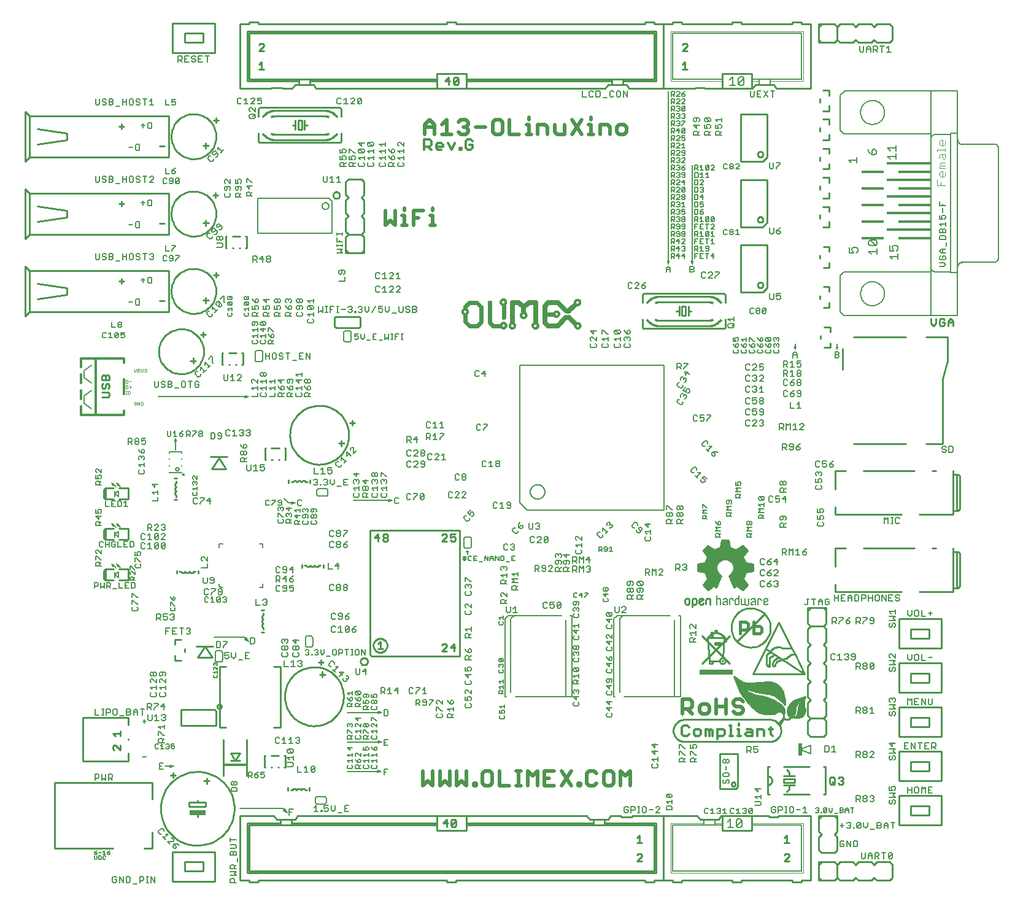
<source format=gbr>
G75*
G70*
%OFA0B0*%
%FSLAX24Y24*%
%IPPOS*%
%LPD*%
%AMOC8*
5,1,8,0,0,1.08239X$1,22.5*
%
%ADD10C,0.0200*%
%ADD11C,0.0100*%
%ADD12C,0.0140*%
%ADD13C,0.0060*%
%ADD14C,0.0050*%
%ADD15C,0.0080*%
%ADD16C,0.0070*%
%ADD17C,0.0010*%
%ADD18C,0.0020*%
%ADD19C,0.0160*%
%ADD20R,0.1800X0.0300*%
%ADD21C,0.0240*%
%ADD22C,0.0120*%
%ADD23C,0.0220*%
%ADD24C,0.0260*%
%ADD25R,0.0900X0.0250*%
%ADD26R,0.0197X0.0709*%
%ADD27C,0.0079*%
%ADD28C,0.0040*%
%ADD29R,0.1300X0.0150*%
%ADD30R,0.2402X0.0157*%
%ADD31R,0.1775X0.0157*%
%ADD32R,0.1220X0.0157*%
D10*
X030770Y010077D02*
X031037Y010344D01*
X031304Y010077D01*
X031304Y010877D01*
X031691Y010877D02*
X031691Y010077D01*
X031958Y010344D01*
X032225Y010077D01*
X032225Y010877D01*
X032612Y010877D02*
X032612Y010077D01*
X032879Y010344D01*
X033145Y010077D01*
X033145Y010877D01*
X033532Y010210D02*
X033666Y010210D01*
X033666Y010077D01*
X033532Y010077D01*
X033532Y010210D01*
X033993Y010210D02*
X033993Y010744D01*
X034126Y010877D01*
X034393Y010877D01*
X034527Y010744D01*
X034527Y010210D01*
X034393Y010077D01*
X034126Y010077D01*
X033993Y010210D01*
X034914Y010077D02*
X034914Y010877D01*
X034914Y010077D02*
X035447Y010077D01*
X035834Y010077D02*
X036101Y010077D01*
X035968Y010077D02*
X035968Y010877D01*
X036101Y010877D02*
X035834Y010877D01*
X036448Y010877D02*
X036715Y010610D01*
X036982Y010877D01*
X036982Y010077D01*
X037369Y010077D02*
X037369Y010877D01*
X037903Y010877D01*
X038290Y010877D02*
X038823Y010077D01*
X039210Y010077D02*
X039344Y010077D01*
X039344Y010210D01*
X039210Y010210D01*
X039210Y010077D01*
X039671Y010210D02*
X039804Y010077D01*
X040071Y010077D01*
X040204Y010210D01*
X040591Y010210D02*
X040591Y010744D01*
X040725Y010877D01*
X040992Y010877D01*
X041125Y010744D01*
X041125Y010210D01*
X040992Y010077D01*
X040725Y010077D01*
X040591Y010210D01*
X040204Y010744D02*
X040071Y010877D01*
X039804Y010877D01*
X039671Y010744D01*
X039671Y010210D01*
X038823Y010877D02*
X038290Y010077D01*
X037903Y010077D02*
X037369Y010077D01*
X037369Y010477D02*
X037636Y010477D01*
X036448Y010077D02*
X036448Y010877D01*
X041512Y010877D02*
X041512Y010077D01*
X042046Y010077D02*
X042046Y010877D01*
X041779Y010610D01*
X041512Y010877D01*
X044870Y013967D02*
X044870Y014767D01*
X045270Y014767D01*
X045404Y014634D01*
X045404Y014367D01*
X045270Y014234D01*
X044870Y014234D01*
X045137Y014234D02*
X045404Y013967D01*
X045791Y014100D02*
X045924Y013967D01*
X046191Y013967D01*
X046325Y014100D01*
X046325Y014367D01*
X046191Y014500D01*
X045924Y014500D01*
X045791Y014367D01*
X045791Y014100D01*
X046712Y013967D02*
X046712Y014767D01*
X046712Y014367D02*
X047245Y014367D01*
X047245Y014767D02*
X047245Y013967D01*
X047632Y014100D02*
X047766Y013967D01*
X048033Y013967D01*
X048166Y014100D01*
X048166Y014234D01*
X048033Y014367D01*
X047766Y014367D01*
X047632Y014500D01*
X047632Y014634D01*
X047766Y014767D01*
X048033Y014767D01*
X048166Y014634D01*
X048420Y014817D02*
X048520Y014667D01*
X048870Y014317D01*
X049070Y014167D01*
X049420Y014067D01*
X049770Y014067D01*
X050070Y014267D01*
X050220Y014217D01*
X050320Y014117D01*
X050220Y014317D01*
X050020Y014517D01*
X049750Y014677D01*
X049200Y014867D01*
X048960Y014867D01*
X048670Y014967D01*
X048370Y015117D01*
X048270Y015017D02*
X048420Y014817D01*
X048420Y014967D02*
X048720Y014717D01*
X048770Y014767D01*
X048820Y014767D01*
X049270Y014717D01*
X049670Y014617D01*
X049920Y014417D01*
X049970Y014367D01*
X049920Y014267D01*
X049820Y014267D01*
X049670Y014217D01*
X049420Y014217D01*
X049270Y014267D01*
X049070Y014317D01*
X048820Y014517D01*
X048770Y014567D01*
X048820Y014617D01*
X049020Y014617D01*
X049420Y014517D01*
X049520Y014517D01*
X049720Y014417D01*
X049720Y014367D01*
X049670Y014317D01*
X049520Y014367D01*
X049020Y014467D01*
X049570Y015217D02*
X049820Y015067D01*
X049870Y015067D02*
X049970Y015267D01*
X049970Y015367D01*
X048020Y015397D01*
X048020Y015467D02*
X048070Y015267D01*
X048220Y015067D01*
X048220Y015217D01*
X048070Y015567D01*
X048020Y015467D02*
X047820Y015817D01*
X048220Y015567D02*
X048670Y015567D01*
X049070Y015617D01*
X049720Y015617D01*
X049970Y015467D01*
X049970Y015367D01*
X049970Y015467D02*
X048170Y015467D01*
X048370Y015417D01*
X048870Y015267D01*
X049320Y015217D01*
X049370Y015217D01*
X050020Y015217D01*
X049970Y015267D02*
X050120Y015067D01*
X050270Y015067D02*
X050320Y014667D01*
X050120Y014917D01*
X049870Y015067D01*
X049570Y015217D02*
X049370Y015217D01*
X049970Y015467D02*
X050170Y015267D01*
X050270Y015067D01*
X030770Y010877D02*
X030770Y010077D01*
X031175Y040507D02*
X031442Y040507D01*
X031309Y040507D02*
X031309Y041040D01*
X031175Y041040D01*
X031309Y041307D02*
X031309Y041441D01*
X030789Y041307D02*
X030255Y041307D01*
X030255Y040507D01*
X029908Y040507D02*
X029641Y040507D01*
X029774Y040507D02*
X029774Y041040D01*
X029641Y041040D01*
X029774Y041307D02*
X029774Y041441D01*
X029254Y041307D02*
X029254Y040507D01*
X028987Y040774D01*
X028720Y040507D01*
X028720Y041307D01*
X030255Y040907D02*
X030522Y040907D01*
X030870Y045437D02*
X030870Y045970D01*
X031137Y046237D01*
X031404Y045970D01*
X031404Y045437D01*
X031791Y045437D02*
X032325Y045437D01*
X032058Y045437D02*
X032058Y046237D01*
X031791Y045970D01*
X031404Y045837D02*
X030870Y045837D01*
X032712Y045570D02*
X032845Y045437D01*
X033112Y045437D01*
X033245Y045570D01*
X033245Y045704D01*
X033112Y045837D01*
X032979Y045837D01*
X033112Y045837D02*
X033245Y045970D01*
X033245Y046104D01*
X033112Y046237D01*
X032845Y046237D01*
X032712Y046104D01*
X033632Y045837D02*
X034166Y045837D01*
X034553Y046104D02*
X034553Y045570D01*
X034687Y045437D01*
X034953Y045437D01*
X035087Y045570D01*
X035087Y046104D01*
X034953Y046237D01*
X034687Y046237D01*
X034553Y046104D01*
X035474Y046237D02*
X035474Y045437D01*
X036008Y045437D01*
X036395Y045437D02*
X036662Y045437D01*
X036528Y045437D02*
X036528Y045970D01*
X036395Y045970D01*
X036528Y046237D02*
X036528Y046371D01*
X037008Y045970D02*
X037409Y045970D01*
X037542Y045837D01*
X037542Y045437D01*
X037929Y045570D02*
X037929Y045970D01*
X037929Y045570D02*
X038063Y045437D01*
X038463Y045437D01*
X038463Y045970D01*
X038850Y046237D02*
X039384Y045437D01*
X039771Y045437D02*
X040038Y045437D01*
X039904Y045437D02*
X039904Y045970D01*
X039771Y045970D01*
X039904Y046237D02*
X039904Y046371D01*
X039384Y046237D02*
X038850Y045437D01*
X040385Y045437D02*
X040385Y045970D01*
X040785Y045970D01*
X040918Y045837D01*
X040918Y045437D01*
X041305Y045570D02*
X041305Y045837D01*
X041439Y045970D01*
X041706Y045970D01*
X041839Y045837D01*
X041839Y045570D01*
X041706Y045437D01*
X041439Y045437D01*
X041305Y045570D01*
X037008Y045437D02*
X037008Y045970D01*
D11*
X013920Y006665D02*
X010755Y006665D01*
X010755Y010229D01*
X016070Y010229D01*
X016070Y009347D01*
X017194Y010523D02*
X017194Y010790D01*
X017060Y010657D02*
X017327Y010657D01*
X018870Y010337D02*
X019170Y010337D01*
X019020Y010187D02*
X019020Y010487D01*
X019939Y010602D02*
X019939Y012571D01*
X020071Y013233D02*
X019717Y013233D01*
X019717Y016540D01*
X020071Y016540D01*
X019314Y017040D02*
X018526Y017040D01*
X018920Y017630D01*
X019314Y017040D01*
X019370Y017637D02*
X018470Y017637D01*
X017830Y017517D02*
X017830Y017357D01*
X017620Y016877D02*
X017310Y016877D01*
X017310Y017137D01*
X017310Y017737D02*
X017310Y017997D01*
X017620Y017997D01*
X017380Y021598D02*
X017380Y021755D01*
X017537Y021716D02*
X017616Y021716D01*
X017671Y021660D01*
X017727Y021637D02*
X017741Y021637D01*
X017796Y021660D02*
X017852Y021716D01*
X017908Y021660D01*
X017963Y021637D02*
X017977Y021637D01*
X018033Y021660D02*
X018088Y021716D01*
X018144Y021660D01*
X018200Y021637D02*
X018213Y021637D01*
X018269Y021660D02*
X018324Y021716D01*
X018403Y021716D01*
X018561Y021755D02*
X018561Y021598D01*
X018269Y021660D02*
X018257Y021650D01*
X018243Y021643D01*
X018228Y021639D01*
X018213Y021637D01*
X018200Y021637D02*
X018185Y021639D01*
X018170Y021643D01*
X018156Y021650D01*
X018144Y021660D01*
X018033Y021660D02*
X018021Y021650D01*
X018007Y021643D01*
X017992Y021639D01*
X017977Y021637D01*
X017963Y021637D02*
X017948Y021639D01*
X017933Y021643D01*
X017919Y021650D01*
X017907Y021660D01*
X017797Y021660D02*
X017785Y021650D01*
X017771Y021643D01*
X017756Y021639D01*
X017741Y021637D01*
X017727Y021637D02*
X017712Y021639D01*
X017697Y021643D01*
X017683Y021650D01*
X017671Y021660D01*
X014770Y021837D02*
X014770Y021237D01*
X014270Y021237D01*
X013970Y021237D02*
X013520Y021237D01*
X013520Y021837D01*
X013470Y021787D01*
X013420Y021737D01*
X013420Y021337D01*
X013470Y021287D01*
X013520Y021237D01*
X013470Y021287D02*
X013470Y021787D01*
X013520Y021837D02*
X013970Y021837D01*
X014270Y021837D02*
X014770Y021837D01*
X014770Y023437D02*
X014770Y024037D01*
X014270Y024037D01*
X013970Y024037D02*
X013520Y024037D01*
X013520Y023437D01*
X013970Y023437D01*
X014270Y023437D02*
X014770Y023437D01*
X013520Y023437D02*
X013470Y023487D01*
X013420Y023537D01*
X013420Y023937D01*
X013470Y023987D01*
X013520Y024037D01*
X013470Y023987D02*
X013470Y023487D01*
X013520Y025637D02*
X013470Y025687D01*
X013420Y025737D01*
X013420Y026137D01*
X013470Y026187D01*
X013520Y026237D01*
X013520Y025637D01*
X013970Y025637D01*
X014270Y025637D02*
X014770Y025637D01*
X014770Y026237D01*
X014270Y026237D01*
X013970Y026237D02*
X013520Y026237D01*
X013470Y026187D02*
X013470Y025687D01*
X017251Y025596D02*
X017409Y025596D01*
X017370Y025754D02*
X017370Y025832D01*
X017314Y025888D01*
X017291Y025944D02*
X017291Y025957D01*
X017314Y026013D02*
X017370Y026069D01*
X017314Y026124D01*
X017291Y026180D02*
X017291Y026193D01*
X017314Y026249D02*
X017370Y026305D01*
X017314Y026360D01*
X017291Y026416D02*
X017291Y026430D01*
X017314Y026485D02*
X017370Y026541D01*
X017370Y026620D01*
X017409Y026777D02*
X017251Y026777D01*
X017314Y026486D02*
X017304Y026474D01*
X017297Y026460D01*
X017293Y026445D01*
X017291Y026430D01*
X017291Y026416D02*
X017293Y026401D01*
X017297Y026386D01*
X017304Y026372D01*
X017314Y026360D01*
X017314Y026249D02*
X017304Y026237D01*
X017297Y026223D01*
X017293Y026208D01*
X017291Y026193D01*
X017291Y026180D02*
X017293Y026165D01*
X017297Y026150D01*
X017304Y026136D01*
X017314Y026124D01*
X017314Y026013D02*
X017304Y026001D01*
X017297Y025987D01*
X017293Y025972D01*
X017291Y025957D01*
X017291Y025944D02*
X017293Y025929D01*
X017297Y025914D01*
X017304Y025900D01*
X017314Y025888D01*
X019286Y027290D02*
X020074Y027290D01*
X019680Y027880D01*
X019286Y027290D01*
X019230Y027937D02*
X020130Y027937D01*
X022190Y027788D02*
X022227Y027788D01*
X022190Y027788D02*
X022190Y028426D01*
X022227Y028426D01*
X022544Y028426D02*
X022956Y028426D01*
X023273Y028426D02*
X023310Y028426D01*
X023310Y027788D01*
X023273Y027788D01*
X022956Y027788D02*
X022919Y027788D01*
X022582Y027788D02*
X022544Y027788D01*
X023460Y026685D02*
X023460Y026528D01*
X023617Y026567D02*
X023696Y026567D01*
X023751Y026623D01*
X023807Y026646D02*
X023821Y026646D01*
X023876Y026623D02*
X023932Y026567D01*
X023988Y026623D01*
X024043Y026646D02*
X024057Y026646D01*
X024113Y026623D02*
X024168Y026567D01*
X024224Y026623D01*
X024280Y026646D02*
X024293Y026646D01*
X024349Y026623D02*
X024404Y026567D01*
X024483Y026567D01*
X024641Y026528D02*
X024641Y026685D01*
X024349Y026623D02*
X024337Y026633D01*
X024323Y026640D01*
X024308Y026644D01*
X024293Y026646D01*
X024280Y026646D02*
X024265Y026644D01*
X024250Y026640D01*
X024236Y026633D01*
X024224Y026623D01*
X024113Y026623D02*
X024101Y026633D01*
X024087Y026640D01*
X024072Y026644D01*
X024057Y026646D01*
X024043Y026646D02*
X024028Y026644D01*
X024013Y026640D01*
X023999Y026633D01*
X023987Y026623D01*
X023877Y026623D02*
X023865Y026633D01*
X023851Y026640D01*
X023836Y026644D01*
X023821Y026646D01*
X023807Y026646D02*
X023792Y026644D01*
X023777Y026640D01*
X023763Y026633D01*
X023751Y026623D01*
X026190Y028677D02*
X026490Y028677D01*
X026340Y028827D02*
X026340Y028527D01*
X023540Y029127D02*
X023547Y029272D01*
X023566Y029417D01*
X023599Y029559D01*
X023645Y029697D01*
X023703Y029831D01*
X023773Y029958D01*
X023854Y030079D01*
X023946Y030192D01*
X024048Y030296D01*
X024159Y030391D01*
X024278Y030475D01*
X024404Y030548D01*
X024536Y030609D01*
X024673Y030657D01*
X024814Y030694D01*
X024958Y030717D01*
X025104Y030727D01*
X025249Y030723D01*
X025394Y030707D01*
X025536Y030677D01*
X025676Y030635D01*
X025811Y030580D01*
X025940Y030513D01*
X026063Y030434D01*
X026178Y030345D01*
X026284Y030245D01*
X026381Y030137D01*
X026468Y030020D01*
X026543Y029895D01*
X026608Y029764D01*
X026659Y029628D01*
X026699Y029488D01*
X026725Y029345D01*
X026738Y029200D01*
X026738Y029054D01*
X026725Y028909D01*
X026699Y028766D01*
X026659Y028626D01*
X026608Y028490D01*
X026543Y028359D01*
X026468Y028234D01*
X026381Y028117D01*
X026284Y028009D01*
X026178Y027909D01*
X026063Y027820D01*
X025940Y027741D01*
X025811Y027674D01*
X025676Y027619D01*
X025536Y027577D01*
X025394Y027547D01*
X025249Y027531D01*
X025104Y027527D01*
X024958Y027537D01*
X024814Y027560D01*
X024673Y027597D01*
X024536Y027645D01*
X024404Y027706D01*
X024278Y027779D01*
X024159Y027863D01*
X024048Y027958D01*
X023946Y028062D01*
X023854Y028175D01*
X023773Y028296D01*
X023703Y028423D01*
X023645Y028557D01*
X023599Y028695D01*
X023566Y028837D01*
X023547Y028982D01*
X023540Y029127D01*
X026790Y029767D02*
X027057Y029767D01*
X026924Y029900D02*
X026924Y029633D01*
X020980Y032938D02*
X020943Y032938D01*
X020980Y032938D02*
X020980Y033576D01*
X020943Y033576D01*
X020626Y033576D02*
X020214Y033576D01*
X019897Y033576D02*
X019860Y033576D01*
X019860Y032938D01*
X019897Y032938D01*
X020214Y032938D02*
X020252Y032938D01*
X020589Y032938D02*
X020626Y032938D01*
X018440Y033157D02*
X018290Y033157D01*
X018290Y033007D01*
X018290Y033157D02*
X018140Y033157D01*
X018290Y033157D02*
X018290Y033307D01*
X016420Y033657D02*
X016425Y033768D01*
X016440Y033878D01*
X016465Y033986D01*
X016500Y034092D01*
X016544Y034193D01*
X016598Y034291D01*
X016660Y034383D01*
X016730Y034469D01*
X016807Y034549D01*
X016892Y034621D01*
X016983Y034685D01*
X017079Y034740D01*
X017180Y034787D01*
X017284Y034824D01*
X017392Y034851D01*
X017501Y034869D01*
X017612Y034877D01*
X017723Y034874D01*
X017834Y034862D01*
X017942Y034839D01*
X018049Y034807D01*
X018151Y034765D01*
X018250Y034714D01*
X018344Y034654D01*
X018431Y034586D01*
X018512Y034510D01*
X018586Y034427D01*
X018652Y034338D01*
X018710Y034243D01*
X018759Y034143D01*
X018799Y034039D01*
X018829Y033932D01*
X018849Y033823D01*
X018859Y033713D01*
X018859Y033601D01*
X018849Y033491D01*
X018829Y033382D01*
X018799Y033275D01*
X018759Y033171D01*
X018710Y033071D01*
X018652Y032976D01*
X018586Y032887D01*
X018512Y032804D01*
X018431Y032728D01*
X018344Y032660D01*
X018250Y032600D01*
X018151Y032549D01*
X018049Y032507D01*
X017942Y032475D01*
X017834Y032452D01*
X017723Y032440D01*
X017612Y032437D01*
X017501Y032445D01*
X017392Y032463D01*
X017284Y032490D01*
X017180Y032527D01*
X017079Y032574D01*
X016983Y032629D01*
X016892Y032693D01*
X016807Y032765D01*
X016730Y032845D01*
X016660Y032931D01*
X016598Y033023D01*
X016544Y033121D01*
X016500Y033222D01*
X016465Y033328D01*
X016440Y033436D01*
X016425Y033546D01*
X016420Y033657D01*
X018690Y034567D02*
X018957Y034567D01*
X018824Y034700D02*
X018824Y034433D01*
X018970Y036287D02*
X018970Y036437D01*
X018820Y036437D01*
X018970Y036437D02*
X018970Y036587D01*
X018970Y036437D02*
X019120Y036437D01*
X017100Y036937D02*
X017105Y037048D01*
X017120Y037158D01*
X017145Y037266D01*
X017180Y037372D01*
X017224Y037473D01*
X017278Y037571D01*
X017340Y037663D01*
X017410Y037749D01*
X017487Y037829D01*
X017572Y037901D01*
X017663Y037965D01*
X017759Y038020D01*
X017860Y038067D01*
X017964Y038104D01*
X018072Y038131D01*
X018181Y038149D01*
X018292Y038157D01*
X018403Y038154D01*
X018514Y038142D01*
X018622Y038119D01*
X018729Y038087D01*
X018831Y038045D01*
X018930Y037994D01*
X019024Y037934D01*
X019111Y037866D01*
X019192Y037790D01*
X019266Y037707D01*
X019332Y037618D01*
X019390Y037523D01*
X019439Y037423D01*
X019479Y037319D01*
X019509Y037212D01*
X019529Y037103D01*
X019539Y036993D01*
X019539Y036881D01*
X019529Y036771D01*
X019509Y036662D01*
X019479Y036555D01*
X019439Y036451D01*
X019390Y036351D01*
X019332Y036256D01*
X019266Y036167D01*
X019192Y036084D01*
X019111Y036008D01*
X019024Y035940D01*
X018930Y035880D01*
X018831Y035829D01*
X018729Y035787D01*
X018622Y035755D01*
X018514Y035732D01*
X018403Y035720D01*
X018292Y035717D01*
X018181Y035725D01*
X018072Y035743D01*
X017964Y035770D01*
X017860Y035807D01*
X017759Y035854D01*
X017663Y035909D01*
X017572Y035973D01*
X017487Y036045D01*
X017410Y036125D01*
X017340Y036211D01*
X017278Y036303D01*
X017224Y036401D01*
X017180Y036502D01*
X017145Y036608D01*
X017120Y036716D01*
X017105Y036826D01*
X017100Y036937D01*
X016725Y036415D02*
X016459Y036415D01*
X016965Y035806D02*
X009406Y035806D01*
X009170Y035570D01*
X009170Y038287D01*
X009406Y038050D01*
X009406Y035806D01*
X009839Y036515D02*
X011414Y036751D01*
X011414Y037106D01*
X009839Y037342D01*
X009406Y038050D02*
X016965Y038050D01*
X016965Y035806D01*
X019410Y037807D02*
X019677Y037807D01*
X019544Y037940D02*
X019544Y037673D01*
X020060Y039278D02*
X020097Y039278D01*
X020060Y039278D02*
X020060Y039916D01*
X020097Y039916D01*
X020414Y039916D02*
X020826Y039916D01*
X021143Y039916D02*
X021180Y039916D01*
X021180Y039278D01*
X021143Y039278D01*
X020826Y039278D02*
X020789Y039278D01*
X020452Y039278D02*
X020414Y039278D01*
X019120Y040637D02*
X018970Y040637D01*
X018970Y040487D01*
X018970Y040637D02*
X018820Y040637D01*
X018970Y040637D02*
X018970Y040787D01*
X017100Y041137D02*
X017105Y041248D01*
X017120Y041358D01*
X017145Y041466D01*
X017180Y041572D01*
X017224Y041673D01*
X017278Y041771D01*
X017340Y041863D01*
X017410Y041949D01*
X017487Y042029D01*
X017572Y042101D01*
X017663Y042165D01*
X017759Y042220D01*
X017860Y042267D01*
X017964Y042304D01*
X018072Y042331D01*
X018181Y042349D01*
X018292Y042357D01*
X018403Y042354D01*
X018514Y042342D01*
X018622Y042319D01*
X018729Y042287D01*
X018831Y042245D01*
X018930Y042194D01*
X019024Y042134D01*
X019111Y042066D01*
X019192Y041990D01*
X019266Y041907D01*
X019332Y041818D01*
X019390Y041723D01*
X019439Y041623D01*
X019479Y041519D01*
X019509Y041412D01*
X019529Y041303D01*
X019539Y041193D01*
X019539Y041081D01*
X019529Y040971D01*
X019509Y040862D01*
X019479Y040755D01*
X019439Y040651D01*
X019390Y040551D01*
X019332Y040456D01*
X019266Y040367D01*
X019192Y040284D01*
X019111Y040208D01*
X019024Y040140D01*
X018930Y040080D01*
X018831Y040029D01*
X018729Y039987D01*
X018622Y039955D01*
X018514Y039932D01*
X018403Y039920D01*
X018292Y039917D01*
X018181Y039925D01*
X018072Y039943D01*
X017964Y039970D01*
X017860Y040007D01*
X017759Y040054D01*
X017663Y040109D01*
X017572Y040173D01*
X017487Y040245D01*
X017410Y040325D01*
X017340Y040411D01*
X017278Y040503D01*
X017224Y040601D01*
X017180Y040702D01*
X017145Y040808D01*
X017120Y040916D01*
X017105Y041026D01*
X017100Y041137D01*
X016725Y040615D02*
X016459Y040615D01*
X016965Y040006D02*
X009406Y040006D01*
X009170Y039770D01*
X009170Y042487D01*
X009406Y042250D01*
X009406Y040006D01*
X009839Y040715D02*
X011414Y040951D01*
X011414Y041306D01*
X009839Y041542D01*
X009406Y042250D02*
X016965Y042250D01*
X016965Y040006D01*
X014545Y041669D02*
X014278Y041669D01*
X014412Y041802D02*
X014412Y041536D01*
X016965Y044206D02*
X009406Y044206D01*
X009170Y043970D01*
X009170Y046687D01*
X009406Y046450D01*
X009406Y044206D01*
X009839Y044915D02*
X011414Y045151D01*
X011414Y045506D01*
X009839Y045742D01*
X009406Y046450D02*
X016965Y046450D01*
X016965Y044206D01*
X016725Y044815D02*
X016459Y044815D01*
X017100Y045337D02*
X017105Y045448D01*
X017120Y045558D01*
X017145Y045666D01*
X017180Y045772D01*
X017224Y045873D01*
X017278Y045971D01*
X017340Y046063D01*
X017410Y046149D01*
X017487Y046229D01*
X017572Y046301D01*
X017663Y046365D01*
X017759Y046420D01*
X017860Y046467D01*
X017964Y046504D01*
X018072Y046531D01*
X018181Y046549D01*
X018292Y046557D01*
X018403Y046554D01*
X018514Y046542D01*
X018622Y046519D01*
X018729Y046487D01*
X018831Y046445D01*
X018930Y046394D01*
X019024Y046334D01*
X019111Y046266D01*
X019192Y046190D01*
X019266Y046107D01*
X019332Y046018D01*
X019390Y045923D01*
X019439Y045823D01*
X019479Y045719D01*
X019509Y045612D01*
X019529Y045503D01*
X019539Y045393D01*
X019539Y045281D01*
X019529Y045171D01*
X019509Y045062D01*
X019479Y044955D01*
X019439Y044851D01*
X019390Y044751D01*
X019332Y044656D01*
X019266Y044567D01*
X019192Y044484D01*
X019111Y044408D01*
X019024Y044340D01*
X018930Y044280D01*
X018831Y044229D01*
X018729Y044187D01*
X018622Y044155D01*
X018514Y044132D01*
X018403Y044120D01*
X018292Y044117D01*
X018181Y044125D01*
X018072Y044143D01*
X017964Y044170D01*
X017860Y044207D01*
X017759Y044254D01*
X017663Y044309D01*
X017572Y044373D01*
X017487Y044445D01*
X017410Y044525D01*
X017340Y044611D01*
X017278Y044703D01*
X017224Y044801D01*
X017180Y044902D01*
X017145Y045008D01*
X017120Y045116D01*
X017105Y045226D01*
X017100Y045337D01*
X018820Y044837D02*
X018970Y044837D01*
X018970Y044687D01*
X018970Y044837D02*
X018970Y044987D01*
X018970Y044837D02*
X019120Y044837D01*
X019544Y046073D02*
X019544Y046340D01*
X019410Y046207D02*
X019677Y046207D01*
X020820Y047937D02*
X022520Y047937D01*
X022520Y047987D01*
X023120Y047987D01*
X023120Y047937D01*
X023670Y047937D01*
X023820Y048137D01*
X024020Y048137D01*
X024620Y048137D01*
X024820Y048137D01*
X024970Y047937D01*
X031520Y047937D01*
X031520Y048337D01*
X024620Y048337D01*
X024620Y048437D01*
X024020Y048437D01*
X021320Y048437D01*
X021320Y050937D01*
X043320Y050937D01*
X043320Y048437D01*
X041620Y048437D01*
X041020Y048437D01*
X033120Y048437D01*
X033120Y048337D01*
X033120Y047937D01*
X031520Y047937D01*
X031520Y048337D02*
X031520Y048437D01*
X024620Y048437D01*
X024620Y048337D02*
X024620Y048137D01*
X024020Y048137D02*
X024020Y048337D01*
X024020Y048437D01*
X024020Y048337D02*
X021220Y048337D01*
X021220Y051037D01*
X043420Y051037D01*
X043420Y048337D01*
X041620Y048337D01*
X041620Y048137D01*
X041020Y048137D01*
X040820Y048137D01*
X040670Y047937D01*
X033120Y047937D01*
X033120Y048337D02*
X041020Y048337D01*
X041020Y048137D01*
X041020Y048337D02*
X041020Y048437D01*
X041620Y048437D02*
X041620Y048337D01*
X041620Y048137D02*
X041820Y048137D01*
X041970Y047937D01*
X043820Y047937D01*
X043820Y051437D01*
X043320Y051437D01*
X043320Y051537D01*
X042820Y051537D01*
X042820Y051437D01*
X032570Y051437D01*
X032570Y051537D01*
X032070Y051537D01*
X032070Y051437D01*
X021820Y051437D01*
X021820Y051537D01*
X021320Y051537D01*
X021320Y051437D01*
X020820Y051437D01*
X020820Y047937D01*
X021870Y048987D02*
X022137Y048987D01*
X022004Y048987D02*
X022004Y049387D01*
X021870Y049254D01*
X021870Y049987D02*
X022137Y050254D01*
X022137Y050320D01*
X022070Y050387D01*
X021937Y050387D01*
X021870Y050320D01*
X021870Y049987D02*
X022137Y049987D01*
X019470Y049887D02*
X019470Y051487D01*
X017170Y051487D01*
X017170Y049887D01*
X019470Y049887D01*
X018820Y050437D02*
X018820Y050937D01*
X017820Y050937D01*
X017820Y050437D01*
X018820Y050437D01*
X021930Y046897D02*
X026230Y046897D01*
X026250Y046895D01*
X026268Y046889D01*
X026286Y046880D01*
X026301Y046868D01*
X026313Y046853D01*
X026322Y046835D01*
X026328Y046817D01*
X026330Y046797D01*
X026330Y046397D01*
X025430Y046447D02*
X022730Y046447D01*
X022730Y046747D02*
X025430Y046747D01*
X024330Y046197D02*
X024330Y045947D01*
X024480Y045947D01*
X024330Y045947D02*
X024330Y045697D01*
X024180Y045697D02*
X024180Y046197D01*
X023980Y046197D01*
X023980Y045697D01*
X024180Y045697D01*
X023830Y045697D02*
X023830Y045947D01*
X023680Y045947D01*
X023830Y045947D02*
X023830Y046197D01*
X022730Y045447D02*
X025430Y045447D01*
X025430Y045147D02*
X022730Y045147D01*
X021930Y044997D02*
X021910Y044999D01*
X021892Y045005D01*
X021874Y045014D01*
X021859Y045026D01*
X021847Y045041D01*
X021838Y045059D01*
X021832Y045077D01*
X021830Y045097D01*
X021830Y045497D01*
X021930Y044997D02*
X026230Y044997D01*
X026250Y044999D01*
X026268Y045005D01*
X026286Y045014D01*
X026301Y045026D01*
X026313Y045041D01*
X026322Y045059D01*
X026328Y045077D01*
X026330Y045097D01*
X026330Y045497D01*
X026720Y043017D02*
X027420Y043017D01*
X027570Y042867D01*
X027570Y042167D01*
X027420Y042017D01*
X027570Y041867D01*
X027570Y041167D01*
X027420Y041017D01*
X027570Y040867D01*
X027570Y040167D01*
X027420Y040017D01*
X026720Y040017D01*
X026570Y040167D01*
X026570Y040867D01*
X026720Y041017D01*
X026570Y041167D01*
X026570Y041867D01*
X026720Y042017D01*
X026570Y042167D01*
X026570Y042867D01*
X026720Y043017D01*
X025883Y042149D02*
X025885Y042176D01*
X025891Y042202D01*
X025901Y042228D01*
X025914Y042251D01*
X025931Y042272D01*
X025951Y042291D01*
X025974Y042306D01*
X025998Y042317D01*
X026024Y042325D01*
X026050Y042329D01*
X026078Y042329D01*
X026104Y042325D01*
X026130Y042317D01*
X026155Y042306D01*
X026177Y042291D01*
X026197Y042272D01*
X026214Y042251D01*
X026227Y042228D01*
X026237Y042202D01*
X026243Y042176D01*
X026245Y042149D01*
X026243Y042122D01*
X026237Y042096D01*
X026227Y042070D01*
X026214Y042047D01*
X026197Y042026D01*
X026177Y042007D01*
X026154Y041992D01*
X026130Y041981D01*
X026104Y041973D01*
X026078Y041969D01*
X026050Y041969D01*
X026024Y041973D01*
X025998Y041981D01*
X025973Y041992D01*
X025951Y042007D01*
X025931Y042026D01*
X025914Y042047D01*
X025901Y042070D01*
X025891Y042096D01*
X025885Y042122D01*
X025883Y042149D01*
X026720Y040017D02*
X026570Y039867D01*
X026570Y039167D01*
X026570Y039017D01*
X026720Y039017D01*
X026570Y039167D01*
X026720Y039017D02*
X027420Y039017D01*
X027570Y039017D01*
X027570Y039167D01*
X027570Y039867D01*
X027420Y040017D01*
X027570Y039167D02*
X027420Y039017D01*
X027270Y035557D02*
X026070Y035557D01*
X026050Y035555D01*
X026032Y035549D01*
X026014Y035540D01*
X025999Y035528D01*
X025987Y035513D01*
X025978Y035495D01*
X025972Y035477D01*
X025970Y035457D01*
X025970Y035057D01*
X025972Y035037D01*
X025978Y035019D01*
X025987Y035001D01*
X025999Y034986D01*
X026014Y034974D01*
X026032Y034965D01*
X026050Y034959D01*
X026070Y034957D01*
X027270Y034957D01*
X027290Y034959D01*
X027308Y034965D01*
X027326Y034974D01*
X027341Y034986D01*
X027353Y035001D01*
X027362Y035019D01*
X027368Y035037D01*
X027370Y035057D01*
X027370Y035457D01*
X027368Y035477D01*
X027362Y035495D01*
X027353Y035513D01*
X027341Y035528D01*
X027326Y035540D01*
X027308Y035549D01*
X027290Y035555D01*
X027270Y035557D01*
X034320Y036346D02*
X034320Y036376D01*
X034460Y036376D01*
X034460Y036346D01*
X035090Y035486D02*
X035090Y035456D01*
X035210Y035456D01*
X035210Y035486D01*
X042690Y035397D02*
X042690Y034997D01*
X042692Y034977D01*
X042698Y034959D01*
X042707Y034941D01*
X042719Y034926D01*
X042734Y034914D01*
X042752Y034905D01*
X042770Y034899D01*
X042790Y034897D01*
X047090Y034897D01*
X047110Y034899D01*
X047128Y034905D01*
X047146Y034914D01*
X047161Y034926D01*
X047173Y034941D01*
X047182Y034959D01*
X047188Y034977D01*
X047190Y034997D01*
X047190Y035397D01*
X047190Y036297D02*
X047190Y036697D01*
X047188Y036717D01*
X047182Y036735D01*
X047173Y036753D01*
X047161Y036768D01*
X047146Y036780D01*
X047128Y036789D01*
X047110Y036795D01*
X047090Y036797D01*
X042790Y036797D01*
X042770Y036795D01*
X042752Y036789D01*
X042734Y036780D01*
X042719Y036768D01*
X042707Y036753D01*
X042698Y036735D01*
X042692Y036717D01*
X042690Y036697D01*
X042690Y036297D01*
X043590Y036347D02*
X046290Y036347D01*
X046290Y036647D02*
X043590Y036647D01*
X044540Y035847D02*
X044690Y035847D01*
X044690Y036097D01*
X044840Y036097D02*
X044840Y035597D01*
X045040Y035597D01*
X045040Y036097D01*
X044840Y036097D01*
X044690Y035847D02*
X044690Y035597D01*
X045190Y035597D02*
X045190Y035847D01*
X045340Y035847D01*
X045190Y035847D02*
X045190Y036097D01*
X046290Y035347D02*
X043590Y035347D01*
X043590Y035047D02*
X046290Y035047D01*
X048022Y036877D02*
X049242Y036877D01*
X049479Y037113D01*
X049479Y039436D01*
X048022Y039436D01*
X048022Y036877D01*
X048946Y037267D02*
X048948Y037292D01*
X048954Y037316D01*
X048964Y037338D01*
X048978Y037359D01*
X048994Y037377D01*
X049014Y037393D01*
X049036Y037404D01*
X049059Y037412D01*
X049084Y037416D01*
X049108Y037416D01*
X049133Y037412D01*
X049156Y037404D01*
X049178Y037393D01*
X049198Y037377D01*
X049214Y037359D01*
X049228Y037338D01*
X049238Y037316D01*
X049244Y037292D01*
X049246Y037267D01*
X049244Y037242D01*
X049238Y037218D01*
X049228Y037196D01*
X049214Y037175D01*
X049198Y037157D01*
X049178Y037141D01*
X049156Y037130D01*
X049133Y037122D01*
X049108Y037118D01*
X049084Y037118D01*
X049059Y037122D01*
X049036Y037130D01*
X049014Y037141D01*
X048994Y037157D01*
X048978Y037175D01*
X048964Y037196D01*
X048954Y037218D01*
X048948Y037242D01*
X048946Y037267D01*
X052320Y036687D02*
X052320Y036527D01*
X052530Y036047D02*
X052840Y036047D01*
X052840Y036307D01*
X052840Y036907D02*
X052840Y037167D01*
X052530Y037167D01*
X052530Y038227D02*
X052840Y038227D01*
X052840Y038487D01*
X052320Y038707D02*
X052320Y038867D01*
X052530Y039347D02*
X052840Y039347D01*
X052840Y039087D01*
X052840Y040407D02*
X052500Y040407D01*
X052840Y040407D02*
X052840Y040697D01*
X052840Y041237D02*
X052840Y041527D01*
X052500Y041527D01*
X052500Y041987D02*
X052840Y041987D01*
X052840Y042277D01*
X052840Y042817D02*
X052840Y043107D01*
X052500Y043107D01*
X052500Y043567D02*
X052840Y043567D01*
X052840Y043857D01*
X052840Y044397D02*
X052840Y044687D01*
X052500Y044687D01*
X052500Y045147D02*
X052840Y045147D01*
X052840Y045437D01*
X052840Y045977D02*
X052840Y046267D01*
X052500Y046267D01*
X052500Y046727D02*
X052840Y046727D01*
X052840Y047017D01*
X052840Y047557D02*
X052840Y047847D01*
X052500Y047847D01*
X052320Y047387D02*
X052320Y047187D01*
X051820Y047937D02*
X051820Y051437D01*
X051320Y051437D01*
X051320Y051537D01*
X050820Y051537D01*
X050820Y051437D01*
X048070Y051437D01*
X048070Y051537D01*
X047570Y051537D01*
X047570Y051437D01*
X044820Y051437D01*
X044820Y051537D01*
X044320Y051537D01*
X044320Y051437D01*
X043820Y051437D01*
X043820Y047937D01*
X045570Y047937D01*
X045570Y047987D01*
X046070Y047987D01*
X046070Y047937D01*
X047020Y047937D01*
X047020Y048337D01*
X047020Y048437D01*
X047020Y048737D01*
X048620Y048737D01*
X048620Y048437D01*
X048620Y048337D01*
X048620Y047937D01*
X047020Y047937D01*
X048620Y047937D02*
X048670Y047937D01*
X048820Y048137D01*
X049020Y048137D01*
X049620Y048137D01*
X049820Y048137D01*
X049970Y047937D01*
X051820Y047937D01*
X052320Y045807D02*
X052320Y045607D01*
X052320Y044227D02*
X052320Y044027D01*
X052320Y042647D02*
X052320Y042447D01*
X052320Y041067D02*
X052320Y040867D01*
X049479Y040663D02*
X049479Y042986D01*
X048022Y042986D01*
X048022Y040427D01*
X049242Y040427D01*
X049479Y040663D01*
X048946Y040817D02*
X048948Y040842D01*
X048954Y040866D01*
X048964Y040888D01*
X048978Y040909D01*
X048994Y040927D01*
X049014Y040943D01*
X049036Y040954D01*
X049059Y040962D01*
X049084Y040966D01*
X049108Y040966D01*
X049133Y040962D01*
X049156Y040954D01*
X049178Y040943D01*
X049198Y040927D01*
X049214Y040909D01*
X049228Y040888D01*
X049238Y040866D01*
X049244Y040842D01*
X049246Y040817D01*
X049244Y040792D01*
X049238Y040768D01*
X049228Y040746D01*
X049214Y040725D01*
X049198Y040707D01*
X049178Y040691D01*
X049156Y040680D01*
X049133Y040672D01*
X049108Y040668D01*
X049084Y040668D01*
X049059Y040672D01*
X049036Y040680D01*
X049014Y040691D01*
X048994Y040707D01*
X048978Y040725D01*
X048964Y040746D01*
X048954Y040768D01*
X048948Y040792D01*
X048946Y040817D01*
X049242Y043977D02*
X048022Y043977D01*
X048022Y046536D01*
X049479Y046536D01*
X049479Y044213D01*
X049242Y043977D01*
X048946Y044367D02*
X048948Y044392D01*
X048954Y044416D01*
X048964Y044438D01*
X048978Y044459D01*
X048994Y044477D01*
X049014Y044493D01*
X049036Y044504D01*
X049059Y044512D01*
X049084Y044516D01*
X049108Y044516D01*
X049133Y044512D01*
X049156Y044504D01*
X049178Y044493D01*
X049198Y044477D01*
X049214Y044459D01*
X049228Y044438D01*
X049238Y044416D01*
X049244Y044392D01*
X049246Y044367D01*
X049244Y044342D01*
X049238Y044318D01*
X049228Y044296D01*
X049214Y044275D01*
X049198Y044257D01*
X049178Y044241D01*
X049156Y044230D01*
X049133Y044222D01*
X049108Y044218D01*
X049084Y044218D01*
X049059Y044222D01*
X049036Y044230D01*
X049014Y044241D01*
X048994Y044257D01*
X048978Y044275D01*
X048964Y044296D01*
X048954Y044318D01*
X048948Y044342D01*
X048946Y044367D01*
X045137Y048987D02*
X044870Y048987D01*
X045004Y048987D02*
X045004Y049387D01*
X044870Y049254D01*
X044870Y049987D02*
X045137Y050254D01*
X045137Y050320D01*
X045070Y050387D01*
X044937Y050387D01*
X044870Y050320D01*
X044870Y049987D02*
X045137Y049987D01*
X052270Y050437D02*
X052420Y050437D01*
X053120Y050437D01*
X053270Y050587D01*
X053270Y051287D01*
X053420Y051437D01*
X054120Y051437D01*
X054270Y051287D01*
X054420Y051437D01*
X055120Y051437D01*
X055270Y051287D01*
X055420Y051437D01*
X056120Y051437D01*
X056270Y051287D01*
X056270Y050587D01*
X056120Y050437D01*
X055420Y050437D01*
X055270Y050587D01*
X055120Y050437D01*
X054420Y050437D01*
X054270Y050587D01*
X054120Y050437D01*
X053420Y050437D01*
X053270Y050587D01*
X053270Y051287D02*
X053120Y051437D01*
X052420Y051437D01*
X052270Y051437D01*
X052270Y051287D01*
X052420Y051437D01*
X052270Y051287D02*
X052270Y050587D01*
X052270Y050437D01*
X052270Y050587D02*
X052420Y050437D01*
X058369Y035437D02*
X058369Y035170D01*
X058502Y035037D01*
X058636Y035170D01*
X058636Y035437D01*
X058829Y035370D02*
X058829Y035103D01*
X058896Y035037D01*
X059030Y035037D01*
X059096Y035103D01*
X059096Y035237D01*
X058963Y035237D01*
X059096Y035370D02*
X059030Y035437D01*
X058896Y035437D01*
X058829Y035370D01*
X059290Y035304D02*
X059423Y035437D01*
X059557Y035304D01*
X059557Y035037D01*
X059557Y035237D02*
X059290Y035237D01*
X059290Y035304D02*
X059290Y035037D01*
X059279Y034434D02*
X058098Y034434D01*
X056995Y034434D02*
X054161Y034434D01*
X053570Y033804D02*
X053570Y032663D01*
X052880Y033867D02*
X052570Y033867D01*
X052880Y033867D02*
X052880Y034127D01*
X052360Y034347D02*
X052360Y034507D01*
X052570Y034987D02*
X052880Y034987D01*
X052880Y034727D01*
X059279Y034434D02*
X059279Y033135D01*
X059003Y032190D01*
X059003Y028647D01*
X058098Y028647D01*
X056995Y028647D02*
X054161Y028647D01*
X053739Y027187D02*
X053149Y027187D01*
X053149Y026163D01*
X053149Y025218D02*
X053149Y024824D01*
X056771Y024824D01*
X057715Y024824D02*
X059566Y024824D01*
X059566Y027029D01*
X059566Y026990D02*
X059763Y026990D01*
X059763Y025021D01*
X059566Y025021D01*
X059566Y024824D01*
X059763Y025021D02*
X059841Y025021D01*
X059920Y025100D01*
X059920Y026911D01*
X059841Y026990D01*
X059763Y026990D01*
X059566Y026990D02*
X059566Y027187D01*
X058621Y027187D02*
X058424Y027187D01*
X057479Y027187D02*
X054684Y027187D01*
X054684Y022987D02*
X057479Y022987D01*
X058424Y022987D02*
X058621Y022987D01*
X059566Y022987D02*
X059566Y022790D01*
X059763Y022790D01*
X059763Y020821D01*
X059566Y020821D01*
X059566Y020624D01*
X059566Y022829D01*
X059763Y022790D02*
X059841Y022790D01*
X059920Y022711D01*
X059920Y020900D01*
X059841Y020821D01*
X059763Y020821D01*
X059566Y020624D02*
X057715Y020624D01*
X056771Y020624D02*
X053149Y020624D01*
X053149Y021018D01*
X053149Y021963D02*
X053149Y022987D01*
X053739Y022987D01*
X052670Y019737D02*
X052670Y019587D01*
X052670Y018887D01*
X052520Y018737D01*
X051820Y018737D01*
X051670Y018887D01*
X051670Y019587D01*
X051670Y019737D01*
X051820Y019737D01*
X051670Y019587D01*
X051820Y019737D02*
X052520Y019737D01*
X052670Y019737D01*
X052520Y019737D02*
X052670Y019587D01*
X052520Y018737D02*
X052670Y018587D01*
X052670Y017887D01*
X052520Y017737D01*
X052670Y017587D01*
X052670Y016887D01*
X052520Y016737D01*
X052670Y016587D01*
X052670Y015887D01*
X052520Y015737D01*
X052670Y015587D01*
X052670Y014887D01*
X052520Y014737D01*
X052670Y014587D01*
X052670Y013887D01*
X052520Y013737D01*
X051820Y013737D01*
X051670Y013887D01*
X051670Y014587D01*
X051820Y014737D01*
X051670Y014887D01*
X051670Y015587D01*
X051820Y015737D01*
X051670Y015887D01*
X051670Y016587D01*
X051820Y016737D01*
X051670Y016887D01*
X051670Y017587D01*
X051820Y017737D01*
X051670Y017887D01*
X051670Y018587D01*
X051820Y018737D01*
X050810Y017547D02*
X050346Y017547D01*
X050345Y017547D02*
X050327Y017546D01*
X050309Y017548D01*
X050292Y017554D01*
X050275Y017561D01*
X050260Y017572D01*
X050660Y017121D02*
X050632Y017090D01*
X050601Y017062D01*
X050568Y017036D01*
X050533Y017013D01*
X050496Y016993D01*
X050457Y016976D01*
X050418Y016963D01*
X050377Y016953D01*
X050335Y016946D01*
X050260Y017571D02*
X050218Y017585D01*
X050175Y017595D01*
X050131Y017601D01*
X050087Y017604D01*
X050043Y017603D01*
X049999Y017598D01*
X049956Y017590D01*
X049913Y017579D01*
X049872Y017563D01*
X049832Y017545D01*
X049793Y017523D01*
X049757Y017498D01*
X049723Y017470D01*
X049691Y017440D01*
X049662Y017407D01*
X049635Y017372D01*
X049860Y017221D02*
X049838Y017191D01*
X049813Y017163D01*
X049786Y017138D01*
X049757Y017115D01*
X049725Y017095D01*
X049692Y017078D01*
X049658Y017064D01*
X049622Y017054D01*
X049585Y017046D01*
X049585Y017047D02*
X049585Y016647D01*
X049560Y016647D01*
X049585Y016647D02*
X049595Y016645D01*
X049603Y016640D01*
X049608Y016632D01*
X049610Y016622D01*
X049610Y016572D01*
X049608Y016562D01*
X049603Y016554D01*
X049595Y016549D01*
X049585Y016547D01*
X049510Y016597D02*
X049512Y016610D01*
X049517Y016622D01*
X049525Y016632D01*
X049535Y016640D01*
X049547Y016645D01*
X049560Y016647D01*
X049585Y016547D02*
X049562Y016549D01*
X049539Y016554D01*
X049517Y016563D01*
X049497Y016576D01*
X049479Y016591D01*
X049464Y016609D01*
X049451Y016629D01*
X049442Y016651D01*
X049437Y016674D01*
X049435Y016697D01*
X049435Y017122D01*
X049437Y017144D01*
X049442Y017165D01*
X049450Y017185D01*
X049461Y017204D01*
X049475Y017221D01*
X049492Y017236D01*
X049510Y017247D01*
X049410Y017522D02*
X051510Y016147D01*
X050985Y017197D01*
X050860Y017197D01*
X050985Y017197D02*
X050810Y017547D01*
X050110Y018947D01*
X048710Y016147D01*
X051510Y016147D01*
X048793Y014245D02*
X048702Y014327D01*
X048613Y014412D01*
X048527Y014500D01*
X048445Y014590D01*
X048365Y014683D01*
X048288Y014779D01*
X048214Y014877D01*
X048143Y014977D01*
X048076Y015080D01*
X048012Y015185D01*
X048011Y015184D02*
X047670Y016017D01*
X048010Y015773D01*
X047820Y015817D02*
X048220Y015567D01*
X048220Y015367D02*
X048766Y015205D01*
X048331Y015230D02*
X048220Y015367D01*
X048686Y015640D02*
X049531Y015717D01*
X049501Y015090D02*
X049297Y015119D01*
X049250Y014910D02*
X049129Y014934D01*
X050396Y014884D02*
X050408Y014818D01*
X050415Y014751D01*
X050419Y014684D01*
X050420Y014616D01*
X050420Y014617D02*
X050420Y014467D01*
X050419Y014468D01*
X050324Y014336D02*
X050257Y014410D01*
X050991Y014237D02*
X050990Y014190D01*
X050986Y014142D01*
X050979Y014096D01*
X050968Y014050D01*
X050953Y014005D01*
X050935Y013961D01*
X050913Y013919D01*
X050888Y013879D01*
X050860Y013841D01*
X050829Y013805D01*
X050840Y013816D01*
X050770Y013817D02*
X050970Y014167D01*
X050870Y014167D01*
X050870Y013967D01*
X050920Y013967D02*
X050670Y013967D01*
X050670Y013917D01*
X050870Y013917D01*
X050920Y014017D02*
X050620Y014017D01*
X050620Y014058D02*
X050620Y014067D01*
X050920Y014067D01*
X050621Y014058D02*
X050623Y014025D01*
X050628Y013991D01*
X050636Y013959D01*
X050647Y013928D01*
X050661Y013897D01*
X050678Y013869D01*
X050698Y013842D01*
X050721Y013817D01*
X050726Y013767D02*
X050720Y013767D01*
X050604Y013932D01*
X050670Y013917D02*
X050670Y013867D01*
X050720Y013917D02*
X050720Y014167D01*
X050870Y014167D01*
X050920Y014117D02*
X050670Y014117D01*
X050670Y013967D01*
X050720Y013767D02*
X050746Y013769D01*
X050772Y013775D01*
X050797Y013785D01*
X050819Y013799D01*
X050839Y013816D01*
X050940Y013767D02*
X051080Y013767D01*
X051020Y013817D02*
X051220Y013817D01*
X051320Y013867D02*
X051070Y013867D01*
X051120Y013917D02*
X051370Y013917D01*
X051397Y013893D02*
X051388Y013884D01*
X051420Y013967D02*
X051120Y013967D01*
X051140Y014017D02*
X051470Y014017D01*
X051470Y014067D02*
X051170Y014067D01*
X051140Y014082D02*
X051150Y014236D01*
X051170Y014217D02*
X051470Y014217D01*
X051470Y014267D02*
X051170Y014267D01*
X051170Y014317D02*
X051470Y014317D01*
X051420Y014367D02*
X051170Y014367D01*
X051220Y014417D02*
X051420Y014417D01*
X051420Y014467D02*
X051220Y014467D01*
X051320Y014467D02*
X051320Y014667D01*
X050970Y014667D01*
X050955Y014696D02*
X051120Y014767D01*
X051520Y014917D01*
X051467Y014705D01*
X051420Y014717D02*
X051120Y014717D01*
X051120Y014617D02*
X050920Y014617D01*
X050820Y014567D02*
X051070Y014567D01*
X051070Y014517D02*
X050770Y014517D01*
X050720Y014467D02*
X051020Y014467D01*
X051020Y014417D02*
X050670Y014417D01*
X050649Y014405D02*
X050670Y014442D01*
X050670Y014367D02*
X050970Y014367D01*
X050970Y014317D02*
X050670Y014317D01*
X050620Y014267D02*
X050970Y014267D01*
X050990Y014240D02*
X050990Y014237D01*
X050970Y014217D02*
X050620Y014217D01*
X050620Y014167D02*
X050670Y014167D01*
X050670Y014117D01*
X050943Y013770D02*
X050976Y013796D01*
X051007Y013824D01*
X051035Y013855D01*
X051061Y013889D01*
X051083Y013925D01*
X051103Y013962D01*
X051119Y014001D01*
X051131Y014041D01*
X051140Y014082D01*
X050570Y014107D02*
X050572Y014151D01*
X050577Y014196D01*
X050585Y014239D01*
X050596Y014282D01*
X050611Y014324D01*
X050628Y014365D01*
X050649Y014405D01*
X050670Y014167D02*
X050720Y014167D01*
X050620Y014167D02*
X050620Y014067D01*
X050412Y013726D02*
X050431Y013708D01*
X050453Y013694D01*
X050476Y013682D01*
X050501Y013674D01*
X050527Y013669D01*
X050553Y013667D01*
X050668Y013714D02*
X050720Y013767D01*
X050668Y013714D02*
X050652Y013700D01*
X050634Y013689D01*
X050615Y013679D01*
X050595Y013673D01*
X050574Y013668D01*
X050553Y013667D01*
X050412Y013725D02*
X050370Y013767D01*
X050320Y013717D02*
X050120Y013417D01*
X050120Y013467D02*
X050193Y013540D01*
X050264Y013661D02*
X050070Y013467D01*
X050264Y013661D02*
X050288Y013687D01*
X050309Y013716D01*
X050327Y013746D01*
X050342Y013778D01*
X050354Y013812D01*
X050363Y013846D01*
X050368Y013882D01*
X050370Y013917D01*
X050370Y013899D01*
X050370Y013967D02*
X050379Y013985D01*
X050370Y013967D02*
X050262Y014075D01*
X050371Y013966D02*
X050385Y013999D01*
X050396Y014033D01*
X050403Y014068D01*
X050406Y014104D01*
X050405Y014140D01*
X050401Y014176D01*
X050392Y014210D01*
X050381Y014244D01*
X050365Y014277D01*
X050346Y014307D01*
X050324Y014335D01*
X049979Y014075D02*
X049958Y014054D01*
X049979Y014075D02*
X049998Y014093D01*
X050020Y014107D01*
X050043Y014119D01*
X050068Y014127D01*
X050094Y014132D01*
X050120Y014134D01*
X050146Y014132D01*
X050172Y014127D01*
X050197Y014119D01*
X050220Y014107D01*
X050242Y014093D01*
X050261Y014075D01*
X050371Y013967D02*
X050369Y013920D01*
X050364Y013873D01*
X050354Y013826D01*
X050341Y013780D01*
X050325Y013736D01*
X050305Y013693D01*
X050282Y013651D01*
X050256Y013612D01*
X050226Y013575D01*
X050194Y013540D01*
X049620Y013667D02*
X044970Y013667D01*
X044370Y013067D02*
X044372Y013020D01*
X044377Y012973D01*
X044387Y012927D01*
X044399Y012882D01*
X044416Y012837D01*
X044435Y012795D01*
X044458Y012754D01*
X044485Y012714D01*
X044514Y012677D01*
X044546Y012643D01*
X044580Y012611D01*
X044617Y012582D01*
X044657Y012555D01*
X044698Y012532D01*
X044740Y012513D01*
X044785Y012496D01*
X044830Y012484D01*
X044876Y012474D01*
X044923Y012469D01*
X044970Y012467D01*
X049620Y012467D01*
X049667Y012469D01*
X049714Y012474D01*
X049760Y012484D01*
X049805Y012496D01*
X049850Y012513D01*
X049892Y012532D01*
X049933Y012555D01*
X049973Y012582D01*
X050010Y012611D01*
X050044Y012643D01*
X050076Y012677D01*
X050105Y012714D01*
X050132Y012754D01*
X050155Y012795D01*
X050174Y012837D01*
X050191Y012882D01*
X050203Y012927D01*
X050213Y012973D01*
X050218Y013020D01*
X050220Y013067D01*
X050218Y013114D01*
X050213Y013161D01*
X050203Y013207D01*
X050191Y013252D01*
X050174Y013297D01*
X050155Y013339D01*
X050132Y013380D01*
X050105Y013420D01*
X050076Y013457D01*
X050044Y013491D01*
X050010Y013523D01*
X049973Y013552D01*
X049933Y013579D01*
X049892Y013602D01*
X049850Y013621D01*
X049805Y013638D01*
X049760Y013650D01*
X049714Y013660D01*
X049667Y013665D01*
X049620Y013667D01*
X050170Y013416D02*
X050203Y013452D01*
X050234Y013490D01*
X050262Y013530D01*
X050286Y013572D01*
X050308Y013615D01*
X050327Y013660D01*
X050342Y013707D01*
X050354Y013754D01*
X050363Y013802D01*
X050368Y013850D01*
X050370Y013899D01*
X049746Y013967D02*
X049543Y013967D01*
X049746Y013967D02*
X049780Y013969D01*
X049813Y013975D01*
X049845Y013984D01*
X049876Y013997D01*
X049906Y014013D01*
X049933Y014032D01*
X049958Y014055D01*
X050003Y014890D02*
X050000Y014892D01*
X050396Y014884D02*
X050339Y015120D01*
X050110Y016872D02*
X050168Y016891D01*
X050226Y016907D01*
X050285Y016922D01*
X050111Y016872D02*
X050077Y016858D01*
X050045Y016841D01*
X050016Y016820D01*
X049988Y016796D01*
X049964Y016770D01*
X049942Y016741D01*
X049924Y016710D01*
X049909Y016677D01*
X049897Y016643D01*
X049889Y016608D01*
X049886Y016572D01*
X049870Y016572D02*
X049810Y016572D01*
X049793Y016580D01*
X049779Y016591D01*
X049768Y016605D01*
X049760Y016622D01*
X049760Y016621D02*
X049752Y016641D01*
X049747Y016662D01*
X049745Y016684D01*
X049747Y016706D01*
X049752Y016727D01*
X049760Y016747D01*
X049129Y014934D02*
X049044Y014947D01*
X048960Y014964D01*
X048876Y014984D01*
X048794Y015008D01*
X048713Y015036D01*
X048633Y015068D01*
X048554Y015103D01*
X048478Y015142D01*
X048403Y015184D01*
X048330Y015230D01*
X048792Y014244D02*
X048807Y014230D01*
X049500Y015089D02*
X049575Y015071D01*
X049649Y015050D01*
X049722Y015025D01*
X049794Y014996D01*
X049864Y014965D01*
X049932Y014930D01*
X049999Y014891D01*
X050339Y015120D02*
X050317Y015175D01*
X050292Y015229D01*
X050264Y015280D01*
X050232Y015330D01*
X050197Y015378D01*
X050158Y015423D01*
X050117Y015465D01*
X050073Y015505D01*
X050027Y015542D01*
X049978Y015575D01*
X049927Y015606D01*
X049875Y015633D01*
X049820Y015656D01*
X049764Y015675D01*
X049707Y015691D01*
X049650Y015704D01*
X049591Y015712D01*
X049532Y015716D01*
X049760Y016747D02*
X049781Y016787D01*
X049805Y016826D01*
X049832Y016862D01*
X049862Y016896D01*
X049895Y016927D01*
X049931Y016955D01*
X049968Y016980D01*
X050008Y017002D01*
X050049Y017021D01*
X050092Y017036D01*
X050136Y017047D01*
X050660Y017122D02*
X050680Y017141D01*
X050702Y017158D01*
X050726Y017172D01*
X050751Y017183D01*
X050778Y017191D01*
X050805Y017196D01*
X050832Y017198D01*
X050860Y017197D01*
X049296Y015119D02*
X049207Y015126D01*
X049118Y015136D01*
X049029Y015149D01*
X048941Y015165D01*
X048853Y015183D01*
X048766Y015205D01*
X048807Y014230D02*
X048854Y014190D01*
X048903Y014153D01*
X048954Y014119D01*
X049008Y014088D01*
X049063Y014060D01*
X049120Y014036D01*
X049178Y014015D01*
X049237Y013998D01*
X049297Y013984D01*
X049358Y013974D01*
X049420Y013968D01*
X049481Y013965D01*
X049543Y013966D01*
X050419Y014467D02*
X050368Y014535D01*
X050314Y014601D01*
X050258Y014664D01*
X050198Y014725D01*
X050136Y014783D01*
X050071Y014838D01*
X050003Y014889D01*
X051220Y014767D02*
X051470Y014767D01*
X051470Y014817D02*
X051270Y014817D01*
X051320Y014667D02*
X051370Y014667D01*
X051370Y014467D01*
X051370Y014667D02*
X051420Y014667D01*
X051190Y014647D02*
X051157Y014615D01*
X051126Y014580D01*
X051097Y014543D01*
X051072Y014504D01*
X051050Y014463D01*
X051031Y014421D01*
X051016Y014377D01*
X051004Y014332D01*
X050995Y014287D01*
X050990Y014240D01*
X051159Y013776D02*
X051201Y013785D01*
X051242Y013798D01*
X051281Y013814D01*
X051319Y013834D01*
X051355Y013857D01*
X051388Y013884D01*
X051470Y014117D02*
X051170Y014117D01*
X050670Y014442D02*
X050696Y014483D01*
X050725Y014522D01*
X050757Y014558D01*
X050792Y014592D01*
X050829Y014623D01*
X050869Y014650D01*
X050911Y014675D01*
X050955Y014695D01*
X051520Y014191D02*
X051518Y014154D01*
X051514Y014118D01*
X051506Y014082D01*
X051495Y014047D01*
X051480Y014013D01*
X051463Y013980D01*
X051444Y013949D01*
X051421Y013920D01*
X051396Y013893D01*
X051470Y014167D02*
X051170Y014167D01*
X051520Y014191D02*
X051518Y014228D01*
X051513Y014265D01*
X051504Y014301D01*
X051492Y014336D01*
X051291Y014608D02*
X051261Y014565D01*
X051234Y014520D01*
X051211Y014473D01*
X051191Y014424D01*
X051176Y014374D01*
X051164Y014323D01*
X051156Y014271D01*
X051152Y014219D01*
X051159Y013777D02*
X051133Y013771D01*
X051106Y013768D01*
X051080Y013767D01*
X050604Y013932D02*
X050592Y013966D01*
X050582Y014000D01*
X050575Y014036D01*
X050571Y014071D01*
X050570Y014107D01*
X051670Y013587D02*
X051670Y012887D01*
X051820Y012737D01*
X052520Y012737D01*
X052670Y012887D01*
X052670Y013587D01*
X052520Y013737D01*
X051820Y013737D02*
X051670Y013587D01*
X051492Y014336D02*
X051476Y014380D01*
X051464Y014426D01*
X051455Y014472D01*
X051450Y014518D01*
X051449Y014565D01*
X051451Y014612D01*
X051457Y014659D01*
X051467Y014704D01*
X050257Y014409D02*
X050190Y014466D01*
X050121Y014520D01*
X050050Y014571D01*
X049977Y014619D01*
X049902Y014664D01*
X049825Y014706D01*
X049747Y014745D01*
X049667Y014780D01*
X049586Y014813D01*
X049504Y014842D01*
X049420Y014868D01*
X049336Y014891D01*
X049250Y014910D01*
X048686Y015639D02*
X048627Y015630D01*
X048569Y015624D01*
X048510Y015622D01*
X048451Y015624D01*
X048392Y015630D01*
X048334Y015639D01*
X048277Y015652D01*
X048221Y015669D01*
X048165Y015690D01*
X048112Y015714D01*
X048060Y015742D01*
X048010Y015773D01*
X047440Y016707D02*
X045940Y018207D01*
X046190Y018107D02*
X046240Y018107D01*
X046440Y018107D01*
X046440Y018407D01*
X046490Y018407D01*
X046490Y018107D01*
X047140Y018107D01*
X047070Y017017D01*
X046882Y016857D02*
X046884Y016882D01*
X046890Y016907D01*
X046900Y016930D01*
X046914Y016952D01*
X046931Y016971D01*
X046950Y016987D01*
X046972Y017000D01*
X046996Y017009D01*
X047021Y017014D01*
X047046Y017015D01*
X047072Y017012D01*
X047096Y017005D01*
X047119Y016994D01*
X047140Y016979D01*
X047158Y016962D01*
X047174Y016941D01*
X047185Y016919D01*
X047193Y016895D01*
X047197Y016870D01*
X047197Y016844D01*
X047193Y016819D01*
X047185Y016795D01*
X047174Y016773D01*
X047158Y016752D01*
X047140Y016735D01*
X047119Y016720D01*
X047096Y016709D01*
X047072Y016702D01*
X047046Y016699D01*
X047021Y016700D01*
X046996Y016705D01*
X046972Y016714D01*
X046950Y016727D01*
X046931Y016743D01*
X046914Y016762D01*
X046900Y016784D01*
X046890Y016807D01*
X046884Y016832D01*
X046882Y016857D01*
X046880Y016857D02*
X046490Y016857D01*
X046490Y016707D01*
X046340Y016707D01*
X046340Y016857D01*
X046240Y018107D01*
X046440Y018107D02*
X046490Y018107D01*
X046640Y017857D02*
X046940Y017857D01*
X046940Y017757D01*
X046640Y017757D01*
X046640Y017857D01*
X046240Y018107D02*
X046262Y018146D01*
X046287Y018183D01*
X046315Y018217D01*
X046346Y018249D01*
X046380Y018278D01*
X046416Y018304D01*
X046455Y018326D01*
X046495Y018346D01*
X046537Y018361D01*
X046580Y018373D01*
X046623Y018381D01*
X046668Y018385D01*
X046712Y018385D01*
X046757Y018381D01*
X046800Y018373D01*
X046843Y018361D01*
X046885Y018346D01*
X046925Y018326D01*
X046964Y018304D01*
X047000Y018278D01*
X047034Y018249D01*
X047065Y018217D01*
X047093Y018183D01*
X047118Y018146D01*
X047140Y018107D01*
X047190Y018107D01*
X047240Y018057D01*
X047240Y017907D01*
X047140Y017907D01*
X045940Y016707D01*
X046340Y016857D02*
X046490Y016857D01*
X047030Y016857D02*
X047032Y016863D01*
X047037Y016867D01*
X047043Y016867D01*
X047048Y016863D01*
X047050Y016857D01*
X047048Y016851D01*
X047043Y016847D01*
X047037Y016847D01*
X047032Y016851D01*
X047030Y016857D01*
X047140Y017907D02*
X047440Y018207D01*
X047040Y018157D02*
X047042Y018171D01*
X047048Y018184D01*
X047057Y018195D01*
X047069Y018202D01*
X047083Y018206D01*
X047097Y018206D01*
X047111Y018202D01*
X047123Y018195D01*
X047132Y018184D01*
X047138Y018171D01*
X047140Y018157D01*
X047138Y018143D01*
X047132Y018130D01*
X047123Y018119D01*
X047111Y018112D01*
X047097Y018108D01*
X047083Y018108D01*
X047069Y018112D01*
X047057Y018119D01*
X047048Y018130D01*
X047042Y018143D01*
X047040Y018157D01*
X046740Y018407D02*
X046740Y018507D01*
X046640Y018507D01*
X046640Y018407D01*
X046740Y018407D01*
X047832Y017909D02*
X049328Y019405D01*
X047517Y018657D02*
X047521Y018754D01*
X047535Y018850D01*
X047556Y018944D01*
X047587Y019036D01*
X047625Y019124D01*
X047672Y019209D01*
X047726Y019290D01*
X047787Y019365D01*
X047854Y019434D01*
X047928Y019497D01*
X048007Y019552D01*
X048091Y019601D01*
X048179Y019641D01*
X048270Y019674D01*
X048364Y019698D01*
X048459Y019713D01*
X048556Y019720D01*
X048653Y019718D01*
X048749Y019707D01*
X048843Y019687D01*
X048936Y019659D01*
X049026Y019622D01*
X049111Y019578D01*
X049193Y019525D01*
X049269Y019466D01*
X049340Y019400D01*
X049405Y019328D01*
X049462Y019250D01*
X049512Y019167D01*
X049555Y019081D01*
X049589Y018990D01*
X049616Y018897D01*
X049633Y018802D01*
X049642Y018705D01*
X049642Y018609D01*
X049633Y018512D01*
X049616Y018417D01*
X049589Y018324D01*
X049555Y018233D01*
X049512Y018147D01*
X049462Y018064D01*
X049405Y017986D01*
X049340Y017914D01*
X049269Y017848D01*
X049193Y017789D01*
X049112Y017736D01*
X049026Y017692D01*
X048936Y017655D01*
X048843Y017627D01*
X048749Y017607D01*
X048653Y017596D01*
X048556Y017594D01*
X048459Y017601D01*
X048364Y017616D01*
X048270Y017640D01*
X048179Y017673D01*
X048091Y017713D01*
X048007Y017762D01*
X047928Y017817D01*
X047854Y017880D01*
X047787Y017949D01*
X047726Y018024D01*
X047672Y018105D01*
X047625Y018190D01*
X047587Y018278D01*
X047556Y018370D01*
X047535Y018464D01*
X047521Y018560D01*
X047517Y018657D01*
X046370Y019918D02*
X046370Y020155D01*
X046341Y020226D02*
X046339Y020227D01*
X046269Y020257D02*
X046242Y020257D01*
X046171Y020227D02*
X046169Y020226D01*
X046140Y020155D02*
X046140Y019958D01*
X045971Y019947D02*
X045969Y019946D01*
X045971Y019947D02*
X045979Y019958D01*
X045985Y019971D01*
X045989Y019984D01*
X045990Y019998D01*
X045970Y019946D02*
X045955Y019934D01*
X045937Y019925D01*
X045919Y019919D01*
X045899Y019917D01*
X045872Y019917D01*
X045801Y019946D02*
X045799Y019947D01*
X045770Y020018D02*
X045770Y020155D01*
X045799Y020226D02*
X045801Y020227D01*
X045872Y020257D02*
X045899Y020257D01*
X045969Y020227D02*
X045971Y020226D01*
X045990Y020167D02*
X045779Y020037D01*
X045770Y020018D02*
X045772Y019998D01*
X045778Y019980D01*
X045787Y019962D01*
X045799Y019947D01*
X045801Y019946D02*
X045816Y019934D01*
X045834Y019925D01*
X045852Y019919D01*
X045872Y019917D01*
X045770Y020155D02*
X045772Y020175D01*
X045778Y020193D01*
X045787Y020211D01*
X045799Y020226D01*
X045801Y020228D02*
X045816Y020240D01*
X045834Y020249D01*
X045852Y020255D01*
X045872Y020257D01*
X045971Y020226D02*
X045979Y020215D01*
X045985Y020202D01*
X045989Y020189D01*
X045990Y020175D01*
X045970Y020228D02*
X045955Y020240D01*
X045937Y020249D01*
X045919Y020255D01*
X045899Y020257D01*
X045630Y020155D02*
X045630Y020018D01*
X045601Y019947D02*
X045599Y019946D01*
X045529Y019917D02*
X045502Y019917D01*
X045431Y019946D02*
X045429Y019947D01*
X045400Y020018D02*
X045400Y020155D01*
X045400Y020157D02*
X045400Y019777D01*
X045211Y019947D02*
X045209Y019946D01*
X045139Y019917D02*
X045112Y019917D01*
X045041Y019946D02*
X045039Y019947D01*
X045010Y020018D02*
X045010Y020155D01*
X045039Y020226D02*
X045041Y020227D01*
X045112Y020257D02*
X045139Y020257D01*
X045209Y020227D02*
X045211Y020226D01*
X045240Y020155D02*
X045240Y020018D01*
X045238Y019998D01*
X045232Y019980D01*
X045223Y019962D01*
X045211Y019947D01*
X045210Y019946D02*
X045195Y019934D01*
X045177Y019925D01*
X045159Y019919D01*
X045139Y019917D01*
X045112Y019917D02*
X045092Y019919D01*
X045074Y019925D01*
X045056Y019934D01*
X045041Y019946D01*
X045039Y019947D02*
X045027Y019962D01*
X045018Y019980D01*
X045012Y019998D01*
X045010Y020018D01*
X045010Y020155D02*
X045012Y020175D01*
X045018Y020193D01*
X045027Y020211D01*
X045039Y020226D01*
X045041Y020228D02*
X045056Y020240D01*
X045074Y020249D01*
X045092Y020255D01*
X045112Y020257D01*
X045139Y020257D02*
X045159Y020255D01*
X045177Y020249D01*
X045195Y020240D01*
X045210Y020228D01*
X045211Y020226D02*
X045223Y020211D01*
X045232Y020193D01*
X045238Y020175D01*
X045240Y020155D01*
X045429Y020226D02*
X045431Y020227D01*
X045502Y020257D02*
X045529Y020257D01*
X045599Y020227D02*
X045601Y020226D01*
X045613Y020211D01*
X045622Y020193D01*
X045628Y020175D01*
X045630Y020155D01*
X045600Y020228D02*
X045585Y020240D01*
X045567Y020249D01*
X045549Y020255D01*
X045529Y020257D01*
X045502Y020257D02*
X045482Y020255D01*
X045464Y020249D01*
X045446Y020240D01*
X045431Y020228D01*
X045429Y020226D02*
X045417Y020211D01*
X045408Y020193D01*
X045402Y020175D01*
X045400Y020155D01*
X045400Y020018D02*
X045402Y019998D01*
X045408Y019980D01*
X045417Y019962D01*
X045429Y019947D01*
X045431Y019946D02*
X045446Y019934D01*
X045464Y019925D01*
X045482Y019919D01*
X045502Y019917D01*
X045529Y019917D02*
X045549Y019919D01*
X045567Y019925D01*
X045585Y019934D01*
X045600Y019946D01*
X045601Y019947D02*
X045613Y019962D01*
X045622Y019980D01*
X045628Y019998D01*
X045630Y020018D01*
X046140Y020155D02*
X046142Y020175D01*
X046148Y020193D01*
X046157Y020211D01*
X046169Y020226D01*
X046171Y020228D02*
X046186Y020240D01*
X046204Y020249D01*
X046222Y020255D01*
X046242Y020257D01*
X046269Y020257D02*
X046289Y020255D01*
X046307Y020249D01*
X046325Y020240D01*
X046340Y020228D01*
X046341Y020226D02*
X046353Y020211D01*
X046362Y020193D01*
X046368Y020175D01*
X046370Y020155D01*
X046250Y020727D02*
X045990Y020977D01*
X046220Y021307D01*
X046080Y021667D01*
X045680Y021737D01*
X045680Y022097D01*
X046090Y022167D01*
X046230Y022517D01*
X046000Y022857D01*
X046240Y023107D01*
X046590Y022867D01*
X046930Y023007D01*
X047010Y023427D01*
X047360Y023427D01*
X047440Y023007D01*
X047770Y022867D01*
X048130Y023107D01*
X048380Y022857D01*
X048140Y022517D01*
X048280Y022177D01*
X048690Y022097D01*
X048690Y021737D01*
X048290Y021667D01*
X048150Y021307D01*
X048380Y020977D01*
X048130Y020727D01*
X047810Y020947D01*
X047660Y020857D01*
X047410Y021487D01*
X047480Y021467D02*
X047680Y020947D01*
X047800Y021007D01*
X048100Y020817D01*
X048130Y020797D01*
X048310Y020997D01*
X048080Y021327D01*
X048250Y021707D01*
X048640Y021787D01*
X048640Y022067D01*
X048220Y022157D01*
X048080Y022547D01*
X048320Y022857D01*
X048140Y023047D01*
X047770Y022787D01*
X047400Y022977D01*
X047310Y023397D01*
X047050Y023387D01*
X046970Y022987D01*
X046640Y022827D01*
X046580Y022787D01*
X046360Y022957D01*
X046250Y023057D01*
X046220Y023047D01*
X046060Y022867D01*
X046290Y022517D01*
X046150Y022137D01*
X045750Y022047D01*
X045750Y021777D01*
X046100Y021697D01*
X046270Y021317D01*
X046060Y020967D01*
X046250Y020807D01*
X046560Y021007D01*
X046670Y020937D01*
X046880Y021477D01*
X046680Y021717D01*
X046630Y022027D01*
X046790Y022307D01*
X047120Y022467D01*
X047430Y022407D01*
X047620Y022247D01*
X047710Y021997D01*
X047710Y021797D01*
X047570Y021527D01*
X047480Y021467D01*
X047491Y021439D02*
X048130Y021439D01*
X048086Y021340D02*
X047529Y021340D01*
X047567Y021242D02*
X048139Y021242D01*
X048208Y021143D02*
X047604Y021143D01*
X047642Y021045D02*
X048277Y021045D01*
X048265Y020946D02*
X047895Y020946D01*
X048051Y020848D02*
X048176Y020848D01*
X048174Y021538D02*
X047576Y021538D01*
X047627Y021636D02*
X048219Y021636D01*
X048387Y021735D02*
X047678Y021735D01*
X047710Y021833D02*
X048640Y021833D01*
X048640Y021932D02*
X047710Y021932D01*
X047698Y022030D02*
X048640Y022030D01*
X048350Y022129D02*
X047663Y022129D01*
X047627Y022227D02*
X048195Y022227D01*
X048159Y022326D02*
X047526Y022326D01*
X047338Y022424D02*
X048124Y022424D01*
X048089Y022523D02*
X046286Y022523D01*
X046256Y022424D02*
X047033Y022424D01*
X046830Y022326D02*
X046220Y022326D01*
X046184Y022227D02*
X046745Y022227D01*
X046689Y022129D02*
X046115Y022129D01*
X045750Y022030D02*
X046632Y022030D01*
X046645Y021932D02*
X045750Y021932D01*
X045750Y021833D02*
X046661Y021833D01*
X046677Y021735D02*
X045934Y021735D01*
X046127Y021636D02*
X046747Y021636D01*
X046829Y021538D02*
X046171Y021538D01*
X046215Y021439D02*
X046866Y021439D01*
X046960Y021487D02*
X046710Y020857D01*
X046570Y020947D01*
X046250Y020727D01*
X046201Y020848D02*
X046314Y020848D01*
X046467Y020946D02*
X046084Y020946D01*
X046107Y021045D02*
X046712Y021045D01*
X046751Y021143D02*
X046166Y021143D01*
X046225Y021242D02*
X046789Y021242D01*
X046827Y021340D02*
X046259Y021340D01*
X046655Y020946D02*
X046674Y020946D01*
X046950Y021486D02*
X046912Y021508D01*
X046877Y021534D01*
X046845Y021564D01*
X046815Y021595D01*
X046788Y021630D01*
X046764Y021667D01*
X046744Y021706D01*
X046728Y021746D01*
X046715Y021788D01*
X046706Y021831D01*
X046701Y021874D01*
X046700Y021918D01*
X046703Y021961D01*
X046710Y022005D01*
X046721Y022047D01*
X046735Y022088D01*
X046754Y022128D01*
X046776Y022166D01*
X046801Y022201D01*
X046829Y022235D01*
X046860Y022265D01*
X046894Y022293D01*
X046931Y022317D01*
X046969Y022338D01*
X047009Y022355D01*
X047050Y022369D01*
X047093Y022379D01*
X047136Y022385D01*
X047180Y022387D01*
X047224Y022385D01*
X047267Y022379D01*
X047310Y022369D01*
X047351Y022355D01*
X047391Y022338D01*
X047429Y022317D01*
X047466Y022293D01*
X047500Y022265D01*
X047531Y022235D01*
X047559Y022201D01*
X047584Y022166D01*
X047606Y022128D01*
X047625Y022088D01*
X047639Y022047D01*
X047650Y022005D01*
X047657Y021961D01*
X047660Y021918D01*
X047659Y021874D01*
X047654Y021831D01*
X047645Y021788D01*
X047632Y021746D01*
X047616Y021706D01*
X047596Y021667D01*
X047572Y021630D01*
X047545Y021595D01*
X047515Y021564D01*
X047483Y021534D01*
X047448Y021508D01*
X047410Y021486D01*
X048138Y022621D02*
X046221Y022621D01*
X046156Y022720D02*
X048214Y022720D01*
X048291Y022819D02*
X047816Y022819D01*
X047708Y022819D02*
X046628Y022819D01*
X046539Y022819D02*
X046092Y022819D01*
X046105Y022917D02*
X046411Y022917D01*
X046295Y023016D02*
X046193Y023016D01*
X046827Y022917D02*
X047516Y022917D01*
X047392Y023016D02*
X046976Y023016D01*
X046996Y023114D02*
X047371Y023114D01*
X047350Y023213D02*
X047015Y023213D01*
X047035Y023311D02*
X047328Y023311D01*
X047956Y022917D02*
X048263Y022917D01*
X048169Y023016D02*
X048096Y023016D01*
X049635Y017372D02*
X049615Y017342D01*
X049593Y017315D01*
X049567Y017289D01*
X049540Y017267D01*
X049510Y017247D01*
X044970Y013667D02*
X044923Y013665D01*
X044876Y013660D01*
X044830Y013650D01*
X044785Y013638D01*
X044740Y013621D01*
X044698Y013602D01*
X044657Y013579D01*
X044617Y013552D01*
X044580Y013523D01*
X044546Y013491D01*
X044514Y013457D01*
X044485Y013420D01*
X044458Y013380D01*
X044435Y013339D01*
X044416Y013297D01*
X044399Y013252D01*
X044387Y013207D01*
X044377Y013161D01*
X044372Y013114D01*
X044370Y013067D01*
X046882Y011801D02*
X046882Y009912D01*
X047774Y009912D01*
X047878Y010016D01*
X047878Y011801D01*
X046882Y011801D01*
X047518Y010157D02*
X047520Y010178D01*
X047526Y010199D01*
X047536Y010218D01*
X047549Y010234D01*
X047565Y010248D01*
X047583Y010259D01*
X047604Y010266D01*
X047625Y010269D01*
X047646Y010268D01*
X047667Y010263D01*
X047686Y010254D01*
X047703Y010242D01*
X047718Y010226D01*
X047730Y010208D01*
X047737Y010189D01*
X047741Y010168D01*
X047741Y010146D01*
X047737Y010125D01*
X047730Y010106D01*
X047718Y010088D01*
X047703Y010072D01*
X047686Y010060D01*
X047667Y010051D01*
X047646Y010046D01*
X047625Y010045D01*
X047604Y010048D01*
X047583Y010055D01*
X047565Y010066D01*
X047549Y010080D01*
X047536Y010096D01*
X047526Y010115D01*
X047520Y010136D01*
X047518Y010157D01*
X047020Y008437D02*
X047020Y008037D01*
X047020Y007937D01*
X047020Y007637D01*
X048620Y007637D01*
X048620Y007937D01*
X048620Y008037D01*
X048620Y008437D01*
X049570Y008437D01*
X049570Y008387D01*
X050070Y008387D01*
X050070Y008437D01*
X051820Y008437D01*
X051820Y004937D01*
X051320Y004937D01*
X051320Y004837D01*
X050820Y004837D01*
X050820Y004937D01*
X048070Y004937D01*
X048070Y004837D01*
X047570Y004837D01*
X047570Y004937D01*
X044820Y004937D01*
X044820Y004837D01*
X044320Y004837D01*
X044320Y004937D01*
X043820Y004937D01*
X043820Y008437D01*
X042120Y008437D01*
X042120Y008387D01*
X041520Y008387D01*
X041520Y008437D01*
X040970Y008437D01*
X040820Y008237D01*
X040620Y008237D01*
X040020Y008237D01*
X039820Y008237D01*
X039670Y008437D01*
X033120Y008437D01*
X033120Y008037D01*
X040020Y008037D01*
X040020Y007937D01*
X040620Y007937D01*
X043320Y007937D01*
X043320Y005437D01*
X021320Y005437D01*
X021320Y007937D01*
X023020Y007937D01*
X023620Y007937D01*
X031520Y007937D01*
X031520Y008037D01*
X031520Y008437D01*
X033120Y008437D01*
X033120Y008037D02*
X033120Y007937D01*
X040020Y007937D01*
X040020Y008037D02*
X040020Y008237D01*
X040620Y008237D02*
X040620Y008037D01*
X040620Y007937D01*
X040620Y008037D02*
X043420Y008037D01*
X043420Y005337D01*
X021220Y005337D01*
X021220Y008037D01*
X023020Y008037D01*
X023020Y008237D01*
X023620Y008237D01*
X023820Y008237D01*
X023970Y008437D01*
X031520Y008437D01*
X031520Y008037D02*
X023620Y008037D01*
X023620Y008237D01*
X023620Y008037D02*
X023620Y007937D01*
X023020Y007937D02*
X023020Y008037D01*
X023020Y008237D02*
X022820Y008237D01*
X022670Y008437D01*
X020820Y008437D01*
X020820Y004937D01*
X021320Y004937D01*
X021320Y004837D01*
X021820Y004837D01*
X021820Y004937D01*
X032070Y004937D01*
X032070Y004837D01*
X032570Y004837D01*
X032570Y004937D01*
X042820Y004937D01*
X042820Y004837D01*
X043320Y004837D01*
X043320Y004937D01*
X043820Y004937D01*
X043820Y008437D01*
X045670Y008437D01*
X045820Y008237D01*
X046020Y008237D01*
X046620Y008237D01*
X046820Y008237D01*
X046970Y008437D01*
X047020Y008437D01*
X048620Y008437D01*
X049495Y009609D02*
X049495Y010120D01*
X049495Y010593D01*
X049495Y011105D01*
X049613Y011105D01*
X050361Y011105D02*
X051779Y011105D01*
X052527Y011105D02*
X052645Y011105D01*
X052645Y009609D01*
X052527Y009609D01*
X052937Y010137D02*
X052870Y010203D01*
X052870Y010470D01*
X052937Y010537D01*
X053070Y010537D01*
X053137Y010470D01*
X053137Y010203D01*
X053070Y010137D01*
X052937Y010137D01*
X053004Y010270D02*
X053137Y010137D01*
X053331Y010203D02*
X053397Y010137D01*
X053531Y010137D01*
X053597Y010203D01*
X053597Y010270D01*
X053531Y010337D01*
X053464Y010337D01*
X053531Y010337D02*
X053597Y010404D01*
X053597Y010470D01*
X053531Y010537D01*
X053397Y010537D01*
X053331Y010470D01*
X051779Y009609D02*
X050361Y009609D01*
X050520Y009757D02*
X050670Y009907D01*
X050670Y010107D01*
X050970Y010107D01*
X050970Y010257D02*
X050370Y010257D01*
X050370Y010457D01*
X050970Y010457D01*
X050970Y010257D01*
X050670Y010107D02*
X050370Y010107D01*
X050370Y010607D02*
X050670Y010607D01*
X050670Y010807D01*
X050520Y010957D01*
X050670Y010607D02*
X050970Y010607D01*
X049495Y010593D02*
X049525Y010591D01*
X049554Y010586D01*
X049582Y010576D01*
X049609Y010564D01*
X049634Y010548D01*
X049657Y010529D01*
X049677Y010507D01*
X049694Y010483D01*
X049709Y010457D01*
X049719Y010430D01*
X049727Y010401D01*
X049731Y010372D01*
X049731Y010342D01*
X049727Y010313D01*
X049719Y010284D01*
X049709Y010257D01*
X049694Y010231D01*
X049677Y010207D01*
X049657Y010185D01*
X049634Y010166D01*
X049609Y010150D01*
X049582Y010138D01*
X049554Y010128D01*
X049525Y010123D01*
X049495Y010121D01*
X049495Y009609D02*
X049613Y009609D01*
X050543Y007387D02*
X050543Y006987D01*
X050410Y006987D02*
X050677Y006987D01*
X050410Y007254D02*
X050543Y007387D01*
X050476Y006387D02*
X050410Y006320D01*
X050476Y006387D02*
X050610Y006387D01*
X050677Y006320D01*
X050677Y006254D01*
X050410Y005987D01*
X050677Y005987D01*
X052270Y005937D02*
X052420Y005937D01*
X053120Y005937D01*
X053270Y005787D01*
X053270Y005087D01*
X053120Y004937D01*
X052420Y004937D01*
X052270Y004937D01*
X052270Y005087D01*
X052420Y004937D01*
X052270Y005087D02*
X052270Y005787D01*
X052270Y005937D01*
X052270Y005787D02*
X052420Y005937D01*
X052420Y006437D02*
X053120Y006437D01*
X053270Y006587D01*
X053270Y007287D01*
X053120Y007437D01*
X053270Y007587D01*
X053270Y008287D01*
X053270Y008437D01*
X053120Y008437D01*
X053270Y008287D01*
X053120Y008437D02*
X052420Y008437D01*
X052270Y008437D01*
X052270Y008287D01*
X052270Y007587D01*
X052420Y007437D01*
X052270Y007287D01*
X052270Y006587D01*
X052420Y006437D01*
X053270Y005787D02*
X053420Y005937D01*
X054120Y005937D01*
X054270Y005787D01*
X054420Y005937D01*
X055120Y005937D01*
X055270Y005787D01*
X055420Y005937D01*
X056120Y005937D01*
X056270Y005787D01*
X056270Y005087D01*
X056120Y004937D01*
X055420Y004937D01*
X055270Y005087D01*
X055120Y004937D01*
X054420Y004937D01*
X054270Y005087D01*
X054120Y004937D01*
X053420Y004937D01*
X053270Y005087D01*
X052270Y008287D02*
X052420Y008437D01*
X056620Y007937D02*
X058920Y007937D01*
X058920Y009537D01*
X056620Y009537D01*
X056620Y007937D01*
X057270Y008487D02*
X058270Y008487D01*
X058270Y008987D01*
X057270Y008987D01*
X057270Y008487D01*
X056620Y010337D02*
X058920Y010337D01*
X058920Y011937D01*
X056620Y011937D01*
X056620Y010337D01*
X057270Y010887D02*
X058270Y010887D01*
X058270Y011387D01*
X057270Y011387D01*
X057270Y010887D01*
X056620Y012737D02*
X058920Y012737D01*
X058920Y014337D01*
X056620Y014337D01*
X056620Y012737D01*
X057270Y013287D02*
X058270Y013287D01*
X058270Y013787D01*
X057270Y013787D01*
X057270Y013287D01*
X056620Y015137D02*
X058920Y015137D01*
X058920Y016737D01*
X056620Y016737D01*
X056620Y015137D01*
X057270Y015687D02*
X058270Y015687D01*
X058270Y016187D01*
X057270Y016187D01*
X057270Y015687D01*
X056620Y017537D02*
X058920Y017537D01*
X058920Y019137D01*
X056620Y019137D01*
X056620Y017537D01*
X057270Y018087D02*
X058270Y018087D01*
X058270Y018587D01*
X057270Y018587D01*
X057270Y018087D01*
X042677Y006987D02*
X042410Y006987D01*
X042543Y006987D02*
X042543Y007387D01*
X042410Y007254D01*
X042476Y006387D02*
X042410Y006320D01*
X042476Y006387D02*
X042610Y006387D01*
X042677Y006320D01*
X042677Y006254D01*
X042410Y005987D01*
X042677Y005987D01*
X033120Y007637D02*
X033120Y007937D01*
X033120Y007637D02*
X031520Y007637D01*
X031520Y007937D01*
X031849Y008037D02*
X032116Y008037D01*
X032050Y008237D02*
X031849Y008037D01*
X032050Y007837D02*
X032050Y008237D01*
X032310Y008170D02*
X032376Y008237D01*
X032510Y008237D01*
X032577Y008170D01*
X032310Y007903D01*
X032376Y007837D01*
X032510Y007837D01*
X032577Y007903D01*
X032577Y008170D01*
X032310Y008170D02*
X032310Y007903D01*
X024611Y009808D02*
X024611Y009965D01*
X024453Y009847D02*
X024374Y009847D01*
X024319Y009903D01*
X024263Y009926D02*
X024250Y009926D01*
X024194Y009903D02*
X024138Y009847D01*
X024083Y009903D01*
X024027Y009926D02*
X024013Y009926D01*
X023958Y009903D02*
X023902Y009847D01*
X023846Y009903D01*
X023791Y009926D02*
X023777Y009926D01*
X023721Y009903D02*
X023666Y009847D01*
X023587Y009847D01*
X023430Y009808D02*
X023430Y009965D01*
X023721Y009903D02*
X023733Y009913D01*
X023747Y009920D01*
X023762Y009924D01*
X023777Y009926D01*
X023791Y009926D02*
X023806Y009924D01*
X023821Y009920D01*
X023835Y009913D01*
X023847Y009903D01*
X023957Y009903D02*
X023969Y009913D01*
X023983Y009920D01*
X023998Y009924D01*
X024013Y009926D01*
X024027Y009926D02*
X024042Y009924D01*
X024057Y009920D01*
X024071Y009913D01*
X024083Y009903D01*
X024194Y009903D02*
X024206Y009913D01*
X024220Y009920D01*
X024235Y009924D01*
X024250Y009926D01*
X024263Y009926D02*
X024278Y009924D01*
X024293Y009920D01*
X024307Y009913D01*
X024319Y009903D01*
X023280Y011068D02*
X023243Y011068D01*
X023280Y011068D02*
X023280Y011706D01*
X023243Y011706D01*
X022926Y011706D02*
X022514Y011706D01*
X022197Y011706D02*
X022160Y011706D01*
X022160Y011068D01*
X022197Y011068D01*
X022514Y011068D02*
X022552Y011068D01*
X022889Y011068D02*
X022926Y011068D01*
X021202Y010602D02*
X021202Y012571D01*
X020820Y011837D02*
X020570Y011437D01*
X020320Y011837D01*
X020820Y011837D01*
X020820Y011437D02*
X020320Y011437D01*
X019515Y013354D02*
X019515Y014141D01*
X019436Y014220D01*
X017625Y014220D01*
X017625Y013354D01*
X019515Y013354D01*
X019594Y014377D02*
X019596Y014399D01*
X019602Y014420D01*
X019612Y014439D01*
X019625Y014456D01*
X019641Y014471D01*
X019659Y014483D01*
X019680Y014490D01*
X019701Y014494D01*
X019723Y014494D01*
X019744Y014490D01*
X019765Y014483D01*
X019783Y014471D01*
X019799Y014456D01*
X019812Y014439D01*
X019822Y014420D01*
X019828Y014399D01*
X019830Y014377D01*
X019828Y014355D01*
X019822Y014334D01*
X019812Y014315D01*
X019799Y014298D01*
X019783Y014283D01*
X019765Y014271D01*
X019744Y014264D01*
X019723Y014260D01*
X019701Y014260D01*
X019680Y014264D01*
X019659Y014271D01*
X019641Y014283D01*
X019625Y014298D01*
X019612Y014315D01*
X019602Y014334D01*
X019596Y014355D01*
X019594Y014377D01*
X022669Y013233D02*
X023024Y013233D01*
X023024Y016540D01*
X022669Y016540D01*
X022139Y018416D02*
X021981Y018416D01*
X022100Y018574D02*
X022100Y018652D01*
X022044Y018708D01*
X022021Y018764D02*
X022021Y018777D01*
X022044Y018833D02*
X022100Y018889D01*
X022044Y018944D01*
X022021Y019000D02*
X022021Y019013D01*
X022044Y019069D02*
X022100Y019125D01*
X022044Y019180D01*
X022021Y019236D02*
X022021Y019250D01*
X022044Y019305D02*
X022100Y019361D01*
X022100Y019440D01*
X022139Y019597D02*
X021981Y019597D01*
X022044Y019306D02*
X022034Y019294D01*
X022027Y019280D01*
X022023Y019265D01*
X022021Y019250D01*
X022021Y019236D02*
X022023Y019221D01*
X022027Y019206D01*
X022034Y019192D01*
X022044Y019180D01*
X022044Y019069D02*
X022034Y019057D01*
X022027Y019043D01*
X022023Y019028D01*
X022021Y019013D01*
X022021Y019000D02*
X022023Y018985D01*
X022027Y018970D01*
X022034Y018956D01*
X022044Y018944D01*
X022044Y018833D02*
X022034Y018821D01*
X022027Y018807D01*
X022023Y018792D01*
X022021Y018777D01*
X022021Y018764D02*
X022023Y018749D01*
X022027Y018734D01*
X022034Y018720D01*
X022044Y018708D01*
X025100Y016777D02*
X025367Y016777D01*
X025234Y016910D02*
X025234Y016643D01*
X025310Y016277D02*
X025310Y015977D01*
X025160Y016127D02*
X025460Y016127D01*
X023260Y014927D02*
X023267Y015072D01*
X023286Y015217D01*
X023319Y015359D01*
X023365Y015497D01*
X023423Y015631D01*
X023493Y015758D01*
X023574Y015879D01*
X023666Y015992D01*
X023768Y016096D01*
X023879Y016191D01*
X023998Y016275D01*
X024124Y016348D01*
X024256Y016409D01*
X024393Y016457D01*
X024534Y016494D01*
X024678Y016517D01*
X024824Y016527D01*
X024969Y016523D01*
X025114Y016507D01*
X025256Y016477D01*
X025396Y016435D01*
X025531Y016380D01*
X025660Y016313D01*
X025783Y016234D01*
X025898Y016145D01*
X026004Y016045D01*
X026101Y015937D01*
X026188Y015820D01*
X026263Y015695D01*
X026328Y015564D01*
X026379Y015428D01*
X026419Y015288D01*
X026445Y015145D01*
X026458Y015000D01*
X026458Y014854D01*
X026445Y014709D01*
X026419Y014566D01*
X026379Y014426D01*
X026328Y014290D01*
X026263Y014159D01*
X026188Y014034D01*
X026101Y013917D01*
X026004Y013809D01*
X025898Y013709D01*
X025783Y013620D01*
X025660Y013541D01*
X025531Y013474D01*
X025396Y013419D01*
X025256Y013377D01*
X025114Y013347D01*
X024969Y013331D01*
X024824Y013327D01*
X024678Y013337D01*
X024534Y013360D01*
X024393Y013397D01*
X024256Y013445D01*
X024124Y013506D01*
X023998Y013579D01*
X023879Y013663D01*
X023768Y013758D01*
X023666Y013862D01*
X023574Y013975D01*
X023493Y014096D01*
X023423Y014223D01*
X023365Y014357D01*
X023319Y014495D01*
X023286Y014637D01*
X023267Y014782D01*
X023260Y014927D01*
X027375Y016827D02*
X027377Y016855D01*
X027383Y016883D01*
X027393Y016909D01*
X027406Y016934D01*
X027423Y016956D01*
X027443Y016976D01*
X027465Y016993D01*
X027490Y017006D01*
X027516Y017016D01*
X027544Y017022D01*
X027572Y017024D01*
X027600Y017022D01*
X027628Y017016D01*
X027654Y017006D01*
X027679Y016993D01*
X027701Y016976D01*
X027721Y016956D01*
X027738Y016934D01*
X027751Y016909D01*
X027761Y016883D01*
X027767Y016855D01*
X027769Y016827D01*
X027767Y016799D01*
X027761Y016771D01*
X027751Y016745D01*
X027738Y016720D01*
X027721Y016698D01*
X027701Y016678D01*
X027679Y016661D01*
X027654Y016648D01*
X027628Y016638D01*
X027600Y016632D01*
X027572Y016630D01*
X027544Y016632D01*
X027516Y016638D01*
X027490Y016648D01*
X027465Y016661D01*
X027443Y016678D01*
X027423Y016698D01*
X027406Y016720D01*
X027393Y016745D01*
X027383Y016771D01*
X027377Y016799D01*
X027375Y016827D01*
X027901Y017182D02*
X027901Y023950D01*
X032779Y023950D01*
X032779Y017101D01*
X027982Y017101D01*
X027901Y017182D01*
X028331Y017514D02*
X028598Y017514D01*
X028464Y017514D02*
X028464Y017914D01*
X028331Y017781D01*
X028077Y017692D02*
X028079Y017731D01*
X028085Y017770D01*
X028095Y017807D01*
X028109Y017844D01*
X028127Y017878D01*
X028148Y017911D01*
X028173Y017942D01*
X028200Y017969D01*
X028231Y017994D01*
X028263Y018015D01*
X028298Y018033D01*
X028335Y018047D01*
X028372Y018057D01*
X028411Y018063D01*
X028450Y018065D01*
X028489Y018063D01*
X028528Y018057D01*
X028565Y018047D01*
X028602Y018033D01*
X028636Y018015D01*
X028669Y017994D01*
X028700Y017969D01*
X028727Y017942D01*
X028752Y017911D01*
X028773Y017879D01*
X028791Y017844D01*
X028805Y017807D01*
X028815Y017770D01*
X028821Y017731D01*
X028823Y017692D01*
X028821Y017653D01*
X028815Y017614D01*
X028805Y017577D01*
X028791Y017540D01*
X028773Y017506D01*
X028752Y017473D01*
X028727Y017442D01*
X028700Y017415D01*
X028669Y017390D01*
X028637Y017369D01*
X028602Y017351D01*
X028565Y017337D01*
X028528Y017327D01*
X028489Y017321D01*
X028450Y017319D01*
X028411Y017321D01*
X028372Y017327D01*
X028335Y017337D01*
X028298Y017351D01*
X028264Y017369D01*
X028231Y017390D01*
X028200Y017415D01*
X028173Y017442D01*
X028148Y017473D01*
X028127Y017505D01*
X028109Y017540D01*
X028095Y017577D01*
X028085Y017614D01*
X028079Y017653D01*
X028077Y017692D01*
X031795Y017709D02*
X031862Y017776D01*
X031995Y017776D01*
X032062Y017709D01*
X032062Y017643D01*
X031795Y017376D01*
X032062Y017376D01*
X032256Y017576D02*
X032522Y017576D01*
X032456Y017776D02*
X032256Y017576D01*
X032456Y017376D02*
X032456Y017776D01*
X032456Y023340D02*
X032322Y023340D01*
X032256Y023407D01*
X032256Y023541D02*
X032389Y023607D01*
X032456Y023607D01*
X032522Y023541D01*
X032522Y023407D01*
X032456Y023340D01*
X032256Y023541D02*
X032256Y023741D01*
X032522Y023741D01*
X032062Y023674D02*
X031995Y023741D01*
X031862Y023741D01*
X031795Y023674D01*
X032062Y023674D02*
X032062Y023607D01*
X031795Y023340D01*
X032062Y023340D01*
X028861Y023407D02*
X028794Y023340D01*
X028661Y023340D01*
X028594Y023407D01*
X028594Y023474D01*
X028661Y023541D01*
X028794Y023541D01*
X028861Y023474D01*
X028861Y023407D01*
X028794Y023541D02*
X028861Y023607D01*
X028861Y023674D01*
X028794Y023741D01*
X028661Y023741D01*
X028594Y023674D01*
X028594Y023607D01*
X028661Y023541D01*
X028401Y023541D02*
X028134Y023541D01*
X028334Y023741D01*
X028334Y023340D01*
X025361Y022085D02*
X025361Y021928D01*
X025203Y022046D02*
X025124Y022046D01*
X025069Y021990D01*
X025013Y021967D02*
X025000Y021967D01*
X024944Y021990D02*
X024888Y022046D01*
X024833Y021990D01*
X024777Y021967D02*
X024763Y021967D01*
X024708Y021990D02*
X024652Y022046D01*
X024596Y021990D01*
X024541Y021967D02*
X024527Y021967D01*
X024471Y021990D02*
X024416Y022046D01*
X024337Y022046D01*
X024180Y022085D02*
X024180Y021928D01*
X024471Y021990D02*
X024483Y021980D01*
X024497Y021973D01*
X024512Y021969D01*
X024527Y021967D01*
X024541Y021967D02*
X024556Y021969D01*
X024571Y021973D01*
X024585Y021980D01*
X024597Y021990D01*
X024707Y021990D02*
X024719Y021980D01*
X024733Y021973D01*
X024748Y021969D01*
X024763Y021967D01*
X024777Y021967D02*
X024792Y021969D01*
X024807Y021973D01*
X024821Y021980D01*
X024833Y021990D01*
X024944Y021990D02*
X024956Y021980D01*
X024970Y021973D01*
X024985Y021969D01*
X025000Y021967D01*
X025013Y021967D02*
X025028Y021969D01*
X025043Y021973D01*
X025057Y021980D01*
X025069Y021990D01*
X014770Y013788D02*
X014770Y013374D01*
X014770Y013788D02*
X012290Y013788D01*
X012290Y011426D01*
X014770Y011426D01*
X014770Y011839D01*
X014334Y011999D02*
X014067Y012266D01*
X014001Y012266D01*
X013934Y012200D01*
X013934Y012066D01*
X014001Y011999D01*
X014334Y011999D02*
X014334Y012266D01*
X014334Y012787D02*
X014334Y013054D01*
X014334Y012920D02*
X013934Y012920D01*
X014067Y012787D01*
X014770Y012626D02*
X014770Y012587D01*
X018070Y009187D02*
X018070Y008937D01*
X018970Y008937D01*
X018970Y009187D01*
X018520Y009187D01*
X018070Y009187D01*
X018520Y009187D02*
X018520Y009287D01*
X016520Y008837D02*
X016528Y009019D01*
X016553Y009199D01*
X016594Y009377D01*
X016651Y009549D01*
X016724Y009716D01*
X016811Y009876D01*
X016913Y010027D01*
X017028Y010168D01*
X017155Y010299D01*
X017293Y010417D01*
X017442Y010522D01*
X017600Y010613D01*
X017765Y010689D01*
X017937Y010750D01*
X018113Y010795D01*
X018293Y010824D01*
X018474Y010836D01*
X018656Y010832D01*
X018837Y010812D01*
X019016Y010775D01*
X019190Y010722D01*
X019358Y010653D01*
X019520Y010569D01*
X019673Y010471D01*
X019817Y010359D01*
X019950Y010235D01*
X020071Y010099D01*
X020180Y009953D01*
X020274Y009797D01*
X020354Y009634D01*
X020419Y009464D01*
X020468Y009288D01*
X020501Y009109D01*
X020518Y008928D01*
X020518Y008746D01*
X020501Y008565D01*
X020468Y008386D01*
X020419Y008210D01*
X020354Y008040D01*
X020274Y007877D01*
X020180Y007721D01*
X020071Y007575D01*
X019950Y007439D01*
X019817Y007315D01*
X019673Y007203D01*
X019520Y007105D01*
X019358Y007021D01*
X019190Y006952D01*
X019016Y006899D01*
X018837Y006862D01*
X018656Y006842D01*
X018474Y006838D01*
X018293Y006850D01*
X018113Y006879D01*
X017937Y006924D01*
X017765Y006985D01*
X017600Y007061D01*
X017442Y007152D01*
X017293Y007257D01*
X017155Y007375D01*
X017028Y007506D01*
X016913Y007647D01*
X016811Y007798D01*
X016724Y007958D01*
X016651Y008125D01*
X016594Y008297D01*
X016553Y008475D01*
X016528Y008655D01*
X016520Y008837D01*
X016070Y007547D02*
X016070Y006665D01*
X015620Y006665D01*
X017170Y006487D02*
X017170Y004887D01*
X019470Y004887D01*
X019470Y006487D01*
X017170Y006487D01*
X017820Y005937D02*
X017820Y005437D01*
X018820Y005437D01*
X018820Y005937D01*
X017820Y005937D01*
X018520Y008387D02*
X018520Y008587D01*
X013653Y031187D02*
X013320Y031187D01*
X013320Y031454D02*
X013653Y031454D01*
X013720Y031387D01*
X013720Y031253D01*
X013653Y031187D01*
X013653Y031647D02*
X013720Y031714D01*
X013720Y031847D01*
X013653Y031914D01*
X013587Y031914D01*
X013520Y031847D01*
X013520Y031714D01*
X013453Y031647D01*
X013387Y031647D01*
X013320Y031714D01*
X013320Y031847D01*
X013387Y031914D01*
X013320Y032107D02*
X013320Y032307D01*
X013387Y032374D01*
X013453Y032374D01*
X013520Y032307D01*
X013520Y032107D01*
X013720Y032107D02*
X013720Y032307D01*
X013653Y032374D01*
X013587Y032374D01*
X013520Y032307D01*
X013720Y032107D02*
X013320Y032107D01*
X014412Y037336D02*
X014412Y037602D01*
X014545Y037469D02*
X014278Y037469D01*
X019360Y042157D02*
X019627Y042157D01*
X019494Y042290D02*
X019494Y042023D01*
X014545Y045869D02*
X014278Y045869D01*
X014412Y046002D02*
X014412Y045736D01*
X021830Y046397D02*
X021830Y046797D01*
X021832Y046817D01*
X021838Y046835D01*
X021847Y046853D01*
X021859Y046868D01*
X021874Y046880D01*
X021892Y046889D01*
X021910Y046895D01*
X021930Y046897D01*
X031520Y048437D02*
X031520Y048737D01*
X033120Y048737D01*
X033120Y048437D01*
X032697Y048470D02*
X032431Y048203D01*
X032497Y048137D01*
X032631Y048137D01*
X032697Y048203D01*
X032697Y048470D01*
X032631Y048537D01*
X032497Y048537D01*
X032431Y048470D01*
X032431Y048203D01*
X032237Y048337D02*
X031970Y048337D01*
X032170Y048537D01*
X032170Y048137D01*
D12*
X033189Y045167D02*
X033096Y045074D01*
X033096Y044700D01*
X033189Y044607D01*
X033376Y044607D01*
X033470Y044700D01*
X033470Y044887D01*
X033283Y044887D01*
X033470Y045074D02*
X033376Y045167D01*
X033189Y045167D01*
X032867Y044700D02*
X032867Y044607D01*
X032774Y044607D01*
X032774Y044700D01*
X032867Y044700D01*
X032503Y044980D02*
X032316Y044607D01*
X032129Y044980D01*
X031858Y044887D02*
X031858Y044793D01*
X031485Y044793D01*
X031485Y044700D02*
X031485Y044887D01*
X031578Y044980D01*
X031765Y044980D01*
X031858Y044887D01*
X031765Y044607D02*
X031578Y044607D01*
X031485Y044700D01*
X031214Y044607D02*
X031027Y044793D01*
X031120Y044793D02*
X030840Y044793D01*
X030840Y044607D02*
X030840Y045167D01*
X031120Y045167D01*
X031214Y045074D01*
X031214Y044887D01*
X031120Y044793D01*
X035000Y036331D02*
X035002Y036355D01*
X035008Y036378D01*
X035018Y036399D01*
X035031Y036419D01*
X035048Y036436D01*
X035067Y036450D01*
X035088Y036461D01*
X035111Y036468D01*
X035134Y036471D01*
X035158Y036470D01*
X035181Y036465D01*
X035203Y036456D01*
X035223Y036444D01*
X035241Y036428D01*
X035256Y036409D01*
X035268Y036389D01*
X035275Y036366D01*
X035279Y036343D01*
X035279Y036319D01*
X035275Y036296D01*
X035268Y036273D01*
X035256Y036253D01*
X035241Y036234D01*
X035223Y036218D01*
X035203Y036206D01*
X035181Y036197D01*
X035158Y036192D01*
X035134Y036191D01*
X035111Y036194D01*
X035088Y036201D01*
X035067Y036212D01*
X035048Y036226D01*
X035031Y036243D01*
X035018Y036263D01*
X035008Y036284D01*
X035002Y036307D01*
X035000Y036331D01*
X035570Y036356D02*
X035570Y036246D01*
X036099Y035616D02*
X036101Y035640D01*
X036107Y035663D01*
X036117Y035685D01*
X036130Y035705D01*
X036147Y035722D01*
X036166Y035736D01*
X036187Y035747D01*
X036210Y035754D01*
X036234Y035757D01*
X036258Y035756D01*
X036281Y035751D01*
X036303Y035742D01*
X036324Y035729D01*
X036342Y035714D01*
X036357Y035695D01*
X036368Y035674D01*
X036376Y035652D01*
X036380Y035628D01*
X036380Y035604D01*
X036376Y035580D01*
X036368Y035558D01*
X036357Y035537D01*
X036342Y035518D01*
X036324Y035503D01*
X036303Y035490D01*
X036281Y035481D01*
X036258Y035476D01*
X036234Y035475D01*
X036210Y035478D01*
X036187Y035485D01*
X036166Y035496D01*
X036147Y035510D01*
X036130Y035527D01*
X036117Y035547D01*
X036107Y035569D01*
X036101Y035592D01*
X036099Y035616D01*
X035490Y035056D02*
X035492Y035080D01*
X035498Y035103D01*
X035508Y035124D01*
X035521Y035144D01*
X035538Y035161D01*
X035557Y035175D01*
X035578Y035186D01*
X035601Y035193D01*
X035624Y035196D01*
X035648Y035195D01*
X035671Y035190D01*
X035693Y035181D01*
X035713Y035169D01*
X035731Y035153D01*
X035746Y035134D01*
X035758Y035114D01*
X035765Y035091D01*
X035769Y035068D01*
X035769Y035044D01*
X035765Y035021D01*
X035758Y034998D01*
X035746Y034978D01*
X035731Y034959D01*
X035713Y034943D01*
X035693Y034931D01*
X035671Y034922D01*
X035648Y034917D01*
X035624Y034916D01*
X035601Y034919D01*
X035578Y034926D01*
X035557Y034937D01*
X035538Y034951D01*
X035521Y034968D01*
X035508Y034988D01*
X035498Y035009D01*
X035492Y035032D01*
X035490Y035056D01*
X035007Y035061D02*
X035009Y035085D01*
X035015Y035108D01*
X035025Y035129D01*
X035038Y035149D01*
X035055Y035166D01*
X035074Y035180D01*
X035095Y035191D01*
X035118Y035198D01*
X035141Y035201D01*
X035165Y035200D01*
X035188Y035195D01*
X035210Y035186D01*
X035230Y035174D01*
X035248Y035158D01*
X035263Y035139D01*
X035275Y035119D01*
X035282Y035096D01*
X035286Y035073D01*
X035286Y035049D01*
X035282Y035026D01*
X035275Y035003D01*
X035263Y034983D01*
X035248Y034964D01*
X035230Y034948D01*
X035210Y034936D01*
X035188Y034927D01*
X035165Y034922D01*
X035141Y034921D01*
X035118Y034924D01*
X035095Y034931D01*
X035074Y034942D01*
X035055Y034956D01*
X035038Y034973D01*
X035025Y034993D01*
X035015Y035014D01*
X035009Y035037D01*
X035007Y035061D01*
X036738Y035056D02*
X036740Y035080D01*
X036746Y035103D01*
X036756Y035125D01*
X036770Y035145D01*
X036786Y035163D01*
X036806Y035177D01*
X036827Y035188D01*
X036850Y035195D01*
X036874Y035198D01*
X036898Y035197D01*
X036922Y035192D01*
X036944Y035183D01*
X036964Y035170D01*
X036983Y035154D01*
X036998Y035136D01*
X037009Y035114D01*
X037017Y035092D01*
X037021Y035068D01*
X037021Y035044D01*
X037017Y035020D01*
X037009Y034998D01*
X036998Y034976D01*
X036983Y034958D01*
X036964Y034942D01*
X036944Y034929D01*
X036922Y034920D01*
X036898Y034915D01*
X036874Y034914D01*
X036850Y034917D01*
X036827Y034924D01*
X036806Y034935D01*
X036786Y034949D01*
X036770Y034967D01*
X036756Y034987D01*
X036746Y035009D01*
X036740Y035032D01*
X036738Y035056D01*
X036940Y036296D02*
X036940Y036366D01*
X037889Y035686D02*
X037891Y035710D01*
X037897Y035733D01*
X037907Y035754D01*
X037921Y035773D01*
X037938Y035790D01*
X037957Y035804D01*
X037978Y035814D01*
X038001Y035820D01*
X038025Y035822D01*
X038049Y035820D01*
X038072Y035814D01*
X038093Y035804D01*
X038112Y035790D01*
X038129Y035773D01*
X038143Y035754D01*
X038153Y035733D01*
X038159Y035710D01*
X038161Y035686D01*
X038159Y035662D01*
X038153Y035639D01*
X038143Y035618D01*
X038129Y035599D01*
X038112Y035582D01*
X038093Y035568D01*
X038072Y035558D01*
X038049Y035552D01*
X038025Y035550D01*
X038001Y035552D01*
X037978Y035558D01*
X037957Y035568D01*
X037938Y035582D01*
X037921Y035599D01*
X037907Y035618D01*
X037897Y035639D01*
X037891Y035662D01*
X037889Y035686D01*
X039045Y035051D02*
X039047Y035074D01*
X039053Y035097D01*
X039063Y035119D01*
X039077Y035138D01*
X039093Y035154D01*
X039112Y035168D01*
X039134Y035178D01*
X039157Y035184D01*
X039180Y035186D01*
X039203Y035184D01*
X039226Y035178D01*
X039247Y035168D01*
X039267Y035154D01*
X039283Y035138D01*
X039297Y035119D01*
X039307Y035097D01*
X039313Y035074D01*
X039315Y035051D01*
X039313Y035028D01*
X039307Y035005D01*
X039297Y034984D01*
X039283Y034964D01*
X039267Y034948D01*
X039248Y034934D01*
X039226Y034924D01*
X039203Y034918D01*
X039180Y034916D01*
X039157Y034918D01*
X039134Y034924D01*
X039112Y034934D01*
X039093Y034948D01*
X039077Y034964D01*
X039063Y034983D01*
X039053Y035005D01*
X039047Y035028D01*
X039045Y035051D01*
X039037Y036321D02*
X039039Y036345D01*
X039045Y036368D01*
X039055Y036390D01*
X039069Y036410D01*
X039086Y036427D01*
X039106Y036441D01*
X039128Y036451D01*
X039151Y036457D01*
X039175Y036459D01*
X039199Y036457D01*
X039222Y036451D01*
X039244Y036441D01*
X039264Y036427D01*
X039281Y036410D01*
X039295Y036390D01*
X039305Y036368D01*
X039311Y036345D01*
X039313Y036321D01*
X039311Y036297D01*
X039305Y036274D01*
X039295Y036252D01*
X039281Y036232D01*
X039264Y036215D01*
X039244Y036201D01*
X039222Y036191D01*
X039199Y036185D01*
X039175Y036183D01*
X039151Y036185D01*
X039128Y036191D01*
X039106Y036201D01*
X039086Y036215D01*
X039069Y036232D01*
X039055Y036252D01*
X039045Y036274D01*
X039039Y036297D01*
X039037Y036321D01*
X047941Y013440D02*
X047941Y013347D01*
X047941Y013160D02*
X047941Y012787D01*
X047848Y012787D02*
X048035Y012787D01*
X048278Y012880D02*
X048371Y012787D01*
X048651Y012787D01*
X048651Y013067D01*
X048558Y013160D01*
X048371Y013160D01*
X048371Y012973D02*
X048651Y012973D01*
X048371Y012973D02*
X048278Y012880D01*
X047941Y013160D02*
X047848Y013160D01*
X047512Y013347D02*
X047512Y012787D01*
X047605Y012787D02*
X047418Y012787D01*
X047147Y012880D02*
X047054Y012787D01*
X046774Y012787D01*
X046774Y012600D02*
X046774Y013160D01*
X047054Y013160D01*
X047147Y013067D01*
X047147Y012880D01*
X047418Y013347D02*
X047512Y013347D01*
X046503Y013067D02*
X046503Y012787D01*
X046316Y012787D02*
X046316Y013067D01*
X046409Y013160D01*
X046503Y013067D01*
X046316Y013067D02*
X046223Y013160D01*
X046129Y013160D01*
X046129Y012787D01*
X045858Y012880D02*
X045858Y013067D01*
X045765Y013160D01*
X045578Y013160D01*
X045485Y013067D01*
X045485Y012880D01*
X045578Y012787D01*
X045765Y012787D01*
X045858Y012880D01*
X045214Y012880D02*
X045120Y012787D01*
X044934Y012787D01*
X044840Y012880D01*
X044840Y013254D01*
X044934Y013347D01*
X045120Y013347D01*
X045214Y013254D01*
X048922Y013160D02*
X048922Y012787D01*
X048922Y013160D02*
X049202Y013160D01*
X049296Y013067D01*
X049296Y012787D01*
X049660Y012880D02*
X049754Y012787D01*
X049660Y012880D02*
X049660Y013254D01*
X049567Y013160D02*
X049754Y013160D01*
D13*
X052134Y008877D02*
X052220Y008877D01*
X052264Y008833D01*
X052264Y008790D01*
X052220Y008747D01*
X052264Y008703D01*
X052264Y008660D01*
X052220Y008617D01*
X052134Y008617D01*
X052090Y008660D01*
X052177Y008747D02*
X052220Y008747D01*
X052090Y008833D02*
X052134Y008877D01*
X052385Y008660D02*
X052428Y008660D01*
X052428Y008617D01*
X052385Y008617D01*
X052385Y008660D01*
X052532Y008660D02*
X052706Y008833D01*
X052706Y008660D01*
X052662Y008617D01*
X052575Y008617D01*
X052532Y008660D01*
X052532Y008833D01*
X052575Y008877D01*
X052662Y008877D01*
X052706Y008833D01*
X052827Y008877D02*
X052827Y008703D01*
X052914Y008617D01*
X053000Y008703D01*
X053000Y008877D01*
X053121Y008573D02*
X053295Y008573D01*
X053416Y008617D02*
X053546Y008617D01*
X053590Y008660D01*
X053590Y008703D01*
X053546Y008747D01*
X053416Y008747D01*
X053416Y008877D02*
X053546Y008877D01*
X053590Y008833D01*
X053590Y008790D01*
X053546Y008747D01*
X053711Y008747D02*
X053884Y008747D01*
X053884Y008790D02*
X053884Y008617D01*
X053884Y008790D02*
X053797Y008877D01*
X053711Y008790D01*
X053711Y008617D01*
X053416Y008617D02*
X053416Y008877D01*
X054005Y008877D02*
X054179Y008877D01*
X054092Y008877D02*
X054092Y008617D01*
X040820Y020110D02*
X040777Y020067D01*
X040603Y020067D01*
X040560Y020110D01*
X040560Y020197D01*
X040603Y020240D01*
X040690Y020361D02*
X040690Y020535D01*
X040647Y020656D02*
X040603Y020656D01*
X040560Y020699D01*
X040560Y020786D01*
X040603Y020829D01*
X040647Y020829D01*
X040690Y020786D01*
X040690Y020699D01*
X040647Y020656D01*
X040690Y020699D02*
X040733Y020656D01*
X040777Y020656D01*
X040820Y020699D01*
X040820Y020786D01*
X040777Y020829D01*
X040733Y020829D01*
X040690Y020786D01*
X040560Y020491D02*
X040690Y020361D01*
X040777Y020240D02*
X040820Y020197D01*
X040820Y020110D01*
X040820Y020491D02*
X040560Y020491D01*
X039729Y020513D02*
X039556Y020340D01*
X039556Y020297D01*
X039391Y020297D02*
X039391Y020557D01*
X039261Y020427D01*
X039434Y020427D01*
X039556Y020557D02*
X039729Y020557D01*
X039729Y020513D01*
X039140Y020513D02*
X039096Y020557D01*
X039010Y020557D01*
X038966Y020513D01*
X038966Y020340D01*
X039010Y020297D01*
X039096Y020297D01*
X039140Y020340D01*
X040316Y022797D02*
X040316Y023057D01*
X040446Y023057D01*
X040490Y023013D01*
X040490Y022927D01*
X040446Y022883D01*
X040316Y022883D01*
X040403Y022883D02*
X040490Y022797D01*
X040611Y022840D02*
X040654Y022797D01*
X040741Y022797D01*
X040784Y022840D01*
X040784Y023013D01*
X040741Y023057D01*
X040654Y023057D01*
X040611Y023013D01*
X040611Y022970D01*
X040654Y022927D01*
X040784Y022927D01*
X040906Y022970D02*
X040992Y023057D01*
X040992Y022797D01*
X040906Y022797D02*
X041079Y022797D01*
X043877Y025060D02*
X036417Y025060D01*
X036024Y025454D01*
X036024Y032913D01*
X043877Y032913D01*
X043877Y025060D01*
X045950Y025051D02*
X046210Y025051D01*
X046210Y025172D02*
X046167Y025172D01*
X045993Y025345D01*
X045950Y025345D01*
X045950Y025172D01*
X045950Y025051D02*
X046037Y024964D01*
X045950Y024877D01*
X046210Y024877D01*
X046210Y024756D02*
X046123Y024669D01*
X046123Y024713D02*
X046123Y024583D01*
X046210Y024583D02*
X045950Y024583D01*
X045950Y024713D01*
X045993Y024756D01*
X046080Y024756D01*
X046123Y024713D01*
X036603Y026034D02*
X036605Y026074D01*
X036611Y026113D01*
X036621Y026152D01*
X036635Y026189D01*
X036653Y026225D01*
X036674Y026259D01*
X036698Y026291D01*
X036726Y026320D01*
X036756Y026346D01*
X036789Y026368D01*
X036823Y026388D01*
X036860Y026403D01*
X036898Y026415D01*
X036937Y026423D01*
X036977Y026427D01*
X037017Y026427D01*
X037057Y026423D01*
X037096Y026415D01*
X037134Y026403D01*
X037171Y026388D01*
X037205Y026368D01*
X037238Y026346D01*
X037268Y026320D01*
X037296Y026291D01*
X037320Y026259D01*
X037341Y026225D01*
X037359Y026189D01*
X037373Y026152D01*
X037383Y026113D01*
X037389Y026074D01*
X037391Y026034D01*
X037389Y025994D01*
X037383Y025955D01*
X037373Y025916D01*
X037359Y025879D01*
X037341Y025843D01*
X037320Y025809D01*
X037296Y025777D01*
X037268Y025748D01*
X037238Y025722D01*
X037205Y025700D01*
X037171Y025680D01*
X037134Y025665D01*
X037096Y025653D01*
X037057Y025645D01*
X037017Y025641D01*
X036977Y025641D01*
X036937Y025645D01*
X036898Y025653D01*
X036860Y025665D01*
X036823Y025680D01*
X036789Y025700D01*
X036756Y025722D01*
X036726Y025748D01*
X036698Y025777D01*
X036674Y025809D01*
X036653Y025843D01*
X036635Y025879D01*
X036621Y025916D01*
X036611Y025955D01*
X036605Y025994D01*
X036603Y026034D01*
X033390Y023487D02*
X033390Y023087D01*
X033388Y023067D01*
X033382Y023049D01*
X033373Y023031D01*
X033361Y023016D01*
X033346Y023004D01*
X033328Y022995D01*
X033310Y022989D01*
X033290Y022987D01*
X033090Y022987D01*
X033070Y022989D01*
X033052Y022995D01*
X033034Y023004D01*
X033019Y023016D01*
X033007Y023031D01*
X032998Y023049D01*
X032992Y023067D01*
X032990Y023087D01*
X032990Y023487D01*
X032992Y023507D01*
X032998Y023525D01*
X033007Y023543D01*
X033019Y023558D01*
X033034Y023570D01*
X033052Y023579D01*
X033070Y023585D01*
X033090Y023587D01*
X033290Y023587D01*
X033310Y023585D01*
X033328Y023579D01*
X033346Y023570D01*
X033361Y023558D01*
X033373Y023543D01*
X033382Y023525D01*
X033388Y023507D01*
X033390Y023487D01*
X033365Y022557D02*
X033278Y022557D01*
X033235Y022513D01*
X033235Y022340D01*
X033278Y022297D01*
X033365Y022297D01*
X033408Y022340D01*
X033529Y022297D02*
X033529Y022557D01*
X033703Y022557D01*
X033616Y022427D02*
X033529Y022427D01*
X033529Y022297D02*
X033703Y022297D01*
X033824Y022253D02*
X033998Y022253D01*
X034119Y022297D02*
X034119Y022557D01*
X034292Y022297D01*
X034292Y022557D01*
X034413Y022470D02*
X034500Y022557D01*
X034587Y022470D01*
X034587Y022297D01*
X034708Y022297D02*
X034708Y022557D01*
X034881Y022297D01*
X034881Y022557D01*
X035003Y022557D02*
X035133Y022557D01*
X035176Y022513D01*
X035176Y022340D01*
X035133Y022297D01*
X035003Y022297D01*
X035003Y022557D01*
X035297Y022253D02*
X035471Y022253D01*
X035592Y022297D02*
X035765Y022297D01*
X035679Y022427D02*
X035592Y022427D01*
X035592Y022557D02*
X035592Y022297D01*
X035592Y022557D02*
X035765Y022557D01*
X034587Y022427D02*
X034413Y022427D01*
X034413Y022470D02*
X034413Y022297D01*
X033408Y022513D02*
X033365Y022557D01*
X033114Y022470D02*
X033070Y022470D01*
X032940Y022470D01*
X032940Y022383D02*
X033114Y022383D01*
X033070Y022297D02*
X033070Y022557D01*
X032984Y022557D02*
X032984Y022297D01*
X034880Y019208D02*
X035140Y019208D01*
X035140Y019121D02*
X035140Y019295D01*
X034967Y019121D02*
X034880Y019208D01*
X034923Y019000D02*
X034880Y018957D01*
X034880Y018870D01*
X034923Y018827D01*
X035097Y018827D01*
X035140Y018870D01*
X035140Y018957D01*
X035097Y019000D01*
X035097Y016979D02*
X035140Y016936D01*
X035140Y016849D01*
X035097Y016806D01*
X034923Y016979D01*
X035097Y016979D01*
X035097Y016806D02*
X034923Y016806D01*
X034880Y016849D01*
X034880Y016936D01*
X034923Y016979D01*
X034923Y016685D02*
X034967Y016685D01*
X035010Y016641D01*
X035053Y016685D01*
X035097Y016685D01*
X035140Y016641D01*
X035140Y016555D01*
X035097Y016511D01*
X035097Y016390D02*
X035140Y016347D01*
X035140Y016260D01*
X035097Y016217D01*
X034923Y016217D01*
X034880Y016260D01*
X034880Y016347D01*
X034923Y016390D01*
X034923Y016511D02*
X034880Y016555D01*
X034880Y016641D01*
X034923Y016685D01*
X035010Y016641D02*
X035010Y016598D01*
X035140Y015829D02*
X035140Y015656D01*
X035140Y015743D02*
X034880Y015743D01*
X034967Y015656D01*
X035140Y015535D02*
X035140Y015361D01*
X035140Y015448D02*
X034880Y015448D01*
X034967Y015361D01*
X035010Y015240D02*
X035053Y015197D01*
X035053Y015067D01*
X035053Y015153D02*
X035140Y015240D01*
X035010Y015240D02*
X034923Y015240D01*
X034880Y015197D01*
X034880Y015067D01*
X035140Y015067D01*
X035190Y014479D02*
X035190Y014306D01*
X035190Y014393D02*
X034930Y014393D01*
X035017Y014306D01*
X035060Y014185D02*
X035147Y014185D01*
X035190Y014141D01*
X035190Y014055D01*
X035147Y014011D01*
X035060Y014011D02*
X035017Y014098D01*
X035017Y014141D01*
X035060Y014185D01*
X034930Y014185D02*
X034930Y014011D01*
X035060Y014011D01*
X034973Y013890D02*
X034930Y013847D01*
X034930Y013760D01*
X034973Y013717D01*
X035147Y013717D01*
X035190Y013760D01*
X035190Y013847D01*
X035147Y013890D01*
X025520Y009387D02*
X025520Y009187D01*
X025518Y009167D01*
X025512Y009149D01*
X025503Y009131D01*
X025491Y009116D01*
X025476Y009104D01*
X025458Y009095D01*
X025440Y009089D01*
X025420Y009087D01*
X025020Y009087D01*
X025000Y009089D01*
X024982Y009095D01*
X024964Y009104D01*
X024949Y009116D01*
X024937Y009131D01*
X024928Y009149D01*
X024922Y009167D01*
X024920Y009187D01*
X024920Y009387D01*
X024922Y009407D01*
X024928Y009425D01*
X024937Y009443D01*
X024949Y009458D01*
X024964Y009470D01*
X024982Y009479D01*
X025000Y009485D01*
X025020Y009487D01*
X025420Y009487D01*
X025440Y009485D01*
X025458Y009479D01*
X025476Y009470D01*
X025491Y009458D01*
X025503Y009443D01*
X025512Y009425D01*
X025518Y009407D01*
X025520Y009387D01*
X017278Y012130D02*
X017234Y012087D01*
X017147Y012087D01*
X017104Y012130D01*
X017104Y012217D02*
X017191Y012260D01*
X017234Y012260D01*
X017278Y012217D01*
X017278Y012130D01*
X017104Y012217D02*
X017104Y012347D01*
X017278Y012347D01*
X016983Y012303D02*
X016983Y012260D01*
X016940Y012217D01*
X016983Y012173D01*
X016983Y012130D01*
X016940Y012087D01*
X016853Y012087D01*
X016809Y012130D01*
X016896Y012217D02*
X016940Y012217D01*
X016983Y012303D02*
X016940Y012347D01*
X016853Y012347D01*
X016809Y012303D01*
X016602Y012347D02*
X016602Y012087D01*
X016688Y012087D02*
X016515Y012087D01*
X016394Y012130D02*
X016350Y012087D01*
X016264Y012087D01*
X016220Y012130D01*
X016220Y012303D01*
X016264Y012347D01*
X016350Y012347D01*
X016394Y012303D01*
X016515Y012260D02*
X016602Y012347D01*
X015714Y011647D02*
X015540Y011647D01*
X015637Y013490D02*
X015637Y013663D01*
X015550Y013577D02*
X015724Y013577D01*
X019480Y016897D02*
X019480Y017097D01*
X019480Y017297D01*
X019482Y017317D01*
X019488Y017335D01*
X019497Y017353D01*
X019509Y017368D01*
X019524Y017380D01*
X019542Y017389D01*
X019560Y017395D01*
X019580Y017397D01*
X019780Y017397D01*
X019800Y017395D01*
X019818Y017389D01*
X019836Y017380D01*
X019851Y017368D01*
X019863Y017353D01*
X019872Y017335D01*
X019878Y017317D01*
X019880Y017297D01*
X019880Y017097D01*
X019880Y016897D01*
X019878Y016877D01*
X019872Y016859D01*
X019863Y016841D01*
X019851Y016826D01*
X019836Y016814D01*
X019818Y016805D01*
X019800Y016799D01*
X019780Y016797D01*
X019580Y016797D01*
X019560Y016799D01*
X019542Y016805D01*
X019524Y016814D01*
X019509Y016826D01*
X019497Y016841D01*
X019488Y016859D01*
X019482Y016877D01*
X019480Y016897D01*
X017267Y019567D02*
X017310Y019610D01*
X017310Y019697D01*
X017267Y019740D01*
X017267Y019861D02*
X017310Y019861D01*
X017267Y019861D02*
X017093Y020035D01*
X017050Y020035D01*
X017050Y019861D01*
X017093Y019740D02*
X017050Y019697D01*
X017050Y019610D01*
X017093Y019567D01*
X017267Y019567D01*
X017267Y020156D02*
X017310Y020199D01*
X017310Y020286D01*
X017267Y020329D01*
X017223Y020329D01*
X017180Y020286D01*
X017180Y020156D01*
X017267Y020156D01*
X017180Y020156D02*
X017093Y020243D01*
X017050Y020329D01*
X015130Y021237D02*
X014870Y021237D01*
X014870Y021367D01*
X014913Y021410D01*
X015000Y021410D01*
X015043Y021367D01*
X015043Y021237D01*
X015043Y021323D02*
X015130Y021410D01*
X015130Y021531D02*
X014957Y021705D01*
X014913Y021705D01*
X014870Y021661D01*
X014870Y021575D01*
X014913Y021531D01*
X015130Y021531D02*
X015130Y021705D01*
X015130Y021826D02*
X015087Y021826D01*
X014913Y021999D01*
X014870Y021999D01*
X014870Y021826D01*
X018293Y025838D02*
X018467Y025838D01*
X018510Y025881D01*
X018510Y025968D01*
X018467Y026011D01*
X018510Y026133D02*
X018510Y026306D01*
X018510Y026219D02*
X018250Y026219D01*
X018337Y026133D01*
X018293Y026011D02*
X018250Y025968D01*
X018250Y025881D01*
X018293Y025838D01*
X018293Y026427D02*
X018250Y026471D01*
X018250Y026557D01*
X018293Y026601D01*
X018337Y026601D01*
X018380Y026557D01*
X018423Y026601D01*
X018467Y026601D01*
X018510Y026557D01*
X018510Y026471D01*
X018467Y026427D01*
X018380Y026514D02*
X018380Y026557D01*
X018293Y026722D02*
X018250Y026765D01*
X018250Y026852D01*
X018293Y026895D01*
X018337Y026895D01*
X018510Y026722D01*
X018510Y026895D01*
X025010Y026107D02*
X025010Y025907D01*
X025012Y025887D01*
X025018Y025869D01*
X025027Y025851D01*
X025039Y025836D01*
X025054Y025824D01*
X025072Y025815D01*
X025090Y025809D01*
X025110Y025807D01*
X025510Y025807D01*
X025530Y025809D01*
X025548Y025815D01*
X025566Y025824D01*
X025581Y025836D01*
X025593Y025851D01*
X025602Y025869D01*
X025608Y025887D01*
X025610Y025907D01*
X025610Y026107D01*
X025608Y026127D01*
X025602Y026145D01*
X025593Y026163D01*
X025581Y026178D01*
X025566Y026190D01*
X025548Y026199D01*
X025530Y026205D01*
X025510Y026207D01*
X025110Y026207D01*
X025090Y026205D01*
X025072Y026199D01*
X025054Y026190D01*
X025039Y026178D01*
X025027Y026163D01*
X025018Y026145D01*
X025012Y026127D01*
X025010Y026107D01*
X021960Y033107D02*
X021760Y033107D01*
X021740Y033109D01*
X021722Y033115D01*
X021704Y033124D01*
X021689Y033136D01*
X021677Y033151D01*
X021668Y033169D01*
X021662Y033187D01*
X021660Y033207D01*
X021660Y033407D01*
X021660Y033607D01*
X021662Y033627D01*
X021668Y033645D01*
X021677Y033663D01*
X021689Y033678D01*
X021704Y033690D01*
X021722Y033699D01*
X021740Y033705D01*
X021760Y033707D01*
X021960Y033707D01*
X021980Y033705D01*
X021998Y033699D01*
X022016Y033690D01*
X022031Y033678D01*
X022043Y033663D01*
X022052Y033645D01*
X022058Y033627D01*
X022060Y033607D01*
X022060Y033407D01*
X022060Y033207D01*
X022058Y033187D01*
X022052Y033169D01*
X022043Y033151D01*
X022031Y033136D01*
X022016Y033124D01*
X021998Y033115D01*
X021980Y033109D01*
X021960Y033107D01*
X021267Y035588D02*
X021310Y035631D01*
X021310Y035718D01*
X021267Y035761D01*
X021310Y035883D02*
X021310Y036056D01*
X021310Y035969D02*
X021050Y035969D01*
X021137Y035883D01*
X021093Y035761D02*
X021050Y035718D01*
X021050Y035631D01*
X021093Y035588D01*
X021267Y035588D01*
X021267Y036177D02*
X021093Y036351D01*
X021267Y036351D01*
X021310Y036307D01*
X021310Y036221D01*
X021267Y036177D01*
X021093Y036177D01*
X021050Y036221D01*
X021050Y036307D01*
X021093Y036351D01*
X021093Y036472D02*
X021137Y036472D01*
X021180Y036515D01*
X021180Y036602D01*
X021223Y036645D01*
X021267Y036645D01*
X021310Y036602D01*
X021310Y036515D01*
X021267Y036472D01*
X021223Y036472D01*
X021180Y036515D01*
X021180Y036602D02*
X021137Y036645D01*
X021093Y036645D01*
X021050Y036602D01*
X021050Y036515D01*
X021093Y036472D01*
X020410Y036515D02*
X020410Y036602D01*
X020367Y036645D01*
X020193Y036645D01*
X020150Y036602D01*
X020150Y036515D01*
X020193Y036472D01*
X020237Y036472D01*
X020280Y036515D01*
X020280Y036645D01*
X020410Y036515D02*
X020367Y036472D01*
X020367Y036351D02*
X020410Y036307D01*
X020410Y036221D01*
X020367Y036177D01*
X020193Y036351D01*
X020367Y036351D01*
X020367Y036177D02*
X020193Y036177D01*
X020150Y036221D01*
X020150Y036307D01*
X020193Y036351D01*
X020410Y036056D02*
X020410Y035883D01*
X020410Y035969D02*
X020150Y035969D01*
X020237Y035883D01*
X020193Y035761D02*
X020150Y035718D01*
X020150Y035631D01*
X020193Y035588D01*
X020367Y035588D01*
X020410Y035631D01*
X020410Y035718D01*
X020367Y035761D01*
X026470Y034687D02*
X026470Y034487D01*
X026470Y034287D01*
X026472Y034267D01*
X026478Y034249D01*
X026487Y034231D01*
X026499Y034216D01*
X026514Y034204D01*
X026532Y034195D01*
X026550Y034189D01*
X026570Y034187D01*
X026770Y034187D01*
X026790Y034189D01*
X026808Y034195D01*
X026826Y034204D01*
X026841Y034216D01*
X026853Y034231D01*
X026862Y034249D01*
X026868Y034267D01*
X026870Y034287D01*
X026870Y034487D01*
X026870Y034687D01*
X026868Y034707D01*
X026862Y034725D01*
X026853Y034743D01*
X026841Y034758D01*
X026826Y034770D01*
X026808Y034779D01*
X026790Y034785D01*
X026770Y034787D01*
X026570Y034787D01*
X026550Y034785D01*
X026532Y034779D01*
X026514Y034770D01*
X026499Y034758D01*
X026487Y034743D01*
X026478Y034725D01*
X026472Y034707D01*
X026470Y034687D01*
X044250Y038717D02*
X044250Y038977D01*
X044380Y038977D01*
X044424Y038933D01*
X044424Y038847D01*
X044380Y038803D01*
X044250Y038803D01*
X044337Y038803D02*
X044424Y038717D01*
X044545Y038847D02*
X044718Y038847D01*
X044839Y038847D02*
X045013Y038847D01*
X044970Y038977D02*
X044839Y038847D01*
X044970Y038717D02*
X044970Y038977D01*
X044970Y039117D02*
X044883Y039117D01*
X044839Y039160D01*
X044926Y039247D02*
X044970Y039247D01*
X045013Y039203D01*
X045013Y039160D01*
X044970Y039117D01*
X044970Y039247D02*
X045013Y039290D01*
X045013Y039333D01*
X044970Y039377D01*
X044883Y039377D01*
X044839Y039333D01*
X044718Y039247D02*
X044545Y039247D01*
X044675Y039377D01*
X044675Y039117D01*
X044675Y038977D02*
X044545Y038847D01*
X044675Y038717D02*
X044675Y038977D01*
X044424Y039117D02*
X044337Y039203D01*
X044380Y039203D02*
X044250Y039203D01*
X044250Y039117D02*
X044250Y039377D01*
X044380Y039377D01*
X044424Y039333D01*
X044424Y039247D01*
X044380Y039203D01*
X044424Y039517D02*
X044337Y039603D01*
X044380Y039603D02*
X044250Y039603D01*
X044250Y039517D02*
X044250Y039777D01*
X044380Y039777D01*
X044424Y039733D01*
X044424Y039647D01*
X044380Y039603D01*
X044545Y039647D02*
X044718Y039647D01*
X044675Y039517D02*
X044675Y039777D01*
X044545Y039647D01*
X044588Y039917D02*
X044675Y039917D01*
X044718Y039960D01*
X044718Y040133D01*
X044675Y040177D01*
X044588Y040177D01*
X044545Y040133D01*
X044545Y040090D01*
X044588Y040047D01*
X044718Y040047D01*
X044839Y040090D02*
X044839Y040133D01*
X044883Y040177D01*
X044970Y040177D01*
X045013Y040133D01*
X045013Y040090D01*
X044970Y040047D01*
X044883Y040047D01*
X044839Y040090D01*
X044883Y040047D02*
X044839Y040003D01*
X044839Y039960D01*
X044883Y039917D01*
X044970Y039917D01*
X045013Y039960D01*
X045013Y040003D01*
X044970Y040047D01*
X044970Y040317D02*
X045013Y040360D01*
X045013Y040533D01*
X044970Y040577D01*
X044883Y040577D01*
X044839Y040533D01*
X044839Y040490D01*
X044883Y040447D01*
X045013Y040447D01*
X044970Y040317D02*
X044883Y040317D01*
X044839Y040360D01*
X044718Y040360D02*
X044718Y040533D01*
X044675Y040577D01*
X044588Y040577D01*
X044545Y040533D01*
X044545Y040490D01*
X044588Y040447D01*
X044718Y040447D01*
X044718Y040360D02*
X044675Y040317D01*
X044588Y040317D01*
X044545Y040360D01*
X044424Y040317D02*
X044337Y040403D01*
X044380Y040403D02*
X044250Y040403D01*
X044250Y040317D02*
X044250Y040577D01*
X044380Y040577D01*
X044424Y040533D01*
X044424Y040447D01*
X044380Y040403D01*
X044380Y040177D02*
X044424Y040133D01*
X044424Y040047D01*
X044380Y040003D01*
X044250Y040003D01*
X044250Y039917D02*
X044250Y040177D01*
X044380Y040177D01*
X044337Y040003D02*
X044424Y039917D01*
X044545Y039960D02*
X044588Y039917D01*
X044839Y039733D02*
X044883Y039777D01*
X044970Y039777D01*
X045013Y039733D01*
X045013Y039690D01*
X044839Y039517D01*
X045013Y039517D01*
X045530Y039517D02*
X045530Y039777D01*
X045704Y039777D01*
X045825Y039777D02*
X045825Y039517D01*
X045998Y039517D01*
X045912Y039647D02*
X045825Y039647D01*
X045825Y039777D02*
X045998Y039777D01*
X046119Y039777D02*
X046293Y039777D01*
X046206Y039777D02*
X046206Y039517D01*
X046163Y039377D02*
X046119Y039333D01*
X046119Y039290D01*
X046163Y039247D01*
X046293Y039247D01*
X046293Y039333D02*
X046250Y039377D01*
X046163Y039377D01*
X046293Y039333D02*
X046293Y039160D01*
X046250Y039117D01*
X046163Y039117D01*
X046119Y039160D01*
X045998Y039117D02*
X045825Y039117D01*
X045912Y039117D02*
X045912Y039377D01*
X045825Y039290D01*
X045704Y039247D02*
X045660Y039203D01*
X045530Y039203D01*
X045530Y039117D02*
X045530Y039377D01*
X045660Y039377D01*
X045704Y039333D01*
X045704Y039247D01*
X045617Y039203D02*
X045704Y039117D01*
X045704Y038977D02*
X045530Y038977D01*
X045530Y038717D01*
X045530Y038847D02*
X045617Y038847D01*
X045825Y038847D02*
X045912Y038847D01*
X045998Y038977D02*
X045825Y038977D01*
X045825Y038717D01*
X045998Y038717D01*
X046206Y038717D02*
X046206Y038977D01*
X046119Y038977D02*
X046293Y038977D01*
X046414Y038847D02*
X046588Y038847D01*
X046544Y038977D02*
X046414Y038847D01*
X046544Y038717D02*
X046544Y038977D01*
X046501Y039517D02*
X046501Y039777D01*
X046414Y039690D01*
X046414Y039517D02*
X046588Y039517D01*
X046588Y039917D02*
X046414Y039917D01*
X046501Y039917D02*
X046501Y040177D01*
X046414Y040090D01*
X046293Y040133D02*
X046119Y039960D01*
X046163Y039917D01*
X046250Y039917D01*
X046293Y039960D01*
X046293Y040133D01*
X046250Y040177D01*
X046163Y040177D01*
X046119Y040133D01*
X046119Y039960D01*
X045998Y039917D02*
X045825Y039917D01*
X045912Y039917D02*
X045912Y040177D01*
X045825Y040090D01*
X045704Y040047D02*
X045660Y040003D01*
X045530Y040003D01*
X045530Y039917D02*
X045530Y040177D01*
X045660Y040177D01*
X045704Y040133D01*
X045704Y040047D01*
X045617Y040003D02*
X045704Y039917D01*
X045617Y039647D02*
X045530Y039647D01*
X045530Y040317D02*
X045530Y040577D01*
X045704Y040577D01*
X045825Y040577D02*
X045825Y040317D01*
X045998Y040317D01*
X045912Y040447D02*
X045825Y040447D01*
X045825Y040577D02*
X045998Y040577D01*
X046119Y040577D02*
X046293Y040577D01*
X046206Y040577D02*
X046206Y040317D01*
X046414Y040317D02*
X046588Y040490D01*
X046588Y040533D01*
X046544Y040577D01*
X046457Y040577D01*
X046414Y040533D01*
X046457Y040717D02*
X046414Y040760D01*
X046588Y040933D01*
X046588Y040760D01*
X046544Y040717D01*
X046457Y040717D01*
X046414Y040760D02*
X046414Y040933D01*
X046457Y040977D01*
X046544Y040977D01*
X046588Y040933D01*
X046293Y040933D02*
X046119Y040760D01*
X046163Y040717D01*
X046250Y040717D01*
X046293Y040760D01*
X046293Y040933D01*
X046250Y040977D01*
X046163Y040977D01*
X046119Y040933D01*
X046119Y040760D01*
X045998Y040717D02*
X045825Y040717D01*
X045912Y040717D02*
X045912Y040977D01*
X045825Y040890D01*
X045704Y040847D02*
X045660Y040803D01*
X045530Y040803D01*
X045530Y040717D02*
X045530Y040977D01*
X045660Y040977D01*
X045704Y040933D01*
X045704Y040847D01*
X045617Y040803D02*
X045704Y040717D01*
X045617Y040447D02*
X045530Y040447D01*
X045013Y040760D02*
X045013Y040803D01*
X044970Y040847D01*
X044883Y040847D01*
X044839Y040890D01*
X044839Y040933D01*
X044883Y040977D01*
X044970Y040977D01*
X045013Y040933D01*
X045013Y040890D01*
X044970Y040847D01*
X044883Y040847D02*
X044839Y040803D01*
X044839Y040760D01*
X044883Y040717D01*
X044970Y040717D01*
X045013Y040760D01*
X044718Y040760D02*
X044675Y040717D01*
X044588Y040717D01*
X044545Y040760D01*
X044632Y040847D02*
X044675Y040847D01*
X044718Y040803D01*
X044718Y040760D01*
X044675Y040847D02*
X044718Y040890D01*
X044718Y040933D01*
X044675Y040977D01*
X044588Y040977D01*
X044545Y040933D01*
X044424Y040933D02*
X044424Y040847D01*
X044380Y040803D01*
X044250Y040803D01*
X044250Y040717D02*
X044250Y040977D01*
X044380Y040977D01*
X044424Y040933D01*
X044337Y040803D02*
X044424Y040717D01*
X044424Y041117D02*
X044337Y041203D01*
X044380Y041203D02*
X044250Y041203D01*
X044250Y041117D02*
X044250Y041377D01*
X044380Y041377D01*
X044424Y041333D01*
X044424Y041247D01*
X044380Y041203D01*
X044545Y041160D02*
X044588Y041117D01*
X044675Y041117D01*
X044718Y041160D01*
X044718Y041203D01*
X044675Y041247D01*
X044632Y041247D01*
X044675Y041247D02*
X044718Y041290D01*
X044718Y041333D01*
X044675Y041377D01*
X044588Y041377D01*
X044545Y041333D01*
X044588Y041517D02*
X044545Y041560D01*
X044588Y041517D02*
X044675Y041517D01*
X044718Y041560D01*
X044718Y041603D01*
X044675Y041647D01*
X044632Y041647D01*
X044675Y041647D02*
X044718Y041690D01*
X044718Y041733D01*
X044675Y041777D01*
X044588Y041777D01*
X044545Y041733D01*
X044424Y041733D02*
X044424Y041647D01*
X044380Y041603D01*
X044250Y041603D01*
X044250Y041517D02*
X044250Y041777D01*
X044380Y041777D01*
X044424Y041733D01*
X044337Y041603D02*
X044424Y041517D01*
X044424Y041917D02*
X044337Y042003D01*
X044380Y042003D02*
X044250Y042003D01*
X044250Y041917D02*
X044250Y042177D01*
X044380Y042177D01*
X044424Y042133D01*
X044424Y042047D01*
X044380Y042003D01*
X044545Y041917D02*
X044718Y042090D01*
X044718Y042133D01*
X044675Y042177D01*
X044588Y042177D01*
X044545Y042133D01*
X044545Y042317D02*
X044718Y042490D01*
X044718Y042533D01*
X044675Y042577D01*
X044588Y042577D01*
X044545Y042533D01*
X044424Y042533D02*
X044424Y042447D01*
X044380Y042403D01*
X044250Y042403D01*
X044250Y042317D02*
X044250Y042577D01*
X044380Y042577D01*
X044424Y042533D01*
X044337Y042403D02*
X044424Y042317D01*
X044545Y042317D02*
X044718Y042317D01*
X044839Y042360D02*
X045013Y042533D01*
X045013Y042360D01*
X044970Y042317D01*
X044883Y042317D01*
X044839Y042360D01*
X044839Y042533D01*
X044883Y042577D01*
X044970Y042577D01*
X045013Y042533D01*
X044970Y042717D02*
X044970Y042977D01*
X044839Y042847D01*
X045013Y042847D01*
X044970Y043117D02*
X045013Y043160D01*
X045013Y043333D01*
X044970Y043377D01*
X044883Y043377D01*
X044839Y043333D01*
X044839Y043290D01*
X044883Y043247D01*
X045013Y043247D01*
X044970Y043117D02*
X044883Y043117D01*
X044839Y043160D01*
X044718Y043160D02*
X044675Y043117D01*
X044588Y043117D01*
X044545Y043160D01*
X044632Y043247D02*
X044675Y043247D01*
X044718Y043203D01*
X044718Y043160D01*
X044675Y043247D02*
X044718Y043290D01*
X044718Y043333D01*
X044675Y043377D01*
X044588Y043377D01*
X044545Y043333D01*
X044424Y043333D02*
X044424Y043247D01*
X044380Y043203D01*
X044250Y043203D01*
X044250Y043117D02*
X044250Y043377D01*
X044380Y043377D01*
X044424Y043333D01*
X044337Y043203D02*
X044424Y043117D01*
X044380Y042977D02*
X044424Y042933D01*
X044424Y042847D01*
X044380Y042803D01*
X044250Y042803D01*
X044250Y042717D02*
X044250Y042977D01*
X044380Y042977D01*
X044545Y042933D02*
X044588Y042977D01*
X044675Y042977D01*
X044718Y042933D01*
X044718Y042890D01*
X044545Y042717D01*
X044718Y042717D01*
X044424Y042717D02*
X044337Y042803D01*
X044424Y043517D02*
X044337Y043603D01*
X044380Y043603D02*
X044250Y043603D01*
X044250Y043517D02*
X044250Y043777D01*
X044380Y043777D01*
X044424Y043733D01*
X044424Y043647D01*
X044380Y043603D01*
X044545Y043560D02*
X044588Y043517D01*
X044675Y043517D01*
X044718Y043560D01*
X044718Y043603D01*
X044675Y043647D01*
X044632Y043647D01*
X044675Y043647D02*
X044718Y043690D01*
X044718Y043733D01*
X044675Y043777D01*
X044588Y043777D01*
X044545Y043733D01*
X044588Y043917D02*
X044545Y043960D01*
X044588Y043917D02*
X044675Y043917D01*
X044718Y043960D01*
X044718Y044003D01*
X044675Y044047D01*
X044632Y044047D01*
X044675Y044047D02*
X044718Y044090D01*
X044718Y044133D01*
X044675Y044177D01*
X044588Y044177D01*
X044545Y044133D01*
X044424Y044133D02*
X044424Y044047D01*
X044380Y044003D01*
X044250Y044003D01*
X044250Y043917D02*
X044250Y044177D01*
X044380Y044177D01*
X044424Y044133D01*
X044337Y044003D02*
X044424Y043917D01*
X044424Y044317D02*
X044337Y044403D01*
X044380Y044403D02*
X044250Y044403D01*
X044250Y044317D02*
X044250Y044577D01*
X044380Y044577D01*
X044424Y044533D01*
X044424Y044447D01*
X044380Y044403D01*
X044545Y044317D02*
X044718Y044490D01*
X044718Y044533D01*
X044675Y044577D01*
X044588Y044577D01*
X044545Y044533D01*
X044545Y044717D02*
X044718Y044890D01*
X044718Y044933D01*
X044675Y044977D01*
X044588Y044977D01*
X044545Y044933D01*
X044424Y044933D02*
X044424Y044847D01*
X044380Y044803D01*
X044250Y044803D01*
X044250Y044717D02*
X044250Y044977D01*
X044380Y044977D01*
X044424Y044933D01*
X044337Y044803D02*
X044424Y044717D01*
X044545Y044717D02*
X044718Y044717D01*
X044839Y044717D02*
X045013Y044717D01*
X044926Y044717D02*
X044926Y044977D01*
X044839Y044890D01*
X044883Y045117D02*
X044839Y045160D01*
X044883Y045117D02*
X044970Y045117D01*
X045013Y045160D01*
X045013Y045247D01*
X044970Y045290D01*
X044926Y045290D01*
X044839Y045247D01*
X044839Y045377D01*
X045013Y045377D01*
X044970Y045517D02*
X044883Y045517D01*
X044839Y045560D01*
X045013Y045733D01*
X045013Y045560D01*
X044970Y045517D01*
X044839Y045560D02*
X044839Y045733D01*
X044883Y045777D01*
X044970Y045777D01*
X045013Y045733D01*
X044839Y045917D02*
X044839Y045960D01*
X045013Y046133D01*
X045013Y046177D01*
X044839Y046177D01*
X044718Y046133D02*
X044718Y046090D01*
X044675Y046047D01*
X044718Y046003D01*
X044718Y045960D01*
X044675Y045917D01*
X044588Y045917D01*
X044545Y045960D01*
X044632Y046047D02*
X044675Y046047D01*
X044718Y046133D02*
X044675Y046177D01*
X044588Y046177D01*
X044545Y046133D01*
X044424Y046133D02*
X044424Y046047D01*
X044380Y046003D01*
X044250Y046003D01*
X044250Y045917D02*
X044250Y046177D01*
X044380Y046177D01*
X044424Y046133D01*
X044337Y046003D02*
X044424Y045917D01*
X044380Y045777D02*
X044424Y045733D01*
X044424Y045647D01*
X044380Y045603D01*
X044250Y045603D01*
X044250Y045517D02*
X044250Y045777D01*
X044380Y045777D01*
X044337Y045603D02*
X044424Y045517D01*
X044380Y045377D02*
X044424Y045333D01*
X044424Y045247D01*
X044380Y045203D01*
X044250Y045203D01*
X044250Y045117D02*
X044250Y045377D01*
X044380Y045377D01*
X044545Y045333D02*
X044588Y045377D01*
X044675Y045377D01*
X044718Y045333D01*
X044718Y045290D01*
X044545Y045117D01*
X044718Y045117D01*
X044424Y045117D02*
X044337Y045203D01*
X044675Y045517D02*
X044675Y045777D01*
X044545Y045647D01*
X044718Y045647D01*
X044675Y046317D02*
X044588Y046317D01*
X044545Y046360D01*
X044632Y046447D02*
X044675Y046447D01*
X044718Y046403D01*
X044718Y046360D01*
X044675Y046317D01*
X044675Y046447D02*
X044718Y046490D01*
X044718Y046533D01*
X044675Y046577D01*
X044588Y046577D01*
X044545Y046533D01*
X044424Y046533D02*
X044424Y046447D01*
X044380Y046403D01*
X044250Y046403D01*
X044250Y046317D02*
X044250Y046577D01*
X044380Y046577D01*
X044424Y046533D01*
X044337Y046403D02*
X044424Y046317D01*
X044424Y046717D02*
X044337Y046803D01*
X044380Y046803D02*
X044250Y046803D01*
X044250Y046717D02*
X044250Y046977D01*
X044380Y046977D01*
X044424Y046933D01*
X044424Y046847D01*
X044380Y046803D01*
X044545Y046760D02*
X044588Y046717D01*
X044675Y046717D01*
X044718Y046760D01*
X044718Y046803D01*
X044675Y046847D01*
X044632Y046847D01*
X044675Y046847D02*
X044718Y046890D01*
X044718Y046933D01*
X044675Y046977D01*
X044588Y046977D01*
X044545Y046933D01*
X044545Y047117D02*
X044718Y047290D01*
X044718Y047333D01*
X044675Y047377D01*
X044588Y047377D01*
X044545Y047333D01*
X044424Y047333D02*
X044424Y047247D01*
X044380Y047203D01*
X044250Y047203D01*
X044250Y047117D02*
X044250Y047377D01*
X044380Y047377D01*
X044424Y047333D01*
X044337Y047203D02*
X044424Y047117D01*
X044545Y047117D02*
X044718Y047117D01*
X044839Y047117D02*
X045013Y047290D01*
X045013Y047333D01*
X044970Y047377D01*
X044883Y047377D01*
X044839Y047333D01*
X044883Y047517D02*
X044970Y047517D01*
X045013Y047560D01*
X045013Y047603D01*
X044970Y047647D01*
X044839Y047647D01*
X044839Y047560D01*
X044883Y047517D01*
X044839Y047647D02*
X044926Y047733D01*
X045013Y047777D01*
X044718Y047733D02*
X044675Y047777D01*
X044588Y047777D01*
X044545Y047733D01*
X044424Y047733D02*
X044424Y047647D01*
X044380Y047603D01*
X044250Y047603D01*
X044250Y047517D02*
X044250Y047777D01*
X044380Y047777D01*
X044424Y047733D01*
X044337Y047603D02*
X044424Y047517D01*
X044545Y047517D02*
X044718Y047690D01*
X044718Y047733D01*
X044718Y047517D02*
X044545Y047517D01*
X044839Y047117D02*
X045013Y047117D01*
X044970Y046977D02*
X045013Y046933D01*
X044839Y046760D01*
X044883Y046717D01*
X044970Y046717D01*
X045013Y046760D01*
X045013Y046933D01*
X044970Y046977D02*
X044883Y046977D01*
X044839Y046933D01*
X044839Y046760D01*
X044883Y046577D02*
X044970Y046577D01*
X045013Y046533D01*
X045013Y046490D01*
X044970Y046447D01*
X045013Y046403D01*
X045013Y046360D01*
X044970Y046317D01*
X044883Y046317D01*
X044839Y046360D01*
X044926Y046447D02*
X044970Y046447D01*
X044839Y046533D02*
X044883Y046577D01*
X044883Y044577D02*
X044839Y044533D01*
X044839Y044490D01*
X044883Y044447D01*
X045013Y044447D01*
X045013Y044533D02*
X044970Y044577D01*
X044883Y044577D01*
X045013Y044533D02*
X045013Y044360D01*
X044970Y044317D01*
X044883Y044317D01*
X044839Y044360D01*
X044718Y044317D02*
X044545Y044317D01*
X044839Y044133D02*
X044883Y044177D01*
X044970Y044177D01*
X045013Y044133D01*
X045013Y044090D01*
X044839Y043917D01*
X045013Y043917D01*
X045013Y043777D02*
X044926Y043733D01*
X044839Y043647D01*
X044970Y043647D01*
X045013Y043603D01*
X045013Y043560D01*
X044970Y043517D01*
X044883Y043517D01*
X044839Y043560D01*
X044839Y043647D01*
X045530Y043603D02*
X045660Y043603D01*
X045704Y043647D01*
X045704Y043733D01*
X045660Y043777D01*
X045530Y043777D01*
X045530Y043517D01*
X045617Y043603D02*
X045704Y043517D01*
X045825Y043517D02*
X045998Y043517D01*
X045912Y043517D02*
X045912Y043777D01*
X045825Y043690D01*
X046119Y043733D02*
X046163Y043777D01*
X046250Y043777D01*
X046293Y043733D01*
X046119Y043560D01*
X046163Y043517D01*
X046250Y043517D01*
X046293Y043560D01*
X046293Y043733D01*
X046414Y043733D02*
X046457Y043777D01*
X046544Y043777D01*
X046588Y043733D01*
X046588Y043690D01*
X046414Y043517D01*
X046588Y043517D01*
X046216Y043367D02*
X046216Y043107D01*
X046129Y043107D02*
X046303Y043107D01*
X046129Y043280D02*
X046216Y043367D01*
X046119Y043560D02*
X046119Y043733D01*
X045922Y043367D02*
X045922Y043107D01*
X046008Y043107D02*
X045835Y043107D01*
X045714Y043150D02*
X045714Y043323D01*
X045670Y043367D01*
X045540Y043367D01*
X045540Y043107D01*
X045670Y043107D01*
X045714Y043150D01*
X045835Y043280D02*
X045922Y043367D01*
X045955Y042977D02*
X045868Y042977D01*
X045825Y042933D01*
X045704Y042933D02*
X045660Y042977D01*
X045530Y042977D01*
X045530Y042717D01*
X045660Y042717D01*
X045704Y042760D01*
X045704Y042933D01*
X045825Y042717D02*
X045998Y042890D01*
X045998Y042933D01*
X045955Y042977D01*
X045998Y042717D02*
X045825Y042717D01*
X045868Y042577D02*
X045955Y042577D01*
X045998Y042533D01*
X045998Y042490D01*
X045955Y042447D01*
X045998Y042403D01*
X045998Y042360D01*
X045955Y042317D01*
X045868Y042317D01*
X045825Y042360D01*
X045704Y042360D02*
X045704Y042533D01*
X045660Y042577D01*
X045530Y042577D01*
X045530Y042317D01*
X045660Y042317D01*
X045704Y042360D01*
X045660Y042177D02*
X045530Y042177D01*
X045530Y041917D01*
X045660Y041917D01*
X045704Y041960D01*
X045704Y042133D01*
X045660Y042177D01*
X045825Y042047D02*
X045998Y042047D01*
X045955Y042177D02*
X045825Y042047D01*
X045955Y041917D02*
X045955Y042177D01*
X045955Y042447D02*
X045912Y042447D01*
X045825Y042533D02*
X045868Y042577D01*
X045013Y042133D02*
X045013Y042090D01*
X044970Y042047D01*
X044883Y042047D01*
X044839Y042090D01*
X044839Y042133D01*
X044883Y042177D01*
X044970Y042177D01*
X045013Y042133D01*
X044970Y042047D02*
X045013Y042003D01*
X045013Y041960D01*
X044970Y041917D01*
X044883Y041917D01*
X044839Y041960D01*
X044839Y042003D01*
X044883Y042047D01*
X044718Y041917D02*
X044545Y041917D01*
X044839Y041690D02*
X044926Y041777D01*
X044926Y041517D01*
X044839Y041517D02*
X045013Y041517D01*
X045013Y041377D02*
X044839Y041377D01*
X044839Y041247D01*
X044926Y041290D01*
X044970Y041290D01*
X045013Y041247D01*
X045013Y041160D01*
X044970Y041117D01*
X044883Y041117D01*
X044839Y041160D01*
X045530Y041117D02*
X045530Y041377D01*
X045660Y041377D01*
X045704Y041333D01*
X045704Y041160D01*
X045660Y041117D01*
X045530Y041117D01*
X045825Y041160D02*
X045868Y041117D01*
X045955Y041117D01*
X045998Y041160D01*
X045998Y041203D01*
X045955Y041247D01*
X045825Y041247D01*
X045825Y041160D01*
X045825Y041247D02*
X045912Y041333D01*
X045998Y041377D01*
X045955Y041517D02*
X045868Y041517D01*
X045825Y041560D01*
X045825Y041647D02*
X045912Y041690D01*
X045955Y041690D01*
X045998Y041647D01*
X045998Y041560D01*
X045955Y041517D01*
X045825Y041647D02*
X045825Y041777D01*
X045998Y041777D01*
X045704Y041733D02*
X045660Y041777D01*
X045530Y041777D01*
X045530Y041517D01*
X045660Y041517D01*
X045704Y041560D01*
X045704Y041733D01*
X046414Y040317D02*
X046588Y040317D01*
X053440Y037767D02*
X053440Y035817D01*
X053640Y035617D01*
X058360Y035617D01*
X058360Y047809D01*
X059800Y047817D02*
X053690Y047817D01*
X053440Y047567D01*
X053440Y045667D01*
X053640Y045467D01*
X058360Y045467D01*
X058610Y045452D02*
X059442Y045452D01*
X059442Y037982D01*
X059442Y037932D01*
X059800Y037932D01*
X059442Y037982D02*
X058610Y037982D01*
X058580Y037984D01*
X058550Y037989D01*
X058521Y037998D01*
X058494Y038011D01*
X058468Y038026D01*
X058444Y038045D01*
X058423Y038066D01*
X058404Y038090D01*
X058389Y038116D01*
X058376Y038143D01*
X058367Y038172D01*
X058362Y038202D01*
X058360Y038232D01*
X058360Y037967D02*
X053640Y037967D01*
X053440Y037767D01*
X054540Y036795D02*
X054543Y036854D01*
X054551Y036913D01*
X054564Y036970D01*
X054583Y037027D01*
X054606Y037081D01*
X054635Y037133D01*
X054668Y037182D01*
X054705Y037228D01*
X054746Y037270D01*
X054791Y037308D01*
X054840Y037343D01*
X054891Y037372D01*
X054945Y037397D01*
X055000Y037417D01*
X055058Y037431D01*
X055116Y037441D01*
X055175Y037445D01*
X055234Y037443D01*
X055293Y037437D01*
X055351Y037425D01*
X055408Y037407D01*
X055462Y037385D01*
X055515Y037358D01*
X055565Y037326D01*
X055612Y037290D01*
X055655Y037249D01*
X055694Y037205D01*
X055729Y037158D01*
X055760Y037107D01*
X055786Y037054D01*
X055807Y036999D01*
X055823Y036942D01*
X055834Y036884D01*
X055839Y036825D01*
X055839Y036765D01*
X055834Y036706D01*
X055823Y036648D01*
X055807Y036591D01*
X055786Y036536D01*
X055760Y036483D01*
X055729Y036432D01*
X055694Y036385D01*
X055655Y036341D01*
X055612Y036300D01*
X055565Y036264D01*
X055515Y036232D01*
X055462Y036205D01*
X055408Y036183D01*
X055351Y036165D01*
X055293Y036153D01*
X055234Y036147D01*
X055175Y036145D01*
X055116Y036149D01*
X055058Y036159D01*
X055000Y036173D01*
X054945Y036193D01*
X054891Y036218D01*
X054840Y036247D01*
X054791Y036282D01*
X054746Y036320D01*
X054705Y036362D01*
X054668Y036408D01*
X054635Y036457D01*
X054606Y036509D01*
X054583Y036563D01*
X054564Y036620D01*
X054551Y036677D01*
X054543Y036736D01*
X054540Y036795D01*
X058360Y035617D02*
X059800Y035617D01*
X059807Y035661D02*
X059807Y047810D01*
X059800Y045502D02*
X059442Y045502D01*
X059442Y045452D01*
X060053Y044917D02*
X061822Y044917D01*
X061848Y044915D01*
X061874Y044910D01*
X061899Y044902D01*
X061922Y044890D01*
X061944Y044876D01*
X061963Y044858D01*
X061981Y044839D01*
X061995Y044817D01*
X062007Y044794D01*
X062015Y044769D01*
X062020Y044743D01*
X062022Y044717D01*
X062022Y038717D01*
X062020Y038691D01*
X062015Y038665D01*
X062007Y038640D01*
X061995Y038617D01*
X061981Y038595D01*
X061963Y038576D01*
X061944Y038558D01*
X061922Y038544D01*
X061899Y038532D01*
X061874Y038524D01*
X061848Y038519D01*
X061822Y038517D01*
X060053Y038517D01*
X058360Y045202D02*
X058362Y045232D01*
X058367Y045262D01*
X058376Y045291D01*
X058389Y045318D01*
X058404Y045344D01*
X058423Y045368D01*
X058444Y045389D01*
X058468Y045408D01*
X058494Y045423D01*
X058521Y045436D01*
X058550Y045445D01*
X058580Y045450D01*
X058610Y045452D01*
X054540Y046638D02*
X054543Y046697D01*
X054551Y046756D01*
X054564Y046813D01*
X054583Y046870D01*
X054606Y046924D01*
X054635Y046976D01*
X054668Y047025D01*
X054705Y047071D01*
X054746Y047113D01*
X054791Y047151D01*
X054840Y047186D01*
X054891Y047215D01*
X054945Y047240D01*
X055000Y047260D01*
X055058Y047274D01*
X055116Y047284D01*
X055175Y047288D01*
X055234Y047286D01*
X055293Y047280D01*
X055351Y047268D01*
X055408Y047250D01*
X055462Y047228D01*
X055515Y047201D01*
X055565Y047169D01*
X055612Y047133D01*
X055655Y047092D01*
X055694Y047048D01*
X055729Y047001D01*
X055760Y046950D01*
X055786Y046897D01*
X055807Y046842D01*
X055823Y046785D01*
X055834Y046727D01*
X055839Y046668D01*
X055839Y046608D01*
X055834Y046549D01*
X055823Y046491D01*
X055807Y046434D01*
X055786Y046379D01*
X055760Y046326D01*
X055729Y046275D01*
X055694Y046228D01*
X055655Y046184D01*
X055612Y046143D01*
X055565Y046107D01*
X055515Y046075D01*
X055462Y046048D01*
X055408Y046026D01*
X055351Y046008D01*
X055293Y045996D01*
X055234Y045990D01*
X055175Y045988D01*
X055116Y045992D01*
X055058Y046002D01*
X055000Y046016D01*
X054945Y046036D01*
X054891Y046061D01*
X054840Y046090D01*
X054791Y046125D01*
X054746Y046163D01*
X054705Y046205D01*
X054668Y046251D01*
X054635Y046300D01*
X054606Y046352D01*
X054583Y046406D01*
X054564Y046463D01*
X054551Y046520D01*
X054543Y046579D01*
X054540Y046638D01*
X024780Y018107D02*
X024780Y017907D01*
X024780Y017707D01*
X024778Y017687D01*
X024772Y017669D01*
X024763Y017651D01*
X024751Y017636D01*
X024736Y017624D01*
X024718Y017615D01*
X024700Y017609D01*
X024680Y017607D01*
X024480Y017607D01*
X024460Y017609D01*
X024442Y017615D01*
X024424Y017624D01*
X024409Y017636D01*
X024397Y017651D01*
X024388Y017669D01*
X024382Y017687D01*
X024380Y017707D01*
X024380Y017907D01*
X024380Y018107D01*
X024382Y018127D01*
X024388Y018145D01*
X024397Y018163D01*
X024409Y018178D01*
X024424Y018190D01*
X024442Y018199D01*
X024460Y018205D01*
X024480Y018207D01*
X024680Y018207D01*
X024700Y018205D01*
X024718Y018199D01*
X024736Y018190D01*
X024751Y018178D01*
X024763Y018163D01*
X024772Y018145D01*
X024778Y018127D01*
X024780Y018107D01*
D14*
X019595Y016710D02*
X019595Y016646D01*
X019563Y016615D01*
X019500Y016678D02*
X019500Y016710D01*
X019532Y016741D01*
X019563Y016741D01*
X019595Y016710D01*
X019500Y016710D02*
X019468Y016741D01*
X019437Y016741D01*
X019405Y016710D01*
X019405Y016646D01*
X019437Y016615D01*
X019437Y016520D02*
X019405Y016489D01*
X019405Y016425D01*
X019437Y016394D01*
X019437Y016520D02*
X019468Y016520D01*
X019595Y016394D01*
X019595Y016520D01*
X019595Y016299D02*
X019595Y016173D01*
X019595Y016236D02*
X019405Y016236D01*
X019468Y016173D01*
X019437Y016078D02*
X019405Y016047D01*
X019405Y015983D01*
X019437Y015952D01*
X019563Y015952D01*
X019595Y015983D01*
X019595Y016047D01*
X019563Y016078D01*
X013749Y006552D02*
X013682Y006518D01*
X013616Y006452D01*
X013716Y006452D01*
X013749Y006418D01*
X013749Y006385D01*
X013716Y006352D01*
X013649Y006352D01*
X013616Y006385D01*
X013616Y006452D01*
X013519Y006352D02*
X013385Y006352D01*
X013452Y006352D02*
X013452Y006552D01*
X013385Y006485D01*
X013289Y006452D02*
X013155Y006452D01*
X013059Y006418D02*
X013025Y006452D01*
X012925Y006452D01*
X012925Y006385D01*
X012959Y006352D01*
X013025Y006352D01*
X013059Y006385D01*
X013059Y006418D01*
X012992Y006518D02*
X012925Y006452D01*
X012992Y006518D02*
X013059Y006552D01*
X013059Y006262D02*
X013059Y006128D01*
X012992Y006062D01*
X012925Y006128D01*
X012925Y006262D01*
X013155Y006262D02*
X013255Y006262D01*
X013289Y006228D01*
X013289Y006095D01*
X013255Y006062D01*
X013155Y006062D01*
X013155Y006262D01*
X013385Y006228D02*
X013385Y006095D01*
X013419Y006062D01*
X013486Y006062D01*
X013519Y006095D01*
X013519Y006228D02*
X013486Y006262D01*
X013419Y006262D01*
X013385Y006228D01*
X012749Y030556D02*
X012355Y030851D01*
X012355Y031244D01*
X012749Y031540D01*
X012749Y031933D02*
X012355Y032229D01*
X012355Y032622D01*
X012749Y032918D01*
X046730Y020397D02*
X046730Y020177D01*
X046751Y020207D01*
X046730Y020177D02*
X046730Y019897D01*
X046940Y019897D02*
X046940Y020141D01*
X046900Y020228D02*
X046889Y020236D01*
X046876Y020242D01*
X046863Y020246D01*
X046849Y020247D01*
X046822Y020247D01*
X046802Y020243D01*
X046783Y020235D01*
X046765Y020223D01*
X046751Y020208D01*
X046899Y020227D02*
X046913Y020213D01*
X046924Y020197D01*
X046932Y020179D01*
X046937Y020160D01*
X046940Y020141D01*
X047080Y020177D02*
X047101Y020207D01*
X047172Y020247D02*
X047199Y020247D01*
X047213Y020246D01*
X047226Y020242D01*
X047239Y020236D01*
X047250Y020228D01*
X047290Y020141D02*
X047290Y020127D01*
X047130Y020057D01*
X047290Y020141D02*
X047287Y020160D01*
X047282Y020179D01*
X047274Y020197D01*
X047263Y020213D01*
X047249Y020227D01*
X047172Y020247D02*
X047152Y020243D01*
X047133Y020235D01*
X047115Y020223D01*
X047101Y020208D01*
X047290Y020127D02*
X047290Y019897D01*
X047210Y019907D02*
X047140Y019897D01*
X047126Y019896D01*
X047113Y019898D01*
X047100Y019904D01*
X047089Y019912D01*
X047080Y019922D01*
X047074Y019934D01*
X047070Y019947D01*
X047066Y019964D01*
X047067Y019981D01*
X047070Y019999D01*
X047077Y020015D01*
X047087Y020029D01*
X047099Y020041D01*
X047114Y020051D01*
X047130Y020057D01*
X047420Y020128D02*
X047420Y019897D01*
X047441Y020208D02*
X047455Y020223D01*
X047473Y020235D01*
X047492Y020243D01*
X047512Y020247D01*
X047529Y020247D01*
X047580Y020227D02*
X047591Y020216D01*
X047617Y020170D02*
X047620Y020147D01*
X047428Y020184D02*
X047422Y020156D01*
X047420Y020128D01*
X047428Y020184D02*
X047441Y020207D01*
X047529Y020247D02*
X047543Y020246D01*
X047556Y020242D01*
X047569Y020236D01*
X047580Y020228D01*
X047591Y020216D02*
X047602Y020202D01*
X047611Y020186D01*
X047617Y020169D01*
X047740Y020128D02*
X047740Y019990D01*
X047751Y019946D02*
X047760Y019932D01*
X047771Y019920D01*
X047784Y019910D01*
X047798Y019903D01*
X047814Y019898D01*
X047830Y019897D01*
X047845Y019897D01*
X047925Y019937D02*
X047933Y019951D01*
X047938Y019966D01*
X047940Y019982D01*
X047940Y020397D01*
X047859Y020247D02*
X047842Y020247D01*
X047859Y020247D02*
X047873Y020246D01*
X047886Y020242D01*
X047899Y020236D01*
X047910Y020228D01*
X047911Y020226D02*
X047922Y020212D01*
X047931Y020196D01*
X047937Y020179D01*
X047748Y020184D02*
X047742Y020156D01*
X047740Y020128D01*
X047748Y020184D02*
X047761Y020207D01*
X047761Y020208D02*
X047775Y020223D01*
X047793Y020235D01*
X047812Y020243D01*
X047832Y020247D01*
X048070Y020248D02*
X048070Y019990D01*
X048081Y019946D02*
X048090Y019932D01*
X048101Y019920D01*
X048114Y019910D01*
X048128Y019903D01*
X048144Y019898D01*
X048160Y019897D01*
X048175Y019897D01*
X048255Y019937D02*
X048263Y019951D01*
X048268Y019966D01*
X048270Y019982D01*
X048270Y019980D01*
X048270Y019982D02*
X048270Y020118D01*
X048270Y020247D02*
X048270Y019982D01*
X048281Y019936D02*
X048290Y019922D01*
X048301Y019910D01*
X048314Y019900D01*
X048328Y019893D01*
X048344Y019888D01*
X048360Y019887D01*
X048375Y019887D01*
X048455Y019927D02*
X048463Y019941D01*
X048468Y019956D01*
X048470Y019972D01*
X048470Y020247D01*
X048610Y020177D02*
X048631Y020207D01*
X048702Y020247D02*
X048729Y020247D01*
X048743Y020246D01*
X048756Y020242D01*
X048769Y020236D01*
X048780Y020228D01*
X048820Y020141D02*
X048820Y020127D01*
X048660Y020057D01*
X048820Y020141D02*
X048817Y020160D01*
X048812Y020179D01*
X048804Y020197D01*
X048793Y020213D01*
X048779Y020227D01*
X048702Y020247D02*
X048682Y020243D01*
X048663Y020235D01*
X048645Y020223D01*
X048631Y020208D01*
X048820Y020127D02*
X048820Y019897D01*
X048740Y019907D02*
X048670Y019897D01*
X048656Y019896D01*
X048643Y019898D01*
X048630Y019904D01*
X048619Y019912D01*
X048610Y019922D01*
X048604Y019934D01*
X048600Y019947D01*
X048596Y019964D01*
X048597Y019981D01*
X048600Y019999D01*
X048607Y020015D01*
X048617Y020029D01*
X048629Y020041D01*
X048644Y020051D01*
X048660Y020057D01*
X048455Y019927D02*
X048443Y019913D01*
X048428Y019902D01*
X048411Y019894D01*
X048393Y019889D01*
X048375Y019887D01*
X048281Y019935D02*
X048275Y019950D01*
X048271Y019965D01*
X048270Y019980D01*
X048255Y019937D02*
X048243Y019923D01*
X048228Y019912D01*
X048211Y019904D01*
X048193Y019899D01*
X048175Y019897D01*
X048081Y019945D02*
X048075Y019960D01*
X048071Y019975D01*
X048070Y019990D01*
X047925Y019937D02*
X047913Y019923D01*
X047898Y019912D01*
X047881Y019904D01*
X047863Y019899D01*
X047845Y019897D01*
X047751Y019945D02*
X047745Y019960D01*
X047741Y019975D01*
X047740Y019990D01*
X048950Y019897D02*
X048950Y020128D01*
X048958Y020184D02*
X048971Y020207D01*
X049042Y020247D02*
X049059Y020247D01*
X049110Y020227D02*
X049121Y020216D01*
X049147Y020170D02*
X049150Y020147D01*
X048958Y020184D02*
X048952Y020156D01*
X048950Y020128D01*
X049121Y020216D02*
X049132Y020202D01*
X049141Y020186D01*
X049147Y020169D01*
X049110Y020228D02*
X049099Y020236D01*
X049086Y020242D01*
X049073Y020246D01*
X049059Y020247D01*
X049042Y020247D02*
X049022Y020243D01*
X049003Y020235D01*
X048985Y020223D01*
X048971Y020208D01*
X049308Y020184D02*
X049321Y020207D01*
X049300Y020128D02*
X049300Y020027D01*
X049500Y020117D01*
X049500Y020162D01*
X049308Y020184D02*
X049302Y020156D01*
X049300Y020128D01*
X049300Y020027D02*
X049300Y019990D01*
X049311Y019946D02*
X049320Y019932D01*
X049331Y019920D01*
X049344Y019910D01*
X049358Y019903D01*
X049374Y019898D01*
X049390Y019897D01*
X049405Y019897D01*
X049485Y019937D02*
X049493Y019951D01*
X049498Y019966D01*
X049500Y019982D01*
X049485Y019937D02*
X049473Y019923D01*
X049458Y019912D01*
X049441Y019904D01*
X049423Y019899D01*
X049405Y019897D01*
X049311Y019945D02*
X049305Y019960D01*
X049301Y019975D01*
X049300Y019990D01*
X049321Y020208D02*
X049335Y020223D01*
X049353Y020235D01*
X049372Y020243D01*
X049392Y020247D01*
X049402Y020247D02*
X049419Y020247D01*
X049433Y020246D01*
X049446Y020242D01*
X049459Y020236D01*
X049470Y020228D01*
X049490Y020197D02*
X049496Y020187D01*
X049499Y020175D01*
X049500Y020163D01*
X049497Y020179D02*
X049491Y020196D01*
X049482Y020212D01*
X049471Y020226D01*
X048010Y008262D02*
X047860Y008262D01*
X047785Y008187D01*
X047785Y007887D01*
X048085Y008187D01*
X048085Y007887D01*
X048010Y007812D01*
X047860Y007812D01*
X047785Y007887D01*
X047625Y007812D02*
X047324Y007812D01*
X047475Y007812D02*
X047475Y008262D01*
X047324Y008112D01*
X048010Y008262D02*
X048085Y008187D01*
X053929Y039019D02*
X054155Y039019D01*
X054079Y039169D01*
X054079Y039244D01*
X054155Y039319D01*
X054305Y039319D01*
X054380Y039244D01*
X054380Y039094D01*
X054305Y039019D01*
X053929Y039019D02*
X053929Y039319D01*
X054977Y039476D02*
X054977Y039626D01*
X055052Y039701D01*
X055352Y039401D01*
X055427Y039476D01*
X055427Y039626D01*
X055352Y039701D01*
X055052Y039701D01*
X054977Y039476D02*
X055052Y039401D01*
X055352Y039401D01*
X055427Y039241D02*
X055427Y038940D01*
X055427Y039091D02*
X054977Y039091D01*
X055127Y038940D01*
X056118Y038813D02*
X056569Y038813D01*
X056569Y038663D02*
X056569Y038963D01*
X056494Y039123D02*
X056569Y039198D01*
X056569Y039348D01*
X056494Y039423D01*
X056344Y039423D01*
X056268Y039348D01*
X056268Y039273D01*
X056344Y039123D01*
X056118Y039123D01*
X056118Y039423D01*
X056118Y038813D02*
X056268Y038663D01*
X056150Y044096D02*
X056000Y044246D01*
X056451Y044246D01*
X056451Y044096D02*
X056451Y044396D01*
X056451Y044556D02*
X056451Y044857D01*
X056451Y044706D02*
X056000Y044706D01*
X056150Y044556D01*
X055388Y044557D02*
X055313Y044632D01*
X055237Y044632D01*
X055162Y044557D01*
X055162Y044332D01*
X055313Y044332D01*
X055388Y044407D01*
X055388Y044557D01*
X055162Y044332D02*
X055012Y044482D01*
X054937Y044632D01*
X054340Y044199D02*
X054340Y043899D01*
X054340Y044049D02*
X053890Y044049D01*
X054040Y043899D01*
X048206Y048187D02*
X048131Y048112D01*
X047981Y048112D01*
X047906Y048187D01*
X048206Y048487D01*
X048206Y048187D01*
X048206Y048487D02*
X048131Y048562D01*
X047981Y048562D01*
X047906Y048487D01*
X047906Y048187D01*
X047745Y048112D02*
X047445Y048112D01*
X047595Y048112D02*
X047595Y048562D01*
X047445Y048412D01*
D15*
X047020Y048437D02*
X044320Y048437D01*
X044320Y050937D01*
X051320Y050937D01*
X051320Y048437D01*
X049620Y048437D01*
X049020Y048437D01*
X048620Y048437D01*
X049020Y048437D02*
X049020Y048337D01*
X049020Y048137D01*
X048915Y047807D02*
X048915Y047487D01*
X049129Y047487D01*
X049284Y047487D02*
X049497Y047807D01*
X049652Y047807D02*
X049865Y047807D01*
X049759Y047807D02*
X049759Y047487D01*
X049497Y047487D02*
X049284Y047807D01*
X049129Y047807D02*
X048915Y047807D01*
X048760Y047807D02*
X048760Y047540D01*
X048707Y047487D01*
X048600Y047487D01*
X048547Y047540D01*
X048547Y047807D01*
X048915Y047647D02*
X049022Y047647D01*
X049620Y048137D02*
X049620Y048337D01*
X049620Y048437D01*
X046990Y046352D02*
X046990Y046138D01*
X046990Y046245D02*
X046670Y046245D01*
X046777Y046138D01*
X046830Y045984D02*
X046937Y045984D01*
X046990Y045930D01*
X046990Y045823D01*
X046937Y045770D01*
X046830Y045770D02*
X046777Y045877D01*
X046777Y045930D01*
X046830Y045984D01*
X046670Y045984D02*
X046670Y045770D01*
X046830Y045770D01*
X046830Y045615D02*
X046883Y045562D01*
X046883Y045402D01*
X046883Y045508D02*
X046990Y045615D01*
X046830Y045615D02*
X046723Y045615D01*
X046670Y045562D01*
X046670Y045402D01*
X046990Y045402D01*
X046390Y045402D02*
X046070Y045402D01*
X046070Y045562D01*
X046123Y045615D01*
X046230Y045615D01*
X046283Y045562D01*
X046283Y045402D01*
X046283Y045508D02*
X046390Y045615D01*
X046337Y045770D02*
X046390Y045823D01*
X046390Y045930D01*
X046337Y045984D01*
X046230Y045984D01*
X046177Y045930D01*
X046177Y045877D01*
X046230Y045770D01*
X046070Y045770D01*
X046070Y045984D01*
X046123Y046138D02*
X046070Y046192D01*
X046070Y046298D01*
X046123Y046352D01*
X046337Y046138D01*
X046390Y046192D01*
X046390Y046298D01*
X046337Y046352D01*
X046123Y046352D01*
X046123Y046138D02*
X046337Y046138D01*
X045790Y046192D02*
X045790Y046298D01*
X045737Y046352D01*
X045523Y046352D01*
X045470Y046298D01*
X045470Y046192D01*
X045523Y046138D01*
X045577Y046138D01*
X045630Y046192D01*
X045630Y046352D01*
X045790Y046192D02*
X045737Y046138D01*
X045630Y045984D02*
X045630Y045770D01*
X045470Y045930D01*
X045790Y045930D01*
X045790Y045615D02*
X045683Y045508D01*
X045683Y045562D02*
X045683Y045402D01*
X045790Y045402D02*
X045470Y045402D01*
X045470Y045562D01*
X045523Y045615D01*
X045630Y045615D01*
X045683Y045562D01*
X045380Y043767D02*
X045380Y038407D01*
X045340Y038567D01*
X045420Y038567D01*
X045380Y038407D01*
X045430Y038287D02*
X045484Y038234D01*
X045484Y038180D01*
X045430Y038127D01*
X045270Y038127D01*
X045270Y038287D02*
X045430Y038287D01*
X045270Y038287D02*
X045270Y037967D01*
X045430Y037967D01*
X045484Y038020D01*
X045484Y038073D01*
X045430Y038127D01*
X045900Y037914D02*
X045900Y037700D01*
X045954Y037647D01*
X046060Y037647D01*
X046114Y037700D01*
X046268Y037647D02*
X046482Y037860D01*
X046482Y037914D01*
X046429Y037967D01*
X046322Y037967D01*
X046268Y037914D01*
X046114Y037914D02*
X046060Y037967D01*
X045954Y037967D01*
X045900Y037914D01*
X046268Y037647D02*
X046482Y037647D01*
X046637Y037647D02*
X046637Y037700D01*
X046850Y037914D01*
X046850Y037967D01*
X046637Y037967D01*
X044204Y037967D02*
X044204Y038180D01*
X044097Y038287D01*
X043990Y038180D01*
X043990Y037967D01*
X043990Y038127D02*
X044204Y038127D01*
X044100Y038407D02*
X044060Y038567D01*
X044140Y038567D01*
X044100Y038407D01*
X044100Y047767D01*
X041865Y047807D02*
X041865Y047487D01*
X041652Y047807D01*
X041652Y047487D01*
X041497Y047540D02*
X041497Y047754D01*
X041444Y047807D01*
X041337Y047807D01*
X041284Y047754D01*
X041284Y047540D01*
X041337Y047487D01*
X041444Y047487D01*
X041497Y047540D01*
X041129Y047540D02*
X041075Y047487D01*
X040969Y047487D01*
X040915Y047540D01*
X040915Y047754D01*
X040969Y047807D01*
X041075Y047807D01*
X041129Y047754D01*
X040760Y047433D02*
X040547Y047433D01*
X040392Y047540D02*
X040392Y047754D01*
X040339Y047807D01*
X040179Y047807D01*
X040179Y047487D01*
X040339Y047487D01*
X040392Y047540D01*
X040024Y047540D02*
X039970Y047487D01*
X039864Y047487D01*
X039810Y047540D01*
X039810Y047754D01*
X039864Y047807D01*
X039970Y047807D01*
X040024Y047754D01*
X039655Y047487D02*
X039442Y047487D01*
X039442Y047807D01*
X029730Y045025D02*
X029730Y044812D01*
X029517Y045025D01*
X029463Y045025D01*
X029410Y044972D01*
X029410Y044865D01*
X029463Y044812D01*
X029410Y044550D02*
X029730Y044550D01*
X029730Y044443D02*
X029730Y044657D01*
X029517Y044443D02*
X029410Y044550D01*
X029230Y044603D02*
X029177Y044657D01*
X029123Y044657D01*
X029070Y044603D01*
X029070Y044443D01*
X029177Y044443D01*
X029230Y044497D01*
X029230Y044603D01*
X029070Y044443D02*
X028963Y044550D01*
X028910Y044657D01*
X028730Y044657D02*
X028730Y044443D01*
X028730Y044550D02*
X028410Y044550D01*
X028517Y044443D01*
X028730Y044288D02*
X028730Y044075D01*
X028730Y044182D02*
X028410Y044182D01*
X028517Y044075D01*
X028463Y043920D02*
X028410Y043867D01*
X028410Y043760D01*
X028463Y043707D01*
X028677Y043707D01*
X028730Y043760D01*
X028730Y043867D01*
X028677Y043920D01*
X028910Y043867D02*
X028963Y043920D01*
X029070Y043920D01*
X029123Y043867D01*
X029123Y043707D01*
X029123Y043813D02*
X029230Y043920D01*
X029177Y044075D02*
X029230Y044128D01*
X029230Y044235D01*
X029177Y044288D01*
X029123Y044288D01*
X029070Y044235D01*
X029070Y044075D01*
X029177Y044075D01*
X029070Y044075D02*
X028963Y044182D01*
X028910Y044288D01*
X028910Y043867D02*
X028910Y043707D01*
X029230Y043707D01*
X029410Y043760D02*
X029463Y043707D01*
X029677Y043707D01*
X029730Y043760D01*
X029730Y043867D01*
X029677Y043920D01*
X029730Y044075D02*
X029730Y044288D01*
X029730Y044182D02*
X029410Y044182D01*
X029517Y044075D01*
X029463Y043920D02*
X029410Y043867D01*
X029410Y043760D01*
X028730Y044812D02*
X028730Y045025D01*
X028730Y044918D02*
X028410Y044918D01*
X028517Y044812D01*
X028080Y044865D02*
X028027Y044812D01*
X027813Y045025D01*
X028027Y045025D01*
X028080Y044972D01*
X028080Y044865D01*
X028027Y044812D02*
X027813Y044812D01*
X027760Y044865D01*
X027760Y044972D01*
X027813Y045025D01*
X027580Y044972D02*
X027260Y044972D01*
X027420Y044812D01*
X027420Y045025D01*
X027313Y044657D02*
X027527Y044443D01*
X027580Y044497D01*
X027580Y044603D01*
X027527Y044657D01*
X027313Y044657D01*
X027260Y044603D01*
X027260Y044497D01*
X027313Y044443D01*
X027527Y044443D01*
X027580Y044288D02*
X027580Y044075D01*
X027580Y044182D02*
X027260Y044182D01*
X027367Y044075D01*
X027313Y043920D02*
X027260Y043867D01*
X027260Y043760D01*
X027313Y043707D01*
X027527Y043707D01*
X027580Y043760D01*
X027580Y043867D01*
X027527Y043920D01*
X027760Y043867D02*
X027760Y043760D01*
X027813Y043707D01*
X028027Y043707D01*
X028080Y043760D01*
X028080Y043867D01*
X028027Y043920D01*
X028080Y044075D02*
X028080Y044288D01*
X028080Y044182D02*
X027760Y044182D01*
X027867Y044075D01*
X027813Y043920D02*
X027760Y043867D01*
X027867Y044443D02*
X027760Y044550D01*
X028080Y044550D01*
X028080Y044443D02*
X028080Y044657D01*
X027080Y044443D02*
X027027Y044443D01*
X026813Y044657D01*
X026760Y044657D01*
X026760Y044443D01*
X026760Y044288D02*
X026760Y044075D01*
X026920Y044075D01*
X026867Y044182D01*
X026867Y044235D01*
X026920Y044288D01*
X027027Y044288D01*
X027080Y044235D01*
X027080Y044128D01*
X027027Y044075D01*
X027080Y043920D02*
X026973Y043813D01*
X026973Y043867D02*
X026973Y043707D01*
X027080Y043707D02*
X026760Y043707D01*
X026760Y043867D01*
X026813Y043920D01*
X026920Y043920D01*
X026973Y043867D01*
X026580Y043920D02*
X026473Y043813D01*
X026473Y043867D02*
X026473Y043707D01*
X026580Y043707D02*
X026260Y043707D01*
X026260Y043867D01*
X026313Y043920D01*
X026420Y043920D01*
X026473Y043867D01*
X026420Y044075D02*
X026367Y044182D01*
X026367Y044235D01*
X026420Y044288D01*
X026527Y044288D01*
X026580Y044235D01*
X026580Y044128D01*
X026527Y044075D01*
X026420Y044075D02*
X026260Y044075D01*
X026260Y044288D01*
X026260Y044443D02*
X026420Y044443D01*
X026367Y044550D01*
X026367Y044603D01*
X026420Y044657D01*
X026527Y044657D01*
X026580Y044603D01*
X026580Y044497D01*
X026527Y044443D01*
X026260Y044443D02*
X026260Y044657D01*
X026204Y043177D02*
X026204Y042857D01*
X026310Y042857D02*
X026097Y042857D01*
X025942Y042857D02*
X025728Y042857D01*
X025835Y042857D02*
X025835Y043177D01*
X025728Y043070D01*
X025574Y043177D02*
X025574Y042910D01*
X025520Y042857D01*
X025414Y042857D01*
X025360Y042910D01*
X025360Y043177D01*
X026097Y043070D02*
X026204Y043177D01*
X025671Y041971D02*
X021812Y041971D01*
X021812Y040062D01*
X025828Y040062D01*
X025828Y041815D01*
X025671Y041971D01*
X025293Y041558D02*
X025295Y041585D01*
X025301Y041611D01*
X025311Y041637D01*
X025324Y041660D01*
X025341Y041681D01*
X025361Y041700D01*
X025384Y041715D01*
X025408Y041726D01*
X025434Y041734D01*
X025460Y041738D01*
X025488Y041738D01*
X025514Y041734D01*
X025540Y041726D01*
X025565Y041715D01*
X025587Y041700D01*
X025607Y041681D01*
X025624Y041660D01*
X025637Y041637D01*
X025647Y041611D01*
X025653Y041585D01*
X025655Y041558D01*
X025653Y041531D01*
X025647Y041505D01*
X025637Y041479D01*
X025624Y041456D01*
X025607Y041435D01*
X025587Y041416D01*
X025564Y041401D01*
X025540Y041390D01*
X025514Y041382D01*
X025488Y041378D01*
X025460Y041378D01*
X025434Y041382D01*
X025408Y041390D01*
X025383Y041401D01*
X025361Y041416D01*
X025341Y041435D01*
X025324Y041456D01*
X025311Y041479D01*
X025301Y041505D01*
X025295Y041531D01*
X025293Y041558D01*
X026080Y040095D02*
X026080Y039989D01*
X026080Y040042D02*
X026400Y040042D01*
X026400Y039989D02*
X026400Y040095D01*
X026240Y039727D02*
X026240Y039620D01*
X026080Y039620D02*
X026080Y039834D01*
X026080Y039620D02*
X026400Y039620D01*
X026400Y039482D02*
X026400Y039375D01*
X026400Y039428D02*
X026080Y039428D01*
X026080Y039375D02*
X026080Y039482D01*
X026080Y039220D02*
X026400Y039220D01*
X026293Y039113D01*
X026400Y039007D01*
X026080Y039007D01*
X026263Y038072D02*
X026210Y038018D01*
X026210Y037912D01*
X026263Y037858D01*
X026317Y037858D01*
X026370Y037912D01*
X026370Y038072D01*
X026477Y038072D02*
X026263Y038072D01*
X026477Y038072D02*
X026530Y038018D01*
X026530Y037912D01*
X026477Y037858D01*
X026530Y037704D02*
X026530Y037490D01*
X026210Y037490D01*
X024830Y036522D02*
X024830Y036308D01*
X024830Y036415D02*
X024510Y036415D01*
X024617Y036308D01*
X024563Y036154D02*
X024777Y035940D01*
X024830Y035993D01*
X024830Y036100D01*
X024777Y036154D01*
X024563Y036154D01*
X024510Y036100D01*
X024510Y035993D01*
X024563Y035940D01*
X024777Y035940D01*
X024830Y035785D02*
X024830Y035572D01*
X024830Y035678D02*
X024510Y035678D01*
X024617Y035572D01*
X024563Y035417D02*
X024510Y035364D01*
X024510Y035257D01*
X024563Y035203D01*
X024777Y035203D01*
X024830Y035257D01*
X024830Y035364D01*
X024777Y035417D01*
X025110Y035787D02*
X025217Y035893D01*
X025324Y035787D01*
X025324Y036107D01*
X025478Y036107D02*
X025585Y036107D01*
X025532Y036107D02*
X025532Y035787D01*
X025585Y035787D02*
X025478Y035787D01*
X025724Y035787D02*
X025724Y036107D01*
X025937Y036107D01*
X026092Y036107D02*
X026199Y036107D01*
X026146Y036107D02*
X026146Y035787D01*
X026199Y035787D02*
X026092Y035787D01*
X026338Y035947D02*
X026551Y035947D01*
X026706Y036054D02*
X026759Y036107D01*
X026866Y036107D01*
X026920Y036054D01*
X026920Y036000D01*
X026866Y035947D01*
X026920Y035893D01*
X026920Y035840D01*
X026866Y035787D01*
X026759Y035787D01*
X026706Y035840D01*
X026813Y035947D02*
X026866Y035947D01*
X027074Y035840D02*
X027128Y035840D01*
X027128Y035787D01*
X027074Y035787D01*
X027074Y035840D01*
X027259Y035840D02*
X027312Y035787D01*
X027419Y035787D01*
X027472Y035840D01*
X027472Y035893D01*
X027419Y035947D01*
X027365Y035947D01*
X027419Y035947D02*
X027472Y036000D01*
X027472Y036054D01*
X027419Y036107D01*
X027312Y036107D01*
X027259Y036054D01*
X027627Y036107D02*
X027627Y035893D01*
X027734Y035787D01*
X027840Y035893D01*
X027840Y036107D01*
X027995Y035787D02*
X028209Y036107D01*
X028363Y036107D02*
X028363Y035947D01*
X028470Y036000D01*
X028524Y036000D01*
X028577Y035947D01*
X028577Y035840D01*
X028524Y035787D01*
X028417Y035787D01*
X028363Y035840D01*
X028363Y036107D02*
X028577Y036107D01*
X028732Y036107D02*
X028732Y035893D01*
X028839Y035787D01*
X028945Y035893D01*
X028945Y036107D01*
X029100Y035733D02*
X029314Y035733D01*
X029468Y035840D02*
X029522Y035787D01*
X029629Y035787D01*
X029682Y035840D01*
X029682Y036107D01*
X029837Y036054D02*
X029837Y036000D01*
X029890Y035947D01*
X029997Y035947D01*
X030050Y035893D01*
X030050Y035840D01*
X029997Y035787D01*
X029890Y035787D01*
X029837Y035840D01*
X029837Y036054D02*
X029890Y036107D01*
X029997Y036107D01*
X030050Y036054D01*
X030205Y036107D02*
X030365Y036107D01*
X030419Y036054D01*
X030419Y036000D01*
X030365Y035947D01*
X030205Y035947D01*
X030205Y035787D02*
X030205Y036107D01*
X030365Y035947D02*
X030419Y035893D01*
X030419Y035840D01*
X030365Y035787D01*
X030205Y035787D01*
X029468Y035840D02*
X029468Y036107D01*
X029529Y036877D02*
X029315Y036877D01*
X029529Y037090D01*
X029529Y037144D01*
X029475Y037197D01*
X029368Y037197D01*
X029315Y037144D01*
X029160Y037144D02*
X029107Y037197D01*
X029000Y037197D01*
X028947Y037144D01*
X029160Y037144D02*
X029160Y037090D01*
X028947Y036877D01*
X029160Y036877D01*
X028792Y036877D02*
X028578Y036877D01*
X028685Y036877D02*
X028685Y037197D01*
X028578Y037090D01*
X028424Y037144D02*
X028370Y037197D01*
X028264Y037197D01*
X028210Y037144D01*
X028210Y036930D01*
X028264Y036877D01*
X028370Y036877D01*
X028424Y036930D01*
X028370Y037627D02*
X028424Y037680D01*
X028370Y037627D02*
X028264Y037627D01*
X028210Y037680D01*
X028210Y037894D01*
X028264Y037947D01*
X028370Y037947D01*
X028424Y037894D01*
X028578Y037840D02*
X028685Y037947D01*
X028685Y037627D01*
X028578Y037627D02*
X028792Y037627D01*
X028947Y037627D02*
X029160Y037840D01*
X029160Y037894D01*
X029107Y037947D01*
X029000Y037947D01*
X028947Y037894D01*
X028947Y037627D02*
X029160Y037627D01*
X029315Y037627D02*
X029529Y037627D01*
X029422Y037627D02*
X029422Y037947D01*
X029315Y037840D01*
X025831Y035947D02*
X025724Y035947D01*
X025110Y036107D02*
X025110Y035787D01*
X024230Y035732D02*
X024177Y035785D01*
X024230Y035732D02*
X024230Y035625D01*
X024177Y035572D01*
X023963Y035572D01*
X023910Y035625D01*
X023910Y035732D01*
X023963Y035785D01*
X023963Y035940D02*
X024017Y035940D01*
X024070Y035993D01*
X024070Y036154D01*
X023963Y036154D02*
X023910Y036100D01*
X023910Y035993D01*
X023963Y035940D01*
X023963Y036154D02*
X024177Y036154D01*
X024230Y036100D01*
X024230Y035993D01*
X024177Y035940D01*
X024177Y036308D02*
X024123Y036308D01*
X024070Y036362D01*
X024070Y036468D01*
X024123Y036522D01*
X024177Y036522D01*
X024230Y036468D01*
X024230Y036362D01*
X024177Y036308D01*
X024070Y036362D02*
X024017Y036308D01*
X023963Y036308D01*
X023910Y036362D01*
X023910Y036468D01*
X023963Y036522D01*
X024017Y036522D01*
X024070Y036468D01*
X023630Y036468D02*
X023630Y036362D01*
X023577Y036308D01*
X023470Y036415D02*
X023470Y036468D01*
X023523Y036522D01*
X023577Y036522D01*
X023630Y036468D01*
X023470Y036468D02*
X023417Y036522D01*
X023363Y036522D01*
X023310Y036468D01*
X023310Y036362D01*
X023363Y036308D01*
X023310Y036154D02*
X023363Y036047D01*
X023470Y035940D01*
X023470Y036100D01*
X023523Y036154D01*
X023577Y036154D01*
X023630Y036100D01*
X023630Y035993D01*
X023577Y035940D01*
X023470Y035940D01*
X023470Y035785D02*
X023523Y035732D01*
X023523Y035572D01*
X023523Y035678D02*
X023630Y035785D01*
X023470Y035785D02*
X023363Y035785D01*
X023310Y035732D01*
X023310Y035572D01*
X023630Y035572D01*
X023030Y035572D02*
X022710Y035572D01*
X022710Y035732D01*
X022763Y035785D01*
X022870Y035785D01*
X022923Y035732D01*
X022923Y035572D01*
X022923Y035678D02*
X023030Y035785D01*
X022977Y035940D02*
X023030Y035993D01*
X023030Y036100D01*
X022977Y036154D01*
X022870Y036154D01*
X022817Y036100D01*
X022817Y036047D01*
X022870Y035940D01*
X022710Y035940D01*
X022710Y036154D01*
X022763Y036308D02*
X022817Y036308D01*
X022870Y036362D01*
X022870Y036468D01*
X022923Y036522D01*
X022977Y036522D01*
X023030Y036468D01*
X023030Y036362D01*
X022977Y036308D01*
X022923Y036308D01*
X022870Y036362D01*
X022870Y036468D02*
X022817Y036522D01*
X022763Y036522D01*
X022710Y036468D01*
X022710Y036362D01*
X022763Y036308D01*
X022430Y036468D02*
X022110Y036468D01*
X022270Y036308D01*
X022270Y036522D01*
X022270Y036154D02*
X022377Y036154D01*
X022430Y036100D01*
X022430Y035993D01*
X022377Y035940D01*
X022270Y035940D02*
X022217Y036047D01*
X022217Y036100D01*
X022270Y036154D01*
X022110Y036154D02*
X022110Y035940D01*
X022270Y035940D01*
X022270Y035785D02*
X022323Y035732D01*
X022323Y035572D01*
X022323Y035678D02*
X022430Y035785D01*
X022270Y035785D02*
X022163Y035785D01*
X022110Y035732D01*
X022110Y035572D01*
X022430Y035572D01*
X021830Y035572D02*
X021510Y035572D01*
X021510Y035732D01*
X021563Y035785D01*
X021670Y035785D01*
X021723Y035732D01*
X021723Y035572D01*
X021723Y035678D02*
X021830Y035785D01*
X021777Y035940D02*
X021830Y035993D01*
X021830Y036100D01*
X021777Y036154D01*
X021670Y036154D01*
X021617Y036100D01*
X021617Y036047D01*
X021670Y035940D01*
X021510Y035940D01*
X021510Y036154D01*
X021670Y036308D02*
X021563Y036415D01*
X021510Y036522D01*
X021670Y036468D02*
X021670Y036308D01*
X021777Y036308D01*
X021830Y036362D01*
X021830Y036468D01*
X021777Y036522D01*
X021723Y036522D01*
X021670Y036468D01*
X019992Y036300D02*
X019955Y036337D01*
X019955Y036639D01*
X019917Y036677D01*
X019766Y036526D01*
X019694Y036379D02*
X019694Y036077D01*
X019770Y036077D01*
X019845Y036153D01*
X019845Y036228D01*
X019694Y036379D01*
X019619Y036379D01*
X019543Y036303D01*
X019543Y036228D01*
X019694Y036077D01*
X019623Y035930D02*
X019472Y035779D01*
X019547Y035854D02*
X019321Y036081D01*
X019321Y035930D01*
X019174Y035858D02*
X019098Y035858D01*
X019023Y035783D01*
X019023Y035707D01*
X019174Y035556D01*
X019249Y035556D01*
X019324Y035632D01*
X019324Y035707D01*
X019276Y033402D02*
X019314Y033364D01*
X019314Y033062D01*
X019351Y033024D01*
X019242Y032915D02*
X019091Y032764D01*
X019166Y032839D02*
X018940Y033066D01*
X018940Y032915D01*
X018981Y032654D02*
X018831Y032504D01*
X018906Y032579D02*
X018680Y032805D01*
X018680Y032654D01*
X018532Y032583D02*
X018457Y032583D01*
X018381Y032507D01*
X018381Y032432D01*
X018532Y032281D01*
X018608Y032281D01*
X018683Y032356D01*
X018683Y032432D01*
X018550Y032047D02*
X018443Y032047D01*
X018390Y031994D01*
X018390Y031780D01*
X018443Y031727D01*
X018550Y031727D01*
X018604Y031780D01*
X018604Y031887D01*
X018497Y031887D01*
X018604Y031994D02*
X018550Y032047D01*
X018235Y032047D02*
X018022Y032047D01*
X018128Y032047D02*
X018128Y031727D01*
X017867Y031780D02*
X017867Y031994D01*
X017814Y032047D01*
X017707Y032047D01*
X017653Y031994D01*
X017653Y031780D01*
X017707Y031727D01*
X017814Y031727D01*
X017867Y031780D01*
X017499Y031673D02*
X017285Y031673D01*
X017130Y031780D02*
X017077Y031727D01*
X016917Y031727D01*
X016917Y032047D01*
X017077Y032047D01*
X017130Y031994D01*
X017130Y031940D01*
X017077Y031887D01*
X016917Y031887D01*
X017077Y031887D02*
X017130Y031833D01*
X017130Y031780D01*
X016762Y031780D02*
X016762Y031833D01*
X016709Y031887D01*
X016602Y031887D01*
X016548Y031940D01*
X016548Y031994D01*
X016602Y032047D01*
X016709Y032047D01*
X016762Y031994D01*
X016762Y031780D02*
X016709Y031727D01*
X016602Y031727D01*
X016548Y031780D01*
X016394Y031780D02*
X016394Y032047D01*
X016180Y032047D02*
X016180Y031780D01*
X016234Y031727D01*
X016340Y031727D01*
X016394Y031780D01*
X016380Y031207D02*
X021300Y031207D01*
X021100Y031157D01*
X021100Y031257D01*
X021300Y031207D01*
X021460Y031207D02*
X021780Y031207D01*
X021780Y031420D01*
X021780Y031575D02*
X021780Y031788D01*
X021780Y031682D02*
X021460Y031682D01*
X021567Y031575D01*
X021513Y031943D02*
X021460Y031997D01*
X021460Y032103D01*
X021513Y032157D01*
X021567Y032157D01*
X021780Y031943D01*
X021780Y032157D01*
X021940Y032050D02*
X022260Y032050D01*
X022260Y031943D02*
X022260Y032157D01*
X022207Y032312D02*
X022153Y032312D01*
X022100Y032365D01*
X022100Y032472D01*
X022153Y032525D01*
X022207Y032525D01*
X022260Y032472D01*
X022260Y032365D01*
X022207Y032312D01*
X022100Y032365D02*
X022047Y032312D01*
X021993Y032312D01*
X021940Y032365D01*
X021940Y032472D01*
X021993Y032525D01*
X022047Y032525D01*
X022100Y032472D01*
X021940Y032050D02*
X022047Y031943D01*
X022260Y031788D02*
X022260Y031575D01*
X022260Y031682D02*
X021940Y031682D01*
X022047Y031575D01*
X021993Y031420D02*
X021940Y031367D01*
X021940Y031260D01*
X021993Y031207D01*
X022207Y031207D01*
X022260Y031260D01*
X022260Y031367D01*
X022207Y031420D01*
X022420Y031207D02*
X022740Y031207D01*
X022740Y031420D01*
X022740Y031575D02*
X022740Y031788D01*
X022740Y031682D02*
X022420Y031682D01*
X022527Y031575D01*
X022527Y031943D02*
X022420Y032050D01*
X022740Y032050D01*
X022740Y031943D02*
X022740Y032157D01*
X022900Y032103D02*
X023060Y031943D01*
X023060Y032157D01*
X023220Y032103D02*
X022900Y032103D01*
X022900Y031788D02*
X022953Y031682D01*
X023060Y031575D01*
X023060Y031735D01*
X023113Y031788D01*
X023167Y031788D01*
X023220Y031735D01*
X023220Y031628D01*
X023167Y031575D01*
X023060Y031575D01*
X023060Y031420D02*
X023113Y031367D01*
X023113Y031207D01*
X023113Y031313D02*
X023220Y031420D01*
X023060Y031420D02*
X022953Y031420D01*
X022900Y031367D01*
X022900Y031207D01*
X023220Y031207D01*
X023380Y031207D02*
X023380Y031367D01*
X023433Y031420D01*
X023540Y031420D01*
X023593Y031367D01*
X023593Y031207D01*
X023593Y031313D02*
X023700Y031420D01*
X023647Y031575D02*
X023700Y031628D01*
X023700Y031735D01*
X023647Y031788D01*
X023593Y031788D01*
X023540Y031735D01*
X023540Y031575D01*
X023647Y031575D01*
X023540Y031575D02*
X023433Y031682D01*
X023380Y031788D01*
X023433Y031943D02*
X023487Y031943D01*
X023540Y031997D01*
X023540Y032157D01*
X023433Y032157D02*
X023380Y032103D01*
X023380Y031997D01*
X023433Y031943D01*
X023433Y032157D02*
X023647Y032157D01*
X023700Y032103D01*
X023700Y031997D01*
X023647Y031943D01*
X023860Y032103D02*
X024020Y031943D01*
X024020Y032157D01*
X023967Y032312D02*
X023860Y032418D01*
X024180Y032418D01*
X024180Y032312D02*
X024180Y032525D01*
X024180Y032103D02*
X023860Y032103D01*
X023860Y031682D02*
X024180Y031682D01*
X024180Y031788D02*
X024180Y031575D01*
X024127Y031420D02*
X024180Y031367D01*
X024180Y031260D01*
X024127Y031207D01*
X023913Y031207D01*
X023860Y031260D01*
X023860Y031367D01*
X023913Y031420D01*
X023967Y031575D02*
X023860Y031682D01*
X024340Y031788D02*
X024393Y031682D01*
X024500Y031575D01*
X024500Y031735D01*
X024553Y031788D01*
X024607Y031788D01*
X024660Y031735D01*
X024660Y031628D01*
X024607Y031575D01*
X024500Y031575D01*
X024500Y031420D02*
X024553Y031367D01*
X024553Y031207D01*
X024553Y031313D02*
X024660Y031420D01*
X024500Y031420D02*
X024393Y031420D01*
X024340Y031367D01*
X024340Y031207D01*
X024660Y031207D01*
X023700Y031207D02*
X023380Y031207D01*
X024340Y031997D02*
X024340Y032103D01*
X024393Y032157D01*
X024447Y032157D01*
X024500Y032103D01*
X024500Y031997D01*
X024447Y031943D01*
X024393Y031943D01*
X024340Y031997D01*
X024500Y031997D02*
X024553Y031943D01*
X024607Y031943D01*
X024660Y031997D01*
X024660Y032103D01*
X024607Y032157D01*
X024553Y032157D01*
X024500Y032103D01*
X024430Y033247D02*
X024430Y033567D01*
X024644Y033247D01*
X024644Y033567D01*
X024275Y033567D02*
X024062Y033567D01*
X024062Y033247D01*
X024275Y033247D01*
X024168Y033407D02*
X024062Y033407D01*
X023907Y033193D02*
X023693Y033193D01*
X023432Y033247D02*
X023432Y033567D01*
X023325Y033567D02*
X023539Y033567D01*
X023170Y033514D02*
X023117Y033567D01*
X023010Y033567D01*
X022957Y033514D01*
X022957Y033460D01*
X023010Y033407D01*
X023117Y033407D01*
X023170Y033353D01*
X023170Y033300D01*
X023117Y033247D01*
X023010Y033247D01*
X022957Y033300D01*
X022802Y033300D02*
X022802Y033514D01*
X022749Y033567D01*
X022642Y033567D01*
X022588Y033514D01*
X022588Y033300D01*
X022642Y033247D01*
X022749Y033247D01*
X022802Y033300D01*
X022434Y033247D02*
X022434Y033567D01*
X022434Y033407D02*
X022220Y033407D01*
X022220Y033247D02*
X022220Y033567D01*
X020905Y032344D02*
X020852Y032397D01*
X020745Y032397D01*
X020692Y032344D01*
X020905Y032344D02*
X020905Y032290D01*
X020692Y032077D01*
X020905Y032077D01*
X020537Y032077D02*
X020324Y032077D01*
X020430Y032077D02*
X020430Y032397D01*
X020324Y032290D01*
X020169Y032397D02*
X020169Y032130D01*
X020115Y032077D01*
X020009Y032077D01*
X019955Y032130D01*
X019955Y032397D01*
X019125Y033251D02*
X019276Y033402D01*
X015365Y036175D02*
X015365Y036496D01*
X015205Y036496D01*
X015152Y036442D01*
X015152Y036229D01*
X015205Y036175D01*
X015365Y036175D01*
X014997Y036336D02*
X014783Y036336D01*
X015558Y037426D02*
X015558Y037639D01*
X015665Y037532D02*
X015451Y037532D01*
X015820Y037426D02*
X015873Y037372D01*
X016033Y037372D01*
X016033Y037693D01*
X015873Y037693D01*
X015820Y037639D01*
X015820Y037426D01*
X015665Y038647D02*
X015665Y038967D01*
X015558Y038967D02*
X015772Y038967D01*
X015927Y038914D02*
X015980Y038967D01*
X016087Y038967D01*
X016140Y038914D01*
X016140Y038860D01*
X016087Y038807D01*
X016140Y038753D01*
X016140Y038700D01*
X016087Y038647D01*
X015980Y038647D01*
X015927Y038700D01*
X016033Y038807D02*
X016087Y038807D01*
X015404Y038753D02*
X015404Y038700D01*
X015350Y038647D01*
X015243Y038647D01*
X015190Y038700D01*
X015243Y038807D02*
X015350Y038807D01*
X015404Y038753D01*
X015404Y038914D02*
X015350Y038967D01*
X015243Y038967D01*
X015190Y038914D01*
X015190Y038860D01*
X015243Y038807D01*
X015035Y038914D02*
X014982Y038967D01*
X014875Y038967D01*
X014822Y038914D01*
X014822Y038700D01*
X014875Y038647D01*
X014982Y038647D01*
X015035Y038700D01*
X015035Y038914D01*
X014667Y038967D02*
X014667Y038647D01*
X014667Y038807D02*
X014453Y038807D01*
X014453Y038647D02*
X014453Y038967D01*
X014299Y038593D02*
X014085Y038593D01*
X013930Y038700D02*
X013877Y038647D01*
X013717Y038647D01*
X013717Y038967D01*
X013877Y038967D01*
X013930Y038914D01*
X013930Y038860D01*
X013877Y038807D01*
X013717Y038807D01*
X013877Y038807D02*
X013930Y038753D01*
X013930Y038700D01*
X013562Y038700D02*
X013509Y038647D01*
X013402Y038647D01*
X013348Y038700D01*
X013402Y038807D02*
X013509Y038807D01*
X013562Y038753D01*
X013562Y038700D01*
X013402Y038807D02*
X013348Y038860D01*
X013348Y038914D01*
X013402Y038967D01*
X013509Y038967D01*
X013562Y038914D01*
X013194Y038967D02*
X013194Y038700D01*
X013140Y038647D01*
X013034Y038647D01*
X012980Y038700D01*
X012980Y038967D01*
X014783Y040536D02*
X014997Y040536D01*
X015152Y040642D02*
X015205Y040696D01*
X015365Y040696D01*
X015365Y040375D01*
X015205Y040375D01*
X015152Y040429D01*
X015152Y040642D01*
X015558Y041626D02*
X015558Y041839D01*
X015665Y041732D02*
X015451Y041732D01*
X015820Y041626D02*
X015820Y041839D01*
X015873Y041893D01*
X016033Y041893D01*
X016033Y041572D01*
X015873Y041572D01*
X015820Y041626D01*
X015927Y042847D02*
X016140Y043060D01*
X016140Y043114D01*
X016087Y043167D01*
X015980Y043167D01*
X015927Y043114D01*
X015772Y043167D02*
X015558Y043167D01*
X015665Y043167D02*
X015665Y042847D01*
X015927Y042847D02*
X016140Y042847D01*
X015404Y042900D02*
X015350Y042847D01*
X015243Y042847D01*
X015190Y042900D01*
X015243Y043007D02*
X015350Y043007D01*
X015404Y042953D01*
X015404Y042900D01*
X015243Y043007D02*
X015190Y043060D01*
X015190Y043114D01*
X015243Y043167D01*
X015350Y043167D01*
X015404Y043114D01*
X015035Y043114D02*
X014982Y043167D01*
X014875Y043167D01*
X014822Y043114D01*
X014822Y042900D01*
X014875Y042847D01*
X014982Y042847D01*
X015035Y042900D01*
X015035Y043114D01*
X014667Y043167D02*
X014667Y042847D01*
X014667Y043007D02*
X014453Y043007D01*
X014453Y042847D02*
X014453Y043167D01*
X014299Y042793D02*
X014085Y042793D01*
X013930Y042900D02*
X013877Y042847D01*
X013717Y042847D01*
X013717Y043167D01*
X013877Y043167D01*
X013930Y043114D01*
X013930Y043060D01*
X013877Y043007D01*
X013717Y043007D01*
X013877Y043007D02*
X013930Y042953D01*
X013930Y042900D01*
X013562Y042900D02*
X013509Y042847D01*
X013402Y042847D01*
X013348Y042900D01*
X013402Y043007D02*
X013509Y043007D01*
X013562Y042953D01*
X013562Y042900D01*
X013402Y043007D02*
X013348Y043060D01*
X013348Y043114D01*
X013402Y043167D01*
X013509Y043167D01*
X013562Y043114D01*
X013194Y043167D02*
X013194Y042900D01*
X013140Y042847D01*
X013034Y042847D01*
X012980Y042900D01*
X012980Y043167D01*
X014783Y044736D02*
X014997Y044736D01*
X015152Y044842D02*
X015205Y044896D01*
X015365Y044896D01*
X015365Y044575D01*
X015205Y044575D01*
X015152Y044629D01*
X015152Y044842D01*
X015873Y045772D02*
X015820Y045826D01*
X015820Y046039D01*
X015873Y046093D01*
X016033Y046093D01*
X016033Y045772D01*
X015873Y045772D01*
X015665Y045932D02*
X015451Y045932D01*
X015558Y045826D02*
X015558Y046039D01*
X015665Y047047D02*
X015665Y047367D01*
X015558Y047367D02*
X015772Y047367D01*
X015927Y047260D02*
X016033Y047367D01*
X016033Y047047D01*
X015927Y047047D02*
X016140Y047047D01*
X015404Y047100D02*
X015350Y047047D01*
X015243Y047047D01*
X015190Y047100D01*
X015243Y047207D02*
X015350Y047207D01*
X015404Y047153D01*
X015404Y047100D01*
X015243Y047207D02*
X015190Y047260D01*
X015190Y047314D01*
X015243Y047367D01*
X015350Y047367D01*
X015404Y047314D01*
X015035Y047314D02*
X014982Y047367D01*
X014875Y047367D01*
X014822Y047314D01*
X014822Y047100D01*
X014875Y047047D01*
X014982Y047047D01*
X015035Y047100D01*
X015035Y047314D01*
X014667Y047367D02*
X014667Y047047D01*
X014667Y047207D02*
X014453Y047207D01*
X014453Y047047D02*
X014453Y047367D01*
X014299Y046993D02*
X014085Y046993D01*
X013930Y047100D02*
X013877Y047047D01*
X013717Y047047D01*
X013717Y047367D01*
X013877Y047367D01*
X013930Y047314D01*
X013930Y047260D01*
X013877Y047207D01*
X013717Y047207D01*
X013877Y047207D02*
X013930Y047153D01*
X013930Y047100D01*
X013562Y047100D02*
X013509Y047047D01*
X013402Y047047D01*
X013348Y047100D01*
X013402Y047207D02*
X013509Y047207D01*
X013562Y047153D01*
X013562Y047100D01*
X013402Y047207D02*
X013348Y047260D01*
X013348Y047314D01*
X013402Y047367D01*
X013509Y047367D01*
X013562Y047314D01*
X013194Y047367D02*
X013194Y047100D01*
X013140Y047047D01*
X013034Y047047D01*
X012980Y047100D01*
X012980Y047367D01*
X017469Y049377D02*
X017469Y049697D01*
X017629Y049697D01*
X017682Y049644D01*
X017682Y049537D01*
X017629Y049483D01*
X017469Y049483D01*
X017575Y049483D02*
X017682Y049377D01*
X017837Y049377D02*
X018050Y049377D01*
X018205Y049430D02*
X018259Y049377D01*
X018365Y049377D01*
X018419Y049430D01*
X018419Y049483D01*
X018365Y049537D01*
X018259Y049537D01*
X018205Y049590D01*
X018205Y049644D01*
X018259Y049697D01*
X018365Y049697D01*
X018419Y049644D01*
X018574Y049697D02*
X018574Y049377D01*
X018787Y049377D01*
X018680Y049537D02*
X018574Y049537D01*
X018574Y049697D02*
X018787Y049697D01*
X018942Y049697D02*
X019155Y049697D01*
X019049Y049697D02*
X019049Y049377D01*
X018050Y049697D02*
X017837Y049697D01*
X017837Y049377D01*
X017837Y049537D02*
X017944Y049537D01*
X020687Y047374D02*
X020687Y047160D01*
X020740Y047107D01*
X020847Y047107D01*
X020900Y047160D01*
X021055Y047107D02*
X021269Y047107D01*
X021162Y047107D02*
X021162Y047427D01*
X021055Y047320D01*
X020900Y047374D02*
X020847Y047427D01*
X020740Y047427D01*
X020687Y047374D01*
X021424Y047374D02*
X021477Y047427D01*
X021584Y047427D01*
X021637Y047374D01*
X021637Y047320D01*
X021424Y047107D01*
X021637Y047107D01*
X021792Y047160D02*
X021845Y047107D01*
X021952Y047107D01*
X022005Y047160D01*
X022005Y047267D01*
X021952Y047320D01*
X021899Y047320D01*
X021792Y047267D01*
X021792Y047427D01*
X022005Y047427D01*
X021650Y046898D02*
X021650Y046685D01*
X021437Y046898D01*
X021383Y046898D01*
X021330Y046845D01*
X021330Y046738D01*
X021383Y046685D01*
X021383Y046530D02*
X021597Y046530D01*
X021650Y046477D01*
X021650Y046370D01*
X021597Y046317D01*
X021383Y046317D01*
X021330Y046370D01*
X021330Y046477D01*
X021383Y046530D01*
X021543Y046423D02*
X021650Y046530D01*
X019641Y044752D02*
X019868Y044525D01*
X019792Y044450D02*
X019943Y044601D01*
X019641Y044601D02*
X019641Y044752D01*
X019494Y044529D02*
X019419Y044529D01*
X019343Y044454D01*
X019343Y044378D01*
X019381Y044340D01*
X019457Y044340D01*
X019570Y044454D01*
X019645Y044378D02*
X019494Y044529D01*
X019645Y044378D02*
X019645Y044303D01*
X019570Y044227D01*
X019494Y044227D01*
X019385Y044118D02*
X019385Y044042D01*
X019309Y043967D01*
X019234Y043967D01*
X019083Y044118D01*
X019083Y044193D01*
X019158Y044269D01*
X019234Y044269D01*
X020033Y042997D02*
X019980Y042943D01*
X019980Y042837D01*
X020033Y042783D01*
X020033Y042628D02*
X019980Y042575D01*
X019980Y042468D01*
X020033Y042415D01*
X020087Y042415D01*
X020140Y042468D01*
X020140Y042628D01*
X020247Y042628D02*
X020033Y042628D01*
X020247Y042628D02*
X020300Y042575D01*
X020300Y042468D01*
X020247Y042415D01*
X020247Y042260D02*
X020300Y042207D01*
X020300Y042100D01*
X020247Y042047D01*
X020033Y042047D01*
X019980Y042100D01*
X019980Y042207D01*
X020033Y042260D01*
X020580Y042207D02*
X020633Y042260D01*
X020740Y042260D01*
X020793Y042207D01*
X020793Y042047D01*
X020793Y042153D02*
X020900Y042260D01*
X020847Y042415D02*
X020900Y042468D01*
X020900Y042575D01*
X020847Y042628D01*
X020633Y042628D01*
X020580Y042575D01*
X020580Y042468D01*
X020633Y042415D01*
X020687Y042415D01*
X020740Y042468D01*
X020740Y042628D01*
X020740Y042783D02*
X020687Y042890D01*
X020687Y042943D01*
X020740Y042997D01*
X020847Y042997D01*
X020900Y042943D01*
X020900Y042837D01*
X020847Y042783D01*
X020740Y042783D02*
X020580Y042783D01*
X020580Y042997D01*
X020300Y042997D02*
X020300Y042783D01*
X020087Y042997D01*
X020033Y042997D01*
X020580Y042207D02*
X020580Y042047D01*
X020900Y042047D01*
X021180Y042107D02*
X021180Y042267D01*
X021233Y042320D01*
X021340Y042320D01*
X021393Y042267D01*
X021393Y042107D01*
X021393Y042213D02*
X021500Y042320D01*
X021500Y042107D02*
X021180Y042107D01*
X021340Y042475D02*
X021340Y042688D01*
X021180Y042635D02*
X021340Y042475D01*
X021500Y042635D02*
X021180Y042635D01*
X021180Y042843D02*
X021180Y043057D01*
X021233Y043057D01*
X021447Y042843D01*
X021500Y042843D01*
X019705Y040589D02*
X019629Y040589D01*
X019554Y040514D01*
X019554Y040438D01*
X019591Y040401D01*
X019667Y040401D01*
X019780Y040514D01*
X019705Y040589D02*
X019856Y040438D01*
X019856Y040363D01*
X019780Y040287D01*
X019705Y040287D01*
X019595Y040178D02*
X019444Y040329D01*
X019369Y040329D01*
X019293Y040254D01*
X019293Y040178D01*
X019331Y040140D01*
X019407Y040140D01*
X019520Y040254D01*
X019595Y040178D02*
X019595Y040103D01*
X019520Y040027D01*
X019444Y040027D01*
X019335Y039918D02*
X019335Y039842D01*
X019259Y039767D01*
X019184Y039767D01*
X019033Y039918D01*
X019033Y039993D01*
X019108Y040069D01*
X019184Y040069D01*
X019560Y039855D02*
X019613Y039908D01*
X019667Y039908D01*
X019720Y039855D01*
X019720Y039748D01*
X019667Y039695D01*
X019613Y039695D01*
X019560Y039748D01*
X019560Y039855D01*
X019720Y039855D02*
X019773Y039908D01*
X019827Y039908D01*
X019880Y039855D01*
X019880Y039748D01*
X019827Y039695D01*
X019773Y039695D01*
X019720Y039748D01*
X019827Y039540D02*
X019560Y039540D01*
X019560Y039327D02*
X019827Y039327D01*
X019880Y039380D01*
X019880Y039487D01*
X019827Y039540D01*
X021540Y038847D02*
X021540Y038527D01*
X021540Y038633D02*
X021700Y038633D01*
X021754Y038687D01*
X021754Y038794D01*
X021700Y038847D01*
X021540Y038847D01*
X021647Y038633D02*
X021754Y038527D01*
X021908Y038687D02*
X022122Y038687D01*
X022277Y038740D02*
X022277Y038794D01*
X022330Y038847D01*
X022437Y038847D01*
X022490Y038794D01*
X022490Y038740D01*
X022437Y038687D01*
X022330Y038687D01*
X022277Y038740D01*
X022330Y038687D02*
X022277Y038633D01*
X022277Y038580D01*
X022330Y038527D01*
X022437Y038527D01*
X022490Y038580D01*
X022490Y038633D01*
X022437Y038687D01*
X022069Y038527D02*
X022069Y038847D01*
X021908Y038687D01*
X026164Y047107D02*
X026270Y047107D01*
X026324Y047160D01*
X026478Y047107D02*
X026692Y047107D01*
X026585Y047107D02*
X026585Y047427D01*
X026478Y047320D01*
X026324Y047374D02*
X026270Y047427D01*
X026164Y047427D01*
X026110Y047374D01*
X026110Y047160D01*
X026164Y047107D01*
X026847Y047107D02*
X027060Y047320D01*
X027060Y047374D01*
X027007Y047427D01*
X026900Y047427D01*
X026847Y047374D01*
X026847Y047107D02*
X027060Y047107D01*
X027215Y047160D02*
X027429Y047374D01*
X027429Y047160D01*
X027375Y047107D01*
X027268Y047107D01*
X027215Y047160D01*
X027215Y047374D01*
X027268Y047427D01*
X027375Y047427D01*
X027429Y047374D01*
X041915Y037354D02*
X041915Y037140D01*
X041969Y037087D01*
X042075Y037087D01*
X042129Y037140D01*
X042284Y037087D02*
X042497Y037300D01*
X042497Y037354D01*
X042444Y037407D01*
X042337Y037407D01*
X042284Y037354D01*
X042129Y037354D02*
X042075Y037407D01*
X041969Y037407D01*
X041915Y037354D01*
X042284Y037087D02*
X042497Y037087D01*
X042652Y037140D02*
X042705Y037087D01*
X042812Y037087D01*
X042865Y037140D01*
X042865Y037193D01*
X042812Y037247D01*
X042652Y037247D01*
X042652Y037140D01*
X042652Y037247D02*
X042759Y037354D01*
X042865Y037407D01*
X041977Y034822D02*
X041923Y034822D01*
X041870Y034768D01*
X041870Y034608D01*
X041977Y034608D01*
X042030Y034662D01*
X042030Y034768D01*
X041977Y034822D01*
X041763Y034715D02*
X041870Y034608D01*
X041763Y034715D02*
X041710Y034822D01*
X041480Y034768D02*
X041480Y034662D01*
X041427Y034608D01*
X041213Y034822D01*
X041427Y034822D01*
X041480Y034768D01*
X041427Y034608D02*
X041213Y034608D01*
X041160Y034662D01*
X041160Y034768D01*
X041213Y034822D01*
X040830Y034608D02*
X040777Y034608D01*
X040563Y034822D01*
X040510Y034822D01*
X040510Y034608D01*
X040510Y034347D02*
X040830Y034347D01*
X040830Y034240D02*
X040830Y034454D01*
X040617Y034240D02*
X040510Y034347D01*
X040563Y034085D02*
X040510Y034032D01*
X040510Y033925D01*
X040563Y033872D01*
X040777Y033872D01*
X040830Y033925D01*
X040830Y034032D01*
X040777Y034085D01*
X041160Y034032D02*
X041213Y034085D01*
X041160Y034032D02*
X041160Y033925D01*
X041213Y033872D01*
X041427Y033872D01*
X041480Y033925D01*
X041480Y034032D01*
X041427Y034085D01*
X041480Y034240D02*
X041480Y034454D01*
X041480Y034347D02*
X041160Y034347D01*
X041267Y034240D01*
X041710Y034293D02*
X041710Y034400D01*
X041763Y034454D01*
X041817Y034454D01*
X041870Y034400D01*
X041923Y034454D01*
X041977Y034454D01*
X042030Y034400D01*
X042030Y034293D01*
X041977Y034240D01*
X041870Y034347D02*
X041870Y034400D01*
X041763Y034240D02*
X041710Y034293D01*
X041763Y034085D02*
X041710Y034032D01*
X041710Y033925D01*
X041763Y033872D01*
X041977Y033872D01*
X042030Y033925D01*
X042030Y034032D01*
X041977Y034085D01*
X040180Y034033D02*
X040126Y034087D01*
X040180Y034033D02*
X040180Y033926D01*
X040126Y033873D01*
X039913Y033873D01*
X039859Y033926D01*
X039859Y034033D01*
X039913Y034087D01*
X039913Y034241D02*
X039859Y034295D01*
X039859Y034402D01*
X039913Y034455D01*
X039966Y034455D01*
X040180Y034241D01*
X040180Y034455D01*
X040019Y034610D02*
X040019Y034823D01*
X039859Y034770D02*
X040180Y034770D01*
X040019Y034610D02*
X039859Y034770D01*
X044574Y033017D02*
X044574Y032697D01*
X044574Y032803D02*
X044734Y032803D01*
X044787Y032857D01*
X044787Y032964D01*
X044734Y033017D01*
X044574Y033017D01*
X044680Y032803D02*
X044787Y032697D01*
X044942Y032697D02*
X044942Y032750D01*
X045155Y032964D01*
X045155Y033017D01*
X044942Y033017D01*
X044986Y032581D02*
X045045Y032362D01*
X045151Y032547D01*
X045263Y032421D02*
X044986Y032581D01*
X044875Y032282D02*
X044921Y032255D01*
X044941Y032182D01*
X045014Y032202D01*
X045060Y032175D01*
X045079Y032102D01*
X045026Y032010D01*
X044953Y031990D01*
X044914Y032136D02*
X044941Y032182D01*
X044875Y032282D02*
X044802Y032262D01*
X044749Y032170D01*
X044768Y032097D01*
X044691Y031963D02*
X044618Y031943D01*
X044564Y031851D01*
X044584Y031778D01*
X044769Y031671D01*
X044842Y031691D01*
X044895Y031783D01*
X044876Y031856D01*
X045016Y031723D02*
X044910Y031538D01*
X045048Y031458D01*
X045056Y031577D01*
X045082Y031623D01*
X045155Y031643D01*
X045248Y031590D01*
X045267Y031517D01*
X045214Y031424D01*
X045141Y031405D01*
X045063Y031271D02*
X045017Y031297D01*
X044944Y031278D01*
X044918Y031232D01*
X044944Y031278D02*
X044925Y031351D01*
X044879Y031377D01*
X044806Y031358D01*
X044752Y031265D01*
X044772Y031192D01*
X044694Y031058D02*
X044621Y031039D01*
X044568Y030946D01*
X044588Y030874D01*
X044773Y030767D01*
X044845Y030786D01*
X044899Y030879D01*
X044879Y030952D01*
X044957Y031086D02*
X045030Y031105D01*
X045083Y031198D01*
X045063Y031271D01*
X045509Y030197D02*
X045455Y030144D01*
X045455Y029930D01*
X045509Y029877D01*
X045615Y029877D01*
X045669Y029930D01*
X045824Y029930D02*
X045877Y029877D01*
X045984Y029877D01*
X046037Y029930D01*
X046037Y030037D01*
X045984Y030090D01*
X045930Y030090D01*
X045824Y030037D01*
X045824Y030197D01*
X046037Y030197D01*
X046192Y030197D02*
X046405Y030197D01*
X046405Y030144D01*
X046192Y029930D01*
X046192Y029877D01*
X045669Y030144D02*
X045615Y030197D01*
X045509Y030197D01*
X046085Y028805D02*
X045934Y028654D01*
X045934Y028579D01*
X046010Y028503D01*
X046085Y028503D01*
X046157Y028356D02*
X046308Y028205D01*
X046233Y028281D02*
X046459Y028507D01*
X046308Y028507D01*
X046236Y028654D02*
X046236Y028730D01*
X046161Y028805D01*
X046085Y028805D01*
X046531Y028209D02*
X046644Y028096D01*
X046644Y028020D01*
X046606Y027982D01*
X046531Y027983D01*
X046455Y028058D01*
X046455Y028133D01*
X046531Y028209D01*
X046682Y028209D01*
X046795Y028171D01*
X045859Y027077D02*
X045633Y026851D01*
X045557Y026926D02*
X045708Y026775D01*
X045855Y026703D02*
X045855Y026628D01*
X045931Y026553D01*
X046006Y026552D01*
X046082Y026628D01*
X046082Y026703D01*
X046044Y026741D01*
X045931Y026779D01*
X046044Y026892D01*
X046195Y026741D01*
X045859Y027077D02*
X045708Y027077D01*
X045636Y027224D02*
X045636Y027300D01*
X045561Y027375D01*
X045485Y027375D01*
X045334Y027224D01*
X045334Y027149D01*
X045410Y027073D01*
X045485Y027073D01*
X044827Y025277D02*
X044880Y025223D01*
X044880Y025117D01*
X044827Y025063D01*
X044773Y025063D01*
X044720Y025117D01*
X044720Y025223D01*
X044773Y025277D01*
X044827Y025277D01*
X044720Y025223D02*
X044667Y025277D01*
X044613Y025277D01*
X044560Y025223D01*
X044560Y025117D01*
X044613Y025063D01*
X044667Y025063D01*
X044720Y025117D01*
X044667Y024908D02*
X044720Y024855D01*
X044720Y024748D01*
X044667Y024695D01*
X044613Y024695D01*
X044560Y024748D01*
X044560Y024855D01*
X044613Y024908D01*
X044667Y024908D01*
X044720Y024855D02*
X044773Y024908D01*
X044827Y024908D01*
X044880Y024855D01*
X044880Y024748D01*
X044827Y024695D01*
X044773Y024695D01*
X044720Y024748D01*
X044720Y024540D02*
X044773Y024487D01*
X044773Y024327D01*
X044773Y024433D02*
X044880Y024540D01*
X044720Y024540D02*
X044613Y024540D01*
X044560Y024487D01*
X044560Y024327D01*
X044880Y024327D01*
X044330Y024327D02*
X044010Y024327D01*
X044010Y024487D01*
X044063Y024540D01*
X044170Y024540D01*
X044223Y024487D01*
X044223Y024327D01*
X044223Y024433D02*
X044330Y024540D01*
X044277Y024695D02*
X044223Y024695D01*
X044170Y024748D01*
X044170Y024855D01*
X044223Y024908D01*
X044277Y024908D01*
X044330Y024855D01*
X044330Y024748D01*
X044277Y024695D01*
X044170Y024748D02*
X044117Y024695D01*
X044063Y024695D01*
X044010Y024748D01*
X044010Y024855D01*
X044063Y024908D01*
X044117Y024908D01*
X044170Y024855D01*
X044277Y025063D02*
X044330Y025063D01*
X044277Y025063D02*
X044063Y025277D01*
X044010Y025277D01*
X044010Y025063D01*
X043140Y024283D02*
X042820Y024283D01*
X042980Y024123D01*
X042980Y024337D01*
X043140Y023968D02*
X043140Y023755D01*
X043140Y023862D02*
X042820Y023862D01*
X042927Y023755D01*
X042873Y023600D02*
X042820Y023547D01*
X042820Y023440D01*
X042873Y023387D01*
X043087Y023387D01*
X043140Y023440D01*
X043140Y023547D01*
X043087Y023600D01*
X042677Y023964D02*
X042677Y024039D01*
X042601Y024115D01*
X042526Y024115D01*
X042488Y024077D01*
X042488Y024002D01*
X042601Y023888D01*
X042526Y023813D02*
X042677Y023964D01*
X042526Y023813D02*
X042450Y023813D01*
X042375Y023888D01*
X042375Y023964D01*
X042265Y024073D02*
X042190Y024073D01*
X042114Y024149D01*
X042114Y024224D01*
X042265Y024375D01*
X042341Y024375D01*
X042416Y024300D01*
X042416Y024224D01*
X041054Y024223D02*
X041054Y024148D01*
X040978Y024072D01*
X040903Y024072D01*
X040903Y024223D02*
X040940Y024261D01*
X041016Y024261D01*
X041054Y024223D01*
X040940Y024261D02*
X040940Y024336D01*
X040903Y024374D01*
X040827Y024374D01*
X040752Y024299D01*
X040752Y024223D01*
X040529Y024076D02*
X040529Y023925D01*
X040529Y024076D02*
X040755Y023849D01*
X040680Y023774D02*
X040831Y023925D01*
X040533Y023702D02*
X040533Y023627D01*
X040457Y023551D01*
X040382Y023551D01*
X040231Y023702D01*
X040231Y023778D01*
X040306Y023853D01*
X040382Y023853D01*
X039380Y023627D02*
X039380Y023413D01*
X039167Y023627D01*
X039113Y023627D01*
X039060Y023573D01*
X039060Y023467D01*
X039113Y023413D01*
X039060Y023152D02*
X039380Y023152D01*
X039380Y023258D02*
X039380Y023045D01*
X039327Y022890D02*
X039380Y022837D01*
X039380Y022730D01*
X039327Y022677D01*
X039113Y022677D01*
X039060Y022730D01*
X039060Y022837D01*
X039113Y022890D01*
X039167Y023045D02*
X039060Y023152D01*
X038730Y022623D02*
X038410Y022623D01*
X038570Y022463D01*
X038570Y022677D01*
X038280Y022623D02*
X038280Y022517D01*
X038227Y022463D01*
X038120Y022570D02*
X038120Y022623D01*
X038173Y022677D01*
X038227Y022677D01*
X038280Y022623D01*
X038120Y022623D02*
X038067Y022677D01*
X038013Y022677D01*
X037960Y022623D01*
X037960Y022517D01*
X038013Y022463D01*
X038013Y022308D02*
X037960Y022255D01*
X037960Y022148D01*
X038013Y022095D01*
X038067Y022095D01*
X038120Y022148D01*
X038120Y022308D01*
X038227Y022308D02*
X038013Y022308D01*
X038227Y022308D02*
X038280Y022255D01*
X038280Y022148D01*
X038227Y022095D01*
X038280Y021940D02*
X038173Y021833D01*
X038173Y021887D02*
X038173Y021727D01*
X038280Y021727D02*
X037960Y021727D01*
X037960Y021887D01*
X038013Y021940D01*
X038120Y021940D01*
X038173Y021887D01*
X038410Y021887D02*
X038463Y021940D01*
X038570Y021940D01*
X038623Y021887D01*
X038623Y021727D01*
X038623Y021833D02*
X038730Y021940D01*
X038677Y022095D02*
X038730Y022148D01*
X038730Y022255D01*
X038677Y022308D01*
X038463Y022308D01*
X038410Y022255D01*
X038410Y022148D01*
X038463Y022095D01*
X038517Y022095D01*
X038570Y022148D01*
X038570Y022308D01*
X038905Y022283D02*
X039065Y022283D01*
X039119Y022337D01*
X039119Y022444D01*
X039065Y022497D01*
X038905Y022497D01*
X038905Y022177D01*
X039012Y022283D02*
X039119Y022177D01*
X039274Y022177D02*
X039274Y022497D01*
X039380Y022390D01*
X039487Y022497D01*
X039487Y022177D01*
X039492Y021997D02*
X039492Y021677D01*
X039647Y021730D02*
X039700Y021677D01*
X039807Y021677D01*
X039860Y021730D01*
X039860Y021783D01*
X039807Y021837D01*
X039754Y021837D01*
X039807Y021837D02*
X039860Y021890D01*
X039860Y021944D01*
X039807Y021997D01*
X039700Y021997D01*
X039647Y021944D01*
X039492Y021997D02*
X039385Y021890D01*
X039278Y021997D01*
X039278Y021677D01*
X039124Y021677D02*
X039017Y021783D01*
X039070Y021783D02*
X038910Y021783D01*
X038910Y021677D02*
X038910Y021997D01*
X039070Y021997D01*
X039124Y021944D01*
X039124Y021837D01*
X039070Y021783D01*
X038730Y021727D02*
X038410Y021727D01*
X038410Y021887D01*
X037810Y021940D02*
X037597Y021727D01*
X037810Y021727D01*
X037810Y021940D02*
X037810Y021994D01*
X037757Y022047D01*
X037650Y022047D01*
X037597Y021994D01*
X037442Y021994D02*
X037389Y022047D01*
X037282Y022047D01*
X037228Y021994D01*
X037228Y021940D01*
X037282Y021887D01*
X037442Y021887D01*
X037442Y021780D02*
X037442Y021994D01*
X037442Y021780D02*
X037389Y021727D01*
X037282Y021727D01*
X037228Y021780D01*
X037074Y021727D02*
X036967Y021833D01*
X037020Y021833D02*
X036860Y021833D01*
X036860Y021727D02*
X036860Y022047D01*
X037020Y022047D01*
X037074Y021994D01*
X037074Y021887D01*
X037020Y021833D01*
X035930Y021677D02*
X035930Y021463D01*
X035930Y021570D02*
X035610Y021570D01*
X035717Y021463D01*
X035610Y021308D02*
X035930Y021308D01*
X035930Y021095D02*
X035610Y021095D01*
X035717Y021202D01*
X035610Y021308D01*
X035330Y021250D02*
X035223Y021143D01*
X035223Y021197D02*
X035223Y021037D01*
X035330Y021037D02*
X035010Y021037D01*
X035010Y021197D01*
X035063Y021250D01*
X035170Y021250D01*
X035223Y021197D01*
X035117Y021405D02*
X035010Y021512D01*
X035330Y021512D01*
X035330Y021618D02*
X035330Y021405D01*
X035277Y021773D02*
X035330Y021827D01*
X035330Y021933D01*
X035277Y021987D01*
X035223Y021987D01*
X035170Y021933D01*
X035170Y021880D01*
X035170Y021933D02*
X035117Y021987D01*
X035063Y021987D01*
X035010Y021933D01*
X035010Y021827D01*
X035063Y021773D01*
X035663Y020940D02*
X035770Y020940D01*
X035823Y020887D01*
X035823Y020727D01*
X035823Y020833D02*
X035930Y020940D01*
X035930Y020727D02*
X035610Y020727D01*
X035610Y020887D01*
X035663Y020940D01*
X035330Y020558D02*
X035330Y020345D01*
X035117Y020558D01*
X035063Y020558D01*
X035010Y020505D01*
X035010Y020398D01*
X035063Y020345D01*
X035063Y020190D02*
X035170Y020190D01*
X035223Y020137D01*
X035223Y019977D01*
X035223Y020083D02*
X035330Y020190D01*
X035330Y019977D02*
X035010Y019977D01*
X035010Y020137D01*
X035063Y020190D01*
X035310Y019797D02*
X035310Y019530D01*
X035364Y019477D01*
X035470Y019477D01*
X035524Y019530D01*
X035524Y019797D01*
X035678Y019690D02*
X035785Y019797D01*
X035785Y019477D01*
X035678Y019477D02*
X035892Y019477D01*
X035728Y019319D02*
X038287Y019319D01*
X038533Y019073D02*
X038533Y014909D01*
X038848Y014909D01*
X038848Y019319D01*
X038769Y019319D01*
X038260Y019780D02*
X038207Y019727D01*
X038100Y019727D01*
X038047Y019780D01*
X038260Y019994D01*
X038260Y019780D01*
X038047Y019780D02*
X038047Y019994D01*
X038100Y020047D01*
X038207Y020047D01*
X038260Y019994D01*
X037892Y020047D02*
X037678Y020047D01*
X037678Y019887D01*
X037785Y019940D01*
X037839Y019940D01*
X037892Y019887D01*
X037892Y019780D01*
X037839Y019727D01*
X037732Y019727D01*
X037678Y019780D01*
X037524Y019780D02*
X037470Y019727D01*
X037364Y019727D01*
X037310Y019780D01*
X037310Y019994D01*
X037364Y020047D01*
X037470Y020047D01*
X037524Y019994D01*
X035728Y019319D02*
X035413Y019319D01*
X035226Y019132D01*
X035226Y014909D01*
X035305Y014909D01*
X035541Y015155D02*
X035541Y019132D01*
X035728Y019319D01*
X033380Y019430D02*
X033380Y019537D01*
X033327Y019590D01*
X033380Y019745D02*
X033167Y019958D01*
X033113Y019958D01*
X033060Y019905D01*
X033060Y019798D01*
X033113Y019745D01*
X033113Y019590D02*
X033060Y019537D01*
X033060Y019430D01*
X033113Y019377D01*
X033327Y019377D01*
X033380Y019430D01*
X033380Y019745D02*
X033380Y019958D01*
X033327Y020427D02*
X033380Y020480D01*
X033380Y020587D01*
X033327Y020640D01*
X033327Y020795D02*
X033380Y020848D01*
X033380Y020955D01*
X033327Y021008D01*
X033273Y021008D01*
X033220Y020955D01*
X033220Y020902D01*
X033220Y020955D02*
X033167Y021008D01*
X033113Y021008D01*
X033060Y020955D01*
X033060Y020848D01*
X033113Y020795D01*
X033113Y020640D02*
X033060Y020587D01*
X033060Y020480D01*
X033113Y020427D01*
X033327Y020427D01*
X033327Y021163D02*
X033380Y021163D01*
X033327Y021163D02*
X033113Y021377D01*
X033060Y021377D01*
X033060Y021163D01*
X033180Y022647D02*
X033180Y022847D01*
X033220Y022767D01*
X033140Y022767D01*
X033180Y022847D01*
X033207Y024449D02*
X033282Y024524D01*
X033282Y024600D01*
X033392Y024709D02*
X033467Y024709D01*
X033542Y024784D01*
X033543Y024860D01*
X033467Y024935D01*
X033392Y024935D01*
X033354Y024898D01*
X033316Y024784D01*
X033203Y024898D01*
X033354Y025049D01*
X033131Y024751D02*
X033056Y024751D01*
X032980Y024675D01*
X032980Y024600D01*
X033131Y024449D01*
X033207Y024449D01*
X034583Y025202D02*
X034637Y025149D01*
X034744Y025149D01*
X034797Y025202D01*
X034952Y025149D02*
X035165Y025149D01*
X035058Y025149D02*
X035058Y025469D01*
X034952Y025362D01*
X034797Y025416D02*
X034744Y025469D01*
X034637Y025469D01*
X034583Y025416D01*
X034583Y025202D01*
X035320Y025202D02*
X035373Y025149D01*
X035480Y025149D01*
X035534Y025202D01*
X035534Y025416D01*
X035480Y025469D01*
X035373Y025469D01*
X035320Y025416D01*
X035320Y025362D01*
X035373Y025309D01*
X035534Y025309D01*
X036017Y024377D02*
X035979Y024264D01*
X035979Y024113D01*
X036093Y024226D01*
X036168Y024226D01*
X036206Y024188D01*
X036206Y024113D01*
X036130Y024038D01*
X036055Y024038D01*
X035979Y024113D01*
X035794Y024079D02*
X035719Y024079D01*
X035643Y024004D01*
X035643Y023928D01*
X035794Y023777D01*
X035870Y023777D01*
X035945Y023853D01*
X035945Y023928D01*
X036524Y024080D02*
X036577Y024027D01*
X036684Y024027D01*
X036737Y024080D01*
X036737Y024347D01*
X036892Y024294D02*
X036945Y024347D01*
X037052Y024347D01*
X037105Y024294D01*
X037105Y024240D01*
X037052Y024187D01*
X037105Y024133D01*
X037105Y024080D01*
X037052Y024027D01*
X036945Y024027D01*
X036892Y024080D01*
X036999Y024187D02*
X037052Y024187D01*
X036524Y024080D02*
X036524Y024347D01*
X036664Y023597D02*
X036610Y023544D01*
X036610Y023330D01*
X036664Y023277D01*
X036770Y023277D01*
X036824Y023330D01*
X036978Y023277D02*
X037192Y023490D01*
X037192Y023544D01*
X037139Y023597D01*
X037032Y023597D01*
X036978Y023544D01*
X036824Y023544D02*
X036770Y023597D01*
X036664Y023597D01*
X036978Y023277D02*
X037192Y023277D01*
X037347Y023330D02*
X037560Y023544D01*
X037560Y023330D01*
X037507Y023277D01*
X037400Y023277D01*
X037347Y023330D01*
X037347Y023544D01*
X037400Y023597D01*
X037507Y023597D01*
X037560Y023544D01*
X035742Y023144D02*
X035742Y023090D01*
X035689Y023037D01*
X035742Y022983D01*
X035742Y022930D01*
X035689Y022877D01*
X035582Y022877D01*
X035528Y022930D01*
X035635Y023037D02*
X035689Y023037D01*
X035742Y023144D02*
X035689Y023197D01*
X035582Y023197D01*
X035528Y023144D01*
X035374Y023144D02*
X035320Y023197D01*
X035214Y023197D01*
X035160Y023144D01*
X035160Y022930D01*
X035214Y022877D01*
X035320Y022877D01*
X035374Y022930D01*
X033105Y025727D02*
X032892Y025727D01*
X033105Y025940D01*
X033105Y025994D01*
X033052Y026047D01*
X032945Y026047D01*
X032892Y025994D01*
X032737Y025994D02*
X032684Y026047D01*
X032577Y026047D01*
X032524Y025994D01*
X032369Y025994D02*
X032315Y026047D01*
X032209Y026047D01*
X032155Y025994D01*
X032155Y025780D01*
X032209Y025727D01*
X032315Y025727D01*
X032369Y025780D01*
X032524Y025727D02*
X032737Y025940D01*
X032737Y025994D01*
X032737Y025727D02*
X032524Y025727D01*
X032577Y026677D02*
X032684Y026677D01*
X032737Y026730D01*
X032892Y026730D02*
X032892Y026783D01*
X032945Y026837D01*
X033052Y026837D01*
X033105Y026783D01*
X033105Y026730D01*
X033052Y026677D01*
X032945Y026677D01*
X032892Y026730D01*
X032945Y026837D02*
X032892Y026890D01*
X032892Y026944D01*
X032945Y026997D01*
X033052Y026997D01*
X033105Y026944D01*
X033105Y026890D01*
X033052Y026837D01*
X032737Y026944D02*
X032684Y026997D01*
X032577Y026997D01*
X032524Y026944D01*
X032524Y026730D01*
X032577Y026677D01*
X031995Y027787D02*
X031782Y027787D01*
X031889Y027787D02*
X031889Y028107D01*
X031782Y028000D01*
X031627Y028000D02*
X031414Y027787D01*
X031627Y027787D01*
X031627Y028000D02*
X031627Y028054D01*
X031574Y028107D01*
X031467Y028107D01*
X031414Y028054D01*
X031259Y028054D02*
X031205Y028107D01*
X031099Y028107D01*
X031045Y028054D01*
X031045Y027840D01*
X031099Y027787D01*
X031205Y027787D01*
X031259Y027840D01*
X030860Y028030D02*
X030807Y027977D01*
X030700Y027977D01*
X030647Y028030D01*
X030647Y028083D01*
X030700Y028137D01*
X030807Y028137D01*
X030860Y028083D01*
X030860Y028030D01*
X030807Y028137D02*
X030860Y028190D01*
X030860Y028244D01*
X030807Y028297D01*
X030700Y028297D01*
X030647Y028244D01*
X030647Y028190D01*
X030700Y028137D01*
X030492Y028190D02*
X030492Y028244D01*
X030439Y028297D01*
X030332Y028297D01*
X030278Y028244D01*
X030124Y028244D02*
X030070Y028297D01*
X029964Y028297D01*
X029910Y028244D01*
X029910Y028030D01*
X029964Y027977D01*
X030070Y027977D01*
X030124Y028030D01*
X030278Y027977D02*
X030492Y028190D01*
X030492Y027977D02*
X030278Y027977D01*
X030332Y027697D02*
X030278Y027644D01*
X030332Y027697D02*
X030439Y027697D01*
X030492Y027644D01*
X030492Y027590D01*
X030278Y027377D01*
X030492Y027377D01*
X030647Y027430D02*
X030700Y027377D01*
X030807Y027377D01*
X030860Y027430D01*
X030860Y027644D01*
X030807Y027697D01*
X030700Y027697D01*
X030647Y027644D01*
X030647Y027590D01*
X030700Y027537D01*
X030860Y027537D01*
X030124Y027644D02*
X030070Y027697D01*
X029964Y027697D01*
X029910Y027644D01*
X029910Y027430D01*
X029964Y027377D01*
X030070Y027377D01*
X030124Y027430D01*
X030124Y028727D02*
X030017Y028833D01*
X030070Y028833D02*
X029910Y028833D01*
X029910Y028727D02*
X029910Y029047D01*
X030070Y029047D01*
X030124Y028994D01*
X030124Y028887D01*
X030070Y028833D01*
X030278Y028887D02*
X030492Y028887D01*
X030439Y028727D02*
X030439Y029047D01*
X030278Y028887D01*
X030955Y028877D02*
X030955Y029197D01*
X031115Y029197D01*
X031169Y029144D01*
X031169Y029037D01*
X031115Y028983D01*
X030955Y028983D01*
X031062Y028983D02*
X031169Y028877D01*
X031324Y028877D02*
X031537Y028877D01*
X031430Y028877D02*
X031430Y029197D01*
X031324Y029090D01*
X031692Y029197D02*
X031905Y029197D01*
X031905Y029144D01*
X031692Y028930D01*
X031692Y028877D01*
X031692Y029527D02*
X031905Y029527D01*
X031799Y029527D02*
X031799Y029847D01*
X031692Y029740D01*
X031537Y029527D02*
X031324Y029527D01*
X031430Y029527D02*
X031430Y029847D01*
X031324Y029740D01*
X031169Y029794D02*
X031115Y029847D01*
X031009Y029847D01*
X030955Y029794D01*
X030955Y029580D01*
X031009Y029527D01*
X031115Y029527D01*
X031169Y029580D01*
X033680Y029644D02*
X033680Y029430D01*
X033734Y029377D01*
X033840Y029377D01*
X033894Y029430D01*
X034048Y029430D02*
X034048Y029377D01*
X034048Y029430D02*
X034262Y029644D01*
X034262Y029697D01*
X034048Y029697D01*
X033894Y029644D02*
X033840Y029697D01*
X033734Y029697D01*
X033680Y029644D01*
X034039Y027727D02*
X033985Y027674D01*
X033985Y027460D01*
X034039Y027407D01*
X034145Y027407D01*
X034199Y027460D01*
X034354Y027407D02*
X034567Y027407D01*
X034460Y027407D02*
X034460Y027727D01*
X034354Y027620D01*
X034199Y027674D02*
X034145Y027727D01*
X034039Y027727D01*
X034722Y027674D02*
X034722Y027620D01*
X034775Y027567D01*
X034882Y027567D01*
X034935Y027513D01*
X034935Y027460D01*
X034882Y027407D01*
X034775Y027407D01*
X034722Y027460D01*
X034722Y027513D01*
X034775Y027567D01*
X034882Y027567D02*
X034935Y027620D01*
X034935Y027674D01*
X034882Y027727D01*
X034775Y027727D01*
X034722Y027674D01*
X030830Y025894D02*
X030617Y025680D01*
X030670Y025627D01*
X030777Y025627D01*
X030830Y025680D01*
X030830Y025894D01*
X030777Y025947D01*
X030670Y025947D01*
X030617Y025894D01*
X030617Y025680D01*
X030462Y025894D02*
X030248Y025680D01*
X030248Y025627D01*
X030094Y025680D02*
X030040Y025627D01*
X029934Y025627D01*
X029880Y025680D01*
X029880Y025894D01*
X029934Y025947D01*
X030040Y025947D01*
X030094Y025894D01*
X030248Y025947D02*
X030462Y025947D01*
X030462Y025894D01*
X029454Y025674D02*
X029400Y025727D01*
X029294Y025727D01*
X029240Y025674D01*
X029240Y025460D01*
X029294Y025407D01*
X029400Y025407D01*
X029454Y025460D01*
X029100Y025567D02*
X028900Y025517D01*
X028900Y025617D01*
X029100Y025567D01*
X027000Y025567D01*
X027043Y025757D02*
X026990Y025810D01*
X026990Y025917D01*
X027043Y025970D01*
X027097Y026125D02*
X026990Y026232D01*
X027310Y026232D01*
X027310Y026338D02*
X027310Y026125D01*
X027257Y025970D02*
X027310Y025917D01*
X027310Y025810D01*
X027257Y025757D01*
X027043Y025757D01*
X027490Y025757D02*
X027490Y025917D01*
X027543Y025970D01*
X027650Y025970D01*
X027703Y025917D01*
X027703Y025757D01*
X027703Y025863D02*
X027810Y025970D01*
X027757Y026125D02*
X027703Y026125D01*
X027650Y026178D01*
X027650Y026285D01*
X027703Y026338D01*
X027757Y026338D01*
X027810Y026285D01*
X027810Y026178D01*
X027757Y026125D01*
X027650Y026178D02*
X027597Y026125D01*
X027543Y026125D01*
X027490Y026178D01*
X027490Y026285D01*
X027543Y026338D01*
X027597Y026338D01*
X027650Y026285D01*
X027650Y026493D02*
X027650Y026707D01*
X027490Y026653D02*
X027650Y026493D01*
X027810Y026653D02*
X027490Y026653D01*
X027310Y026653D02*
X027310Y026547D01*
X027257Y026493D01*
X027150Y026600D02*
X027150Y026653D01*
X027203Y026707D01*
X027257Y026707D01*
X027310Y026653D01*
X027150Y026653D02*
X027097Y026707D01*
X027043Y026707D01*
X026990Y026653D01*
X026990Y026547D01*
X027043Y026493D01*
X026692Y026400D02*
X026478Y026400D01*
X026478Y026720D01*
X026692Y026720D01*
X026585Y026560D02*
X026478Y026560D01*
X026323Y026347D02*
X026110Y026347D01*
X025955Y026507D02*
X025955Y026720D01*
X025955Y026507D02*
X025848Y026400D01*
X025741Y026507D01*
X025741Y026720D01*
X025587Y026667D02*
X025587Y026614D01*
X025533Y026560D01*
X025587Y026507D01*
X025587Y026453D01*
X025533Y026400D01*
X025426Y026400D01*
X025373Y026453D01*
X025242Y026453D02*
X025242Y026400D01*
X025189Y026400D01*
X025189Y026453D01*
X025242Y026453D01*
X025034Y026453D02*
X024981Y026400D01*
X024874Y026400D01*
X024821Y026453D01*
X024927Y026560D02*
X024981Y026560D01*
X025034Y026507D01*
X025034Y026453D01*
X024981Y026560D02*
X025034Y026614D01*
X025034Y026667D01*
X024981Y026720D01*
X024874Y026720D01*
X024821Y026667D01*
X024870Y027027D02*
X025084Y027027D01*
X025238Y027027D02*
X025452Y027027D01*
X025345Y027027D02*
X025345Y027347D01*
X025238Y027240D01*
X025607Y027187D02*
X025714Y027240D01*
X025767Y027240D01*
X025820Y027187D01*
X025820Y027080D01*
X025767Y027027D01*
X025660Y027027D01*
X025607Y027080D01*
X025607Y027187D02*
X025607Y027347D01*
X025820Y027347D01*
X026036Y027527D02*
X026187Y027376D01*
X026263Y027376D01*
X026338Y027452D01*
X026338Y027527D01*
X026485Y027599D02*
X026636Y027750D01*
X026561Y027674D02*
X026334Y027901D01*
X026334Y027750D01*
X026187Y027678D02*
X026112Y027678D01*
X026036Y027603D01*
X026036Y027527D01*
X026632Y027972D02*
X026783Y028123D01*
X026859Y027972D02*
X026632Y028199D01*
X026632Y027972D01*
X026817Y028308D02*
X026817Y028384D01*
X026893Y028459D01*
X026968Y028459D01*
X027006Y028422D01*
X027006Y028120D01*
X027157Y028271D01*
X027150Y027075D02*
X027150Y026862D01*
X026990Y027022D01*
X027310Y027022D01*
X027990Y027022D02*
X028043Y027075D01*
X028097Y027075D01*
X028150Y027022D01*
X028150Y026915D01*
X028097Y026862D01*
X028043Y026862D01*
X027990Y026915D01*
X027990Y027022D01*
X028150Y027022D02*
X028203Y027075D01*
X028257Y027075D01*
X028310Y027022D01*
X028310Y026915D01*
X028257Y026862D01*
X028203Y026862D01*
X028150Y026915D01*
X028097Y026707D02*
X028150Y026653D01*
X028203Y026707D01*
X028257Y026707D01*
X028310Y026653D01*
X028310Y026547D01*
X028257Y026493D01*
X028150Y026600D02*
X028150Y026653D01*
X028097Y026707D02*
X028043Y026707D01*
X027990Y026653D01*
X027990Y026547D01*
X028043Y026493D01*
X027990Y026232D02*
X028310Y026232D01*
X028310Y026338D02*
X028310Y026125D01*
X028257Y025970D02*
X028310Y025917D01*
X028310Y025810D01*
X028257Y025757D01*
X028043Y025757D01*
X027990Y025810D01*
X027990Y025917D01*
X028043Y025970D01*
X028097Y026125D02*
X027990Y026232D01*
X028490Y026232D02*
X028810Y026232D01*
X028810Y026338D02*
X028810Y026125D01*
X028757Y025970D02*
X028810Y025917D01*
X028810Y025810D01*
X028757Y025757D01*
X028543Y025757D01*
X028490Y025810D01*
X028490Y025917D01*
X028543Y025970D01*
X028597Y026125D02*
X028490Y026232D01*
X028543Y026493D02*
X028490Y026547D01*
X028490Y026653D01*
X028543Y026707D01*
X028597Y026707D01*
X028650Y026653D01*
X028703Y026707D01*
X028757Y026707D01*
X028810Y026653D01*
X028810Y026547D01*
X028757Y026493D01*
X028650Y026600D02*
X028650Y026653D01*
X028757Y026862D02*
X028810Y026862D01*
X028757Y026862D02*
X028543Y027075D01*
X028490Y027075D01*
X028490Y026862D01*
X027810Y025757D02*
X027490Y025757D01*
X025587Y026667D02*
X025533Y026720D01*
X025426Y026720D01*
X025373Y026667D01*
X025480Y026560D02*
X025533Y026560D01*
X024870Y027027D02*
X024870Y027347D01*
X024120Y025597D02*
X024014Y025597D01*
X023960Y025544D01*
X023960Y025330D01*
X024014Y025277D01*
X024120Y025277D01*
X024174Y025330D01*
X024174Y025544D02*
X024120Y025597D01*
X023820Y025437D02*
X023620Y025387D01*
X023620Y025487D01*
X023820Y025437D01*
X023470Y025437D01*
X023220Y025687D01*
X022102Y027187D02*
X021995Y027187D01*
X021942Y027240D01*
X021942Y027347D02*
X022049Y027400D01*
X022102Y027400D01*
X022155Y027347D01*
X022155Y027240D01*
X022102Y027187D01*
X021942Y027347D02*
X021942Y027507D01*
X022155Y027507D01*
X021680Y027507D02*
X021680Y027187D01*
X021574Y027187D02*
X021787Y027187D01*
X021574Y027400D02*
X021680Y027507D01*
X021419Y027507D02*
X021419Y027240D01*
X021365Y027187D01*
X021259Y027187D01*
X021205Y027240D01*
X021205Y027507D01*
X021180Y027677D02*
X020860Y027677D01*
X020860Y027837D01*
X020913Y027890D01*
X021020Y027890D01*
X021073Y027837D01*
X021073Y027677D01*
X021073Y027783D02*
X021180Y027890D01*
X021127Y028045D02*
X021073Y028045D01*
X021020Y028098D01*
X021020Y028205D01*
X021073Y028258D01*
X021127Y028258D01*
X021180Y028205D01*
X021180Y028098D01*
X021127Y028045D01*
X021020Y028098D02*
X020967Y028045D01*
X020913Y028045D01*
X020860Y028098D01*
X020860Y028205D01*
X020913Y028258D01*
X020967Y028258D01*
X021020Y028205D01*
X021020Y028413D02*
X021020Y028573D01*
X021073Y028627D01*
X021127Y028627D01*
X021180Y028573D01*
X021180Y028467D01*
X021127Y028413D01*
X021020Y028413D01*
X020913Y028520D01*
X020860Y028627D01*
X020857Y029087D02*
X020804Y029140D01*
X020857Y029087D02*
X020964Y029087D01*
X021017Y029140D01*
X021017Y029193D01*
X020964Y029247D01*
X020910Y029247D01*
X020964Y029247D02*
X021017Y029300D01*
X021017Y029354D01*
X020964Y029407D01*
X020857Y029407D01*
X020804Y029354D01*
X020542Y029407D02*
X020542Y029087D01*
X020435Y029087D02*
X020649Y029087D01*
X020435Y029300D02*
X020542Y029407D01*
X020280Y029354D02*
X020227Y029407D01*
X020120Y029407D01*
X020067Y029354D01*
X020067Y029140D01*
X020120Y029087D01*
X020227Y029087D01*
X020280Y029140D01*
X019832Y029194D02*
X019832Y028980D01*
X019779Y028927D01*
X019672Y028927D01*
X019618Y028980D01*
X019672Y029087D02*
X019832Y029087D01*

... [155643 chars truncated]
</source>
